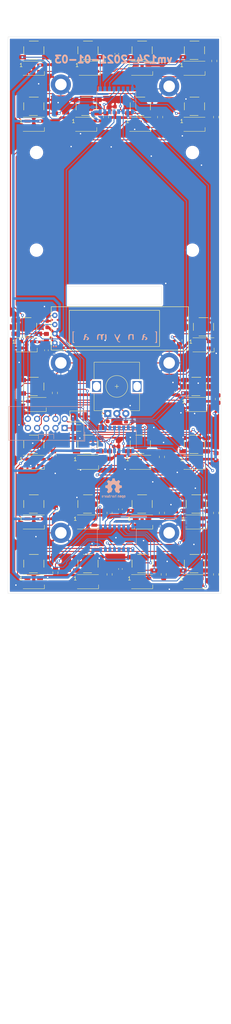
<source format=kicad_pcb>
(kicad_pcb (version 20171130) (host pcbnew "(5.1.5-0-10_14)")
  (layers (0 F.Cu signal) (31 B.Cu signal) (34 B.Paste user) (35 F.Paste user) (36 B.SilkS user) (37 F.SilkS user) (38 B.Mask user) (39 F.Mask user) (44 Edge.Cuts user))
  (net 0 "")
  (net 1 GND)
  (net 2 VCC)
  (net 3 "Net-(D1-Pad1)")
  (net 4 "Net-(D2-Pad1)")
  (net 5 "Net-(D3-Pad1)")
  (net 6 "Net-(D4-Pad1)")
  (net 7 "Net-(D5-Pad1)")
  (net 8 "Net-(D6-Pad1)")
  (net 9 "Net-(D7-Pad1)")
  (net 10 "Net-(D8-Pad1)")
  (net 11 "Net-(D10-Pad3)")
  (net 12 "Net-(D10-Pad1)")
  (net 13 "Net-(D11-Pad1)")
  (net 14 "Net-(D12-Pad1)")
  (net 15 "Net-(D13-Pad1)")
  (net 16 "Net-(D14-Pad1)")
  (net 17 "Net-(D15-Pad1)")
  (net 18 "Net-(D16-Pad1)")
  (net 19 "Net-(D17-Pad1)")
  (net 20 "Net-(D18-Pad1)")
  (net 21 "Net-(D19-Pad1)")
  (net 22 "Net-(D20-Pad1)")
  (net 23 "Net-(D21-Pad1)")
  (net 24 "Net-(D22-Pad1)")
  (net 25 "Net-(D23-Pad1)")
  (net 26 "Net-(R5-Pad2)")
  (net 27 "Net-(R6-Pad2)")
  (net 28 "Net-(R7-Pad2)")
  (net 29 "Net-(R8-Pad2)")
  (net 30 "Net-(R9-Pad2)")
  (net 31 "Net-(R10-Pad2)")
  (net 32 "Net-(R11-Pad2)")
  (net 33 "Net-(R12-Pad2)")
  (net 34 "Net-(R13-Pad2)")
  (net 35 "Net-(R14-Pad2)")
  (net 36 "Net-(R15-Pad2)")
  (net 37 "Net-(R16-Pad2)")
  (net 38 "Net-(R17-Pad2)")
  (net 39 "Net-(R18-Pad2)")
  (net 40 "Net-(R19-Pad2)")
  (net 41 "Net-(R20-Pad2)")
  (net 42 "Net-(R29-Pad2)")
  (net 43 "Net-(R30-Pad2)")
  (net 44 "Net-(R31-Pad2)")
  (net 45 "Net-(R32-Pad2)")
  (net 46 "Net-(R33-Pad2)")
  (net 47 "Net-(R34-Pad2)")
  (net 48 "Net-(R35-Pad2)")
  (net 49 "Net-(R36-Pad2)")
  (net 50 "Net-(U2-Pad9)")
  (net 51 "Net-(U3-Pad14)")
  (net 52 /enc_a)
  (net 53 /enc_b)
  (net 54 pix)
  (net 55 "Net-(FB101-Pad2)")
  (net 56 /sda)
  (net 57 /scl)
  (net 58 clk)
  (net 59 data)
  (net 60 cs)
  (module Symbol:OSHW-Logo2_7.3x6mm_SilkScreen (layer B.Cu) (at 70.1 155.7 180)
    (fp_text reference U102 hide)
    (fp_text value LOGO hide)
  )
  (module anyma_footprints:logo_anyma (layer B.Cu) (at 70.35 113.95 180)
    (fp_text reference U101 hide)
    (fp_text value LOGO hide)
  )
  (module MountingHole:MountingHole_2.7mm_M2.5 (layer F.Cu) (at 48.75 62.8)
    (fp_text reference H104 hide)
    (fp_text value MountingHole)
    (pad 1 np_thru_hole circle (at 0 0) (size 2.7 2.7) (drill 2.7) (layers *.Cu *.Mask))
  )
  (module MountingHole:MountingHole_2.7mm_M2.5 (layer F.Cu) (at 48.75 89.8)
    (fp_text reference H103 hide)
    (fp_text value MountingHole)
    (pad 1 np_thru_hole circle (at 0 0) (size 2.7 2.7) (drill 2.7) (layers *.Cu *.Mask))
  )
  (module MountingHole:MountingHole_2.7mm_M2.5 (layer F.Cu) (at 91.95 89.8)
    (fp_text reference H102 hide)
    (fp_text value MountingHole)
    (pad 1 np_thru_hole circle (at 0 0) (size 2.7 2.7) (drill 2.7) (layers *.Cu *.Mask))
  )
  (module MountingHole:MountingHole_2.7mm_M2.5 (layer F.Cu) (at 91.95 62.8)
    (fp_text reference H101 hide)
    (fp_text value MountingHole)
    (pad 1 np_thru_hole circle (at 0 0) (size 2.7 2.7) (drill 2.7) (layers *.Cu *.Mask))
  )
  (module synkie_footprints:C_0603_1608Metric_Pad1.05x0.95mm_HandSolder (layer B.Cu) (at 64.4 144.375 90)
    (fp_text reference C202 hide)
    (fp_text value C)
    (pad 2 smd roundrect (at 0.875 0 90) (size 1.05 0.95) (layers B.Cu B.Paste B.Mask) (net 1 GND))
    (pad 1 smd roundrect (at -0.875 0 90) (size 1.05 0.95) (layers B.Cu B.Paste B.Mask) (net 2 VCC))
  )
  (module synkie_footprints:C_0603_1608Metric_Pad1.05x0.95mm_HandSolder (layer B.Cu) (at 64.45 171.875 90)
    (fp_text reference C201 hide)
    (fp_text value C)
    (pad 2 smd roundrect (at 0.875 0 90) (size 1.05 0.95) (layers B.Cu B.Paste B.Mask) (net 1 GND))
    (pad 1 smd roundrect (at -0.875 0 90) (size 1.05 0.95) (layers B.Cu B.Paste B.Mask) (net 2 VCC))
  )
  (module synkie_footprints:IDC-Header_2x05_P2.54mm_Vertical (layer B.Cu) (at 56.54 139 90)
    (fp_text reference J102 hide)
    (fp_text value To-CPU)
    (pad 1 thru_hole rect (at 0 0 90) (size 1.7272 1.7272) (drill 1.016) (layers *.Cu *.Mask) (net 55 "Net-(FB101-Pad2)"))
    (pad 2 thru_hole oval (at 2.54 0 90) (size 1.7272 1.7272) (drill 1.016) (layers *.Cu *.Mask) (net 54 pix))
    (pad 3 thru_hole oval (at 0 -2.54 90) (size 1.7272 1.7272) (drill 1.016) (layers *.Cu *.Mask) (net 1 GND))
    (pad 4 thru_hole oval (at 2.54 -2.54 90) (size 1.7272 1.7272) (drill 1.016) (layers *.Cu *.Mask) (net 58 clk))
    (pad 5 thru_hole oval (at 0 -5.08 90) (size 1.7272 1.7272) (drill 1.016) (layers *.Cu *.Mask) (net 59 data))
    (pad 6 thru_hole oval (at 2.54 -5.08 90) (size 1.7272 1.7272) (drill 1.016) (layers *.Cu *.Mask) (net 60 cs))
    (pad 7 thru_hole oval (at 0 -7.62 90) (size 1.7272 1.7272) (drill 1.016) (layers *.Cu *.Mask) (net 52 /enc_a))
    (pad 8 thru_hole oval (at 2.54 -7.62 90) (size 1.7272 1.7272) (drill 1.016) (layers *.Cu *.Mask) (net 53 /enc_b))
    (pad 9 thru_hole oval (at 0 -10.16 90) (size 1.7272 1.7272) (drill 1.016) (layers *.Cu *.Mask) (net 56 /sda))
    (pad 10 thru_hole oval (at 2.54 -10.16 90) (size 1.7272 1.7272) (drill 1.016) (layers *.Cu *.Mask) (net 57 /scl))
  )
  (module synkie_footprints:L_1206_3216Metric_Pad1.42x1.75mm_HandSolder (layer F.Cu) (at 60.4625 139 180)
    (fp_text reference FB101 hide)
    (fp_text value Ferrite_Bead)
    (pad 2 smd roundrect (at 1.4875 0 180) (size 1.425 1.75) (layers F.Cu F.Paste F.Mask) (roundrect_rratio 0.175439) (net 55 "Net-(FB101-Pad2)"))
    (pad 1 smd roundrect (at -1.4875 0 180) (size 1.425 1.75) (layers F.Cu F.Paste F.Mask) (roundrect_rratio 0.175439) (net 2 VCC))
  )
  (module synkie_footprints:C_0603_1608Metric_Pad1.05x0.95mm_HandSolder (layer F.Cu) (at 74.425 137.3)
    (fp_text reference C103 hide)
    (fp_text value 100n)
    (pad 2 smd roundrect (at 0.875 0) (size 1.05 0.95) (layers F.Cu F.Paste F.Mask) (net 1 GND))
    (pad 1 smd roundrect (at -0.875 0) (size 1.05 0.95) (layers F.Cu F.Paste F.Mask) (net 53 /enc_b))
  )
  (module synkie_footprints:C_0603_1608Metric_Pad1.05x0.95mm_HandSolder (layer F.Cu) (at 67.575 137.2 180)
    (fp_text reference C102 hide)
    (fp_text value 100n)
    (pad 2 smd roundrect (at 0.875 0 180) (size 1.05 0.95) (layers F.Cu F.Paste F.Mask) (net 1 GND))
    (pad 1 smd roundrect (at -0.875 0 180) (size 1.05 0.95) (layers F.Cu F.Paste F.Mask) (net 52 /enc_a))
  )
  (module synkie_footprints:CP_EIA-3528-21_Kemet-B_Pad1.50x2.35mm_HandSolder (layer F.Cu) (at 60.625 135.8)
    (fp_text reference C101 hide)
    (fp_text value CP)
    (pad 2 smd roundrect (at 1.625 0) (size 1.5 2.35) (layers F.Cu F.Paste F.Mask) (roundrect_rratio 0.166667) (net 1 GND))
    (pad 1 smd roundrect (at -1.625 0) (size 1.5 2.35) (layers F.Cu F.Paste F.Mask) (roundrect_rratio 0.166667) (net 2 VCC))
  )
  (module Rotary_Encoder:RotaryEncoder_Alps_EC12E_Vertical_H20mm (layer F.Cu) (at 68.5 135 90)
    (fp_text reference SW101 hide)
    (fp_text value Rotary_Encoder)
    (pad A thru_hole rect (at 0 0 90) (size 2 2) (drill 1) (layers *.Cu *.Mask) (net 52 /enc_a))
    (pad C thru_hole circle (at 0 2.5 90) (size 2 2) (drill 1) (layers *.Cu *.Mask) (net 1 GND))
    (pad B thru_hole circle (at 0 5 90) (size 2 2) (drill 1) (layers *.Cu *.Mask) (net 53 /enc_b))
    (pad MP thru_hole rect (at 7.5 -3.1 90) (size 3 2.5) (drill oval 2.5 2) (layers *.Cu *.Mask))
    (pad MP thru_hole rect (at 7.5 8.1 90) (size 3 2.5) (drill oval 2.5 2) (layers *.Cu *.Mask))
  )
  (module synkie_footprints:Bangood-OLED-128x32 (layer F.Cu) (at 64 118)
    (fp_text reference J101 hide)
    (fp_text value Display)
    (pad 4 thru_hole circle (at -10.16 -10.16) (size 1.524 1.524) (drill 0.762) (layers *.Cu *.Mask) (net 56 /sda))
    (pad 3 thru_hole circle (at -10.16 -7.62) (size 1.524 1.524) (drill 0.762) (layers *.Cu *.Mask) (net 57 /scl))
    (pad 2 thru_hole circle (at -10.16 -5.08) (size 1.524 1.524) (drill 0.762) (layers *.Cu *.Mask) (net 2 VCC))
    (pad 1 thru_hole circle (at -10.16 -2.54) (size 1.524 1.524) (drill 0.762) (layers *.Cu *.Mask) (net 1 GND))
  )
  (module Package_SO:SOP-16_4.4x10.4mm_P1.27mm (layer B.Cu) (at 71 142.15 270)
    (fp_text reference U5 hide)
    (fp_text value 74LS597)
    (pad 16 smd rect (at 3.15 4.45 270) (size 1.3 0.8) (layers B.Cu B.Paste B.Mask) (net 2 VCC))
    (pad 15 smd rect (at 3.15 3.17 270) (size 1.3 0.8) (layers B.Cu B.Paste B.Mask) (net 42 "Net-(R29-Pad2)"))
    (pad 14 smd rect (at 3.15 1.91 270) (size 1.3 0.8) (layers B.Cu B.Paste B.Mask) (net 50 "Net-(U2-Pad9)"))
    (pad 13 smd rect (at 3.15 0.64 270) (size 1.3 0.8) (layers B.Cu B.Paste B.Mask) (net 60 cs))
    (pad 12 smd rect (at 3.15 -0.64 270) (size 1.3 0.8) (layers B.Cu B.Paste B.Mask) (net 58 clk))
    (pad 11 smd rect (at 3.15 -1.91 270) (size 1.3 0.8) (layers B.Cu B.Paste B.Mask) (net 58 clk))
    (pad 10 smd rect (at 3.15 -3.17 270) (size 1.3 0.8) (layers B.Cu B.Paste B.Mask) (net 2 VCC))
    (pad 9 smd rect (at 3.15 -4.45 270) (size 1.3 0.8) (layers B.Cu B.Paste B.Mask) (net 51 "Net-(U3-Pad14)"))
    (pad 8 smd rect (at -3.15 -4.45 270) (size 1.3 0.8) (layers B.Cu B.Paste B.Mask) (net 1 GND))
    (pad 7 smd rect (at -3.15 -3.17 270) (size 1.3 0.8) (layers B.Cu B.Paste B.Mask) (net 49 "Net-(R36-Pad2)"))
    (pad 6 smd rect (at -3.15 -1.91 270) (size 1.3 0.8) (layers B.Cu B.Paste B.Mask) (net 48 "Net-(R35-Pad2)"))
    (pad 5 smd rect (at -3.15 -0.64 270) (size 1.3 0.8) (layers B.Cu B.Paste B.Mask) (net 47 "Net-(R34-Pad2)"))
    (pad 4 smd rect (at -3.15 0.64 270) (size 1.3 0.8) (layers B.Cu B.Paste B.Mask) (net 46 "Net-(R33-Pad2)"))
    (pad 3 smd rect (at -3.15 1.91 270) (size 1.3 0.8) (layers B.Cu B.Paste B.Mask) (net 45 "Net-(R32-Pad2)"))
    (pad 2 smd rect (at -3.15 3.17 270) (size 1.3 0.8) (layers B.Cu B.Paste B.Mask) (net 44 "Net-(R31-Pad2)"))
    (pad 1 smd rect (at -3.15 4.45 270) (size 1.3 0.8) (layers B.Cu B.Paste B.Mask) (net 43 "Net-(R30-Pad2)"))
  )
  (module Package_SO:SOP-16_4.4x10.4mm_P1.27mm (layer B.Cu) (at 71 169.5 270)
    (fp_text reference U3 hide)
    (fp_text value 74LS597)
    (pad 16 smd rect (at 3.15 4.45 270) (size 1.3 0.8) (layers B.Cu B.Paste B.Mask) (net 2 VCC))
    (pad 15 smd rect (at 3.15 3.17 270) (size 1.3 0.8) (layers B.Cu B.Paste B.Mask) (net 34 "Net-(R13-Pad2)"))
    (pad 14 smd rect (at 3.15 1.91 270) (size 1.3 0.8) (layers B.Cu B.Paste B.Mask) (net 51 "Net-(U3-Pad14)"))
    (pad 13 smd rect (at 3.15 0.64 270) (size 1.3 0.8) (layers B.Cu B.Paste B.Mask) (net 60 cs))
    (pad 12 smd rect (at 3.15 -0.64 270) (size 1.3 0.8) (layers B.Cu B.Paste B.Mask) (net 58 clk))
    (pad 11 smd rect (at 3.15 -1.91 270) (size 1.3 0.8) (layers B.Cu B.Paste B.Mask) (net 58 clk))
    (pad 10 smd rect (at 3.15 -3.17 270) (size 1.3 0.8) (layers B.Cu B.Paste B.Mask) (net 2 VCC))
    (pad 9 smd rect (at 3.15 -4.45 270) (size 1.3 0.8) (layers B.Cu B.Paste B.Mask) (net 59 data))
    (pad 8 smd rect (at -3.15 -4.45 270) (size 1.3 0.8) (layers B.Cu B.Paste B.Mask) (net 1 GND))
    (pad 7 smd rect (at -3.15 -3.17 270) (size 1.3 0.8) (layers B.Cu B.Paste B.Mask) (net 41 "Net-(R20-Pad2)"))
    (pad 6 smd rect (at -3.15 -1.91 270) (size 1.3 0.8) (layers B.Cu B.Paste B.Mask) (net 40 "Net-(R19-Pad2)"))
    (pad 5 smd rect (at -3.15 -0.64 270) (size 1.3 0.8) (layers B.Cu B.Paste B.Mask) (net 39 "Net-(R18-Pad2)"))
    (pad 4 smd rect (at -3.15 0.64 270) (size 1.3 0.8) (layers B.Cu B.Paste B.Mask) (net 38 "Net-(R17-Pad2)"))
    (pad 3 smd rect (at -3.15 1.91 270) (size 1.3 0.8) (layers B.Cu B.Paste B.Mask) (net 37 "Net-(R16-Pad2)"))
    (pad 2 smd rect (at -3.15 3.17 270) (size 1.3 0.8) (layers B.Cu B.Paste B.Mask) (net 36 "Net-(R15-Pad2)"))
    (pad 1 smd rect (at -3.15 4.45 270) (size 1.3 0.8) (layers B.Cu B.Paste B.Mask) (net 35 "Net-(R14-Pad2)"))
  )
  (module Package_SO:SOP-16_4.4x10.4mm_P1.27mm (layer B.Cu) (at 70.86 48.35 270)
    (fp_text reference U2 hide)
    (fp_text value 74LS597)
    (pad 16 smd rect (at 3.15 4.45 270) (size 1.3 0.8) (layers B.Cu B.Paste B.Mask) (net 2 VCC))
    (pad 15 smd rect (at 3.15 3.17 270) (size 1.3 0.8) (layers B.Cu B.Paste B.Mask) (net 26 "Net-(R5-Pad2)"))
    (pad 14 smd rect (at 3.15 1.91 270) (size 1.3 0.8) (layers B.Cu B.Paste B.Mask))
    (pad 13 smd rect (at 3.15 0.64 270) (size 1.3 0.8) (layers B.Cu B.Paste B.Mask) (net 60 cs))
    (pad 12 smd rect (at 3.15 -0.64 270) (size 1.3 0.8) (layers B.Cu B.Paste B.Mask) (net 58 clk))
    (pad 11 smd rect (at 3.15 -1.91 270) (size 1.3 0.8) (layers B.Cu B.Paste B.Mask) (net 58 clk))
    (pad 10 smd rect (at 3.15 -3.17 270) (size 1.3 0.8) (layers B.Cu B.Paste B.Mask) (net 2 VCC))
    (pad 9 smd rect (at 3.15 -4.45 270) (size 1.3 0.8) (layers B.Cu B.Paste B.Mask) (net 50 "Net-(U2-Pad9)"))
    (pad 8 smd rect (at -3.15 -4.45 270) (size 1.3 0.8) (layers B.Cu B.Paste B.Mask) (net 1 GND))
    (pad 7 smd rect (at -3.15 -3.17 270) (size 1.3 0.8) (layers B.Cu B.Paste B.Mask) (net 33 "Net-(R12-Pad2)"))
    (pad 6 smd rect (at -3.15 -1.91 270) (size 1.3 0.8) (layers B.Cu B.Paste B.Mask) (net 32 "Net-(R11-Pad2)"))
    (pad 5 smd rect (at -3.15 -0.64 270) (size 1.3 0.8) (layers B.Cu B.Paste B.Mask) (net 31 "Net-(R10-Pad2)"))
    (pad 4 smd rect (at -3.15 0.64 270) (size 1.3 0.8) (layers B.Cu B.Paste B.Mask) (net 30 "Net-(R9-Pad2)"))
    (pad 3 smd rect (at -3.15 1.91 270) (size 1.3 0.8) (layers B.Cu B.Paste B.Mask) (net 29 "Net-(R8-Pad2)"))
    (pad 2 smd rect (at -3.15 3.17 270) (size 1.3 0.8) (layers B.Cu B.Paste B.Mask) (net 28 "Net-(R7-Pad2)"))
    (pad 1 smd rect (at -3.15 4.45 270) (size 1.3 0.8) (layers B.Cu B.Paste B.Mask) (net 27 "Net-(R6-Pad2)"))
  )
  (module synkie_footprints:Alps_Tactile_Switch (layer F.Cu) (at 92.5 143.5)
    (fp_text reference SW36 hide)
    (fp_text value SW_Push)
    (pad 2 smd rect (at 3.305 1.94) (size 2 1.2) (layers F.Cu F.Paste F.Mask) (net 49 "Net-(R36-Pad2)"))
    (pad 2 smd rect (at -3.165 1.94) (size 2 1.2) (layers F.Cu F.Paste F.Mask) (net 49 "Net-(R36-Pad2)"))
    (pad 1 smd rect (at 3.305 -1.76) (size 2 1.2) (layers F.Cu F.Paste F.Mask) (net 1 GND))
    (pad 1 smd rect (at -3.165 -1.76) (size 2 1.2) (layers F.Cu F.Paste F.Mask) (net 1 GND))
  )
  (module synkie_footprints:Alps_Tactile_Switch (layer F.Cu) (at 77.5 143.5)
    (fp_text reference SW35 hide)
    (fp_text value SW_Push)
    (pad 2 smd rect (at 3.305 1.94) (size 2 1.2) (layers F.Cu F.Paste F.Mask) (net 48 "Net-(R35-Pad2)"))
    (pad 2 smd rect (at -3.165 1.94) (size 2 1.2) (layers F.Cu F.Paste F.Mask) (net 48 "Net-(R35-Pad2)"))
    (pad 1 smd rect (at 3.305 -1.76) (size 2 1.2) (layers F.Cu F.Paste F.Mask) (net 1 GND))
    (pad 1 smd rect (at -3.165 -1.76) (size 2 1.2) (layers F.Cu F.Paste F.Mask) (net 1 GND))
  )
  (module synkie_footprints:Alps_Tactile_Switch (layer F.Cu) (at 63 143.5)
    (fp_text reference SW34 hide)
    (fp_text value SW_Push)
    (pad 2 smd rect (at 3.305 1.94) (size 2 1.2) (layers F.Cu F.Paste F.Mask) (net 47 "Net-(R34-Pad2)"))
    (pad 2 smd rect (at -3.165 1.94) (size 2 1.2) (layers F.Cu F.Paste F.Mask) (net 47 "Net-(R34-Pad2)"))
    (pad 1 smd rect (at 3.305 -1.76) (size 2 1.2) (layers F.Cu F.Paste F.Mask) (net 1 GND))
    (pad 1 smd rect (at -3.165 -1.76) (size 2 1.2) (layers F.Cu F.Paste F.Mask) (net 1 GND))
  )
  (module synkie_footprints:Alps_Tactile_Switch (layer F.Cu) (at 48 143.5)
    (fp_text reference SW33 hide)
    (fp_text value SW_Push)
    (pad 2 smd rect (at 3.305 1.94) (size 2 1.2) (layers F.Cu F.Paste F.Mask) (net 46 "Net-(R33-Pad2)"))
    (pad 2 smd rect (at -3.165 1.94) (size 2 1.2) (layers F.Cu F.Paste F.Mask) (net 46 "Net-(R33-Pad2)"))
    (pad 1 smd rect (at 3.305 -1.76) (size 2 1.2) (layers F.Cu F.Paste F.Mask) (net 1 GND))
    (pad 1 smd rect (at -3.165 -1.76) (size 2 1.2) (layers F.Cu F.Paste F.Mask) (net 1 GND))
  )
  (module synkie_footprints:Alps_Tactile_Switch (layer F.Cu) (at 93 127.5)
    (fp_text reference SW32 hide)
    (fp_text value SW_Push)
    (pad 2 smd rect (at 3.305 1.94) (size 2 1.2) (layers F.Cu F.Paste F.Mask) (net 45 "Net-(R32-Pad2)"))
    (pad 2 smd rect (at -3.165 1.94) (size 2 1.2) (layers F.Cu F.Paste F.Mask) (net 45 "Net-(R32-Pad2)"))
    (pad 1 smd rect (at 3.305 -1.76) (size 2 1.2) (layers F.Cu F.Paste F.Mask) (net 1 GND))
    (pad 1 smd rect (at -3.165 -1.76) (size 2 1.2) (layers F.Cu F.Paste F.Mask) (net 1 GND))
  )
  (module synkie_footprints:Alps_Tactile_Switch (layer F.Cu) (at 48 127.5)
    (fp_text reference SW31 hide)
    (fp_text value SW_Push)
    (pad 2 smd rect (at 3.305 1.94) (size 2 1.2) (layers F.Cu F.Paste F.Mask) (net 44 "Net-(R31-Pad2)"))
    (pad 2 smd rect (at -3.165 1.94) (size 2 1.2) (layers F.Cu F.Paste F.Mask) (net 44 "Net-(R31-Pad2)"))
    (pad 1 smd rect (at 3.305 -1.76) (size 2 1.2) (layers F.Cu F.Paste F.Mask) (net 1 GND))
    (pad 1 smd rect (at -3.165 -1.76) (size 2 1.2) (layers F.Cu F.Paste F.Mask) (net 1 GND))
  )
  (module synkie_footprints:Alps_Tactile_Switch (layer F.Cu) (at 95 111)
    (fp_text reference SW30 hide)
    (fp_text value SW_Push)
    (pad 2 smd rect (at 3.305 1.94) (size 2 1.2) (layers F.Cu F.Paste F.Mask) (net 43 "Net-(R30-Pad2)"))
    (pad 2 smd rect (at -3.165 1.94) (size 2 1.2) (layers F.Cu F.Paste F.Mask) (net 43 "Net-(R30-Pad2)"))
    (pad 1 smd rect (at 3.305 -1.76) (size 2 1.2) (layers F.Cu F.Paste F.Mask) (net 1 GND))
    (pad 1 smd rect (at -3.165 -1.76) (size 2 1.2) (layers F.Cu F.Paste F.Mask) (net 1 GND))
  )
  (module synkie_footprints:Alps_Tactile_Switch (layer F.Cu) (at 46 111)
    (fp_text reference SW29 hide)
    (fp_text value SW_Push)
    (pad 2 smd rect (at 3.305 1.94) (size 2 1.2) (layers F.Cu F.Paste F.Mask) (net 42 "Net-(R29-Pad2)"))
    (pad 2 smd rect (at -3.165 1.94) (size 2 1.2) (layers F.Cu F.Paste F.Mask) (net 42 "Net-(R29-Pad2)"))
    (pad 1 smd rect (at 3.305 -1.76) (size 2 1.2) (layers F.Cu F.Paste F.Mask) (net 1 GND))
    (pad 1 smd rect (at -3.165 -1.76) (size 2 1.2) (layers F.Cu F.Paste F.Mask) (net 1 GND))
  )
  (module synkie_footprints:Alps_Tactile_Switch (layer F.Cu) (at 92.5 176.5)
    (fp_text reference SW20 hide)
    (fp_text value SW_Push)
    (pad 2 smd rect (at 3.305 1.94) (size 2 1.2) (layers F.Cu F.Paste F.Mask) (net 41 "Net-(R20-Pad2)"))
    (pad 2 smd rect (at -3.165 1.94) (size 2 1.2) (layers F.Cu F.Paste F.Mask) (net 41 "Net-(R20-Pad2)"))
    (pad 1 smd rect (at 3.305 -1.76) (size 2 1.2) (layers F.Cu F.Paste F.Mask) (net 1 GND))
    (pad 1 smd rect (at -3.165 -1.76) (size 2 1.2) (layers F.Cu F.Paste F.Mask) (net 1 GND))
  )
  (module synkie_footprints:Alps_Tactile_Switch (layer F.Cu) (at 78 176.5)
    (fp_text reference SW19 hide)
    (fp_text value SW_Push)
    (pad 2 smd rect (at 3.305 1.94) (size 2 1.2) (layers F.Cu F.Paste F.Mask) (net 40 "Net-(R19-Pad2)"))
    (pad 2 smd rect (at -3.165 1.94) (size 2 1.2) (layers F.Cu F.Paste F.Mask) (net 40 "Net-(R19-Pad2)"))
    (pad 1 smd rect (at 3.305 -1.76) (size 2 1.2) (layers F.Cu F.Paste F.Mask) (net 1 GND))
    (pad 1 smd rect (at -3.165 -1.76) (size 2 1.2) (layers F.Cu F.Paste F.Mask) (net 1 GND))
  )
  (module synkie_footprints:Alps_Tactile_Switch (layer F.Cu) (at 63 176.5)
    (fp_text reference SW18 hide)
    (fp_text value SW_Push)
    (pad 2 smd rect (at 3.305 1.94) (size 2 1.2) (layers F.Cu F.Paste F.Mask) (net 39 "Net-(R18-Pad2)"))
    (pad 2 smd rect (at -3.165 1.94) (size 2 1.2) (layers F.Cu F.Paste F.Mask) (net 39 "Net-(R18-Pad2)"))
    (pad 1 smd rect (at 3.305 -1.76) (size 2 1.2) (layers F.Cu F.Paste F.Mask) (net 1 GND))
    (pad 1 smd rect (at -3.165 -1.76) (size 2 1.2) (layers F.Cu F.Paste F.Mask) (net 1 GND))
  )
  (module synkie_footprints:Alps_Tactile_Switch (layer F.Cu) (at 48 176.5)
    (fp_text reference SW17 hide)
    (fp_text value SW_Push)
    (pad 2 smd rect (at 3.305 1.94) (size 2 1.2) (layers F.Cu F.Paste F.Mask) (net 38 "Net-(R17-Pad2)"))
    (pad 2 smd rect (at -3.165 1.94) (size 2 1.2) (layers F.Cu F.Paste F.Mask) (net 38 "Net-(R17-Pad2)"))
    (pad 1 smd rect (at 3.305 -1.76) (size 2 1.2) (layers F.Cu F.Paste F.Mask) (net 1 GND))
    (pad 1 smd rect (at -3.165 -1.76) (size 2 1.2) (layers F.Cu F.Paste F.Mask) (net 1 GND))
  )
  (module synkie_footprints:Alps_Tactile_Switch (layer F.Cu) (at 93 160)
    (fp_text reference SW16 hide)
    (fp_text value SW_Push)
    (pad 2 smd rect (at 3.305 1.94) (size 2 1.2) (layers F.Cu F.Paste F.Mask) (net 37 "Net-(R16-Pad2)"))
    (pad 2 smd rect (at -3.165 1.94) (size 2 1.2) (layers F.Cu F.Paste F.Mask) (net 37 "Net-(R16-Pad2)"))
    (pad 1 smd rect (at 3.305 -1.76) (size 2 1.2) (layers F.Cu F.Paste F.Mask) (net 1 GND))
    (pad 1 smd rect (at -3.165 -1.76) (size 2 1.2) (layers F.Cu F.Paste F.Mask) (net 1 GND))
  )
  (module synkie_footprints:Alps_Tactile_Switch (layer F.Cu) (at 78 160)
    (fp_text reference SW15 hide)
    (fp_text value SW_Push)
    (pad 2 smd rect (at 3.305 1.94) (size 2 1.2) (layers F.Cu F.Paste F.Mask) (net 36 "Net-(R15-Pad2)"))
    (pad 2 smd rect (at -3.165 1.94) (size 2 1.2) (layers F.Cu F.Paste F.Mask) (net 36 "Net-(R15-Pad2)"))
    (pad 1 smd rect (at 3.305 -1.76) (size 2 1.2) (layers F.Cu F.Paste F.Mask) (net 1 GND))
    (pad 1 smd rect (at -3.165 -1.76) (size 2 1.2) (layers F.Cu F.Paste F.Mask) (net 1 GND))
  )
  (module synkie_footprints:Alps_Tactile_Switch (layer F.Cu) (at 63 160)
    (fp_text reference SW14 hide)
    (fp_text value SW_Push)
    (pad 2 smd rect (at 3.305 1.94) (size 2 1.2) (layers F.Cu F.Paste F.Mask) (net 35 "Net-(R14-Pad2)"))
    (pad 2 smd rect (at -3.165 1.94) (size 2 1.2) (layers F.Cu F.Paste F.Mask) (net 35 "Net-(R14-Pad2)"))
    (pad 1 smd rect (at 3.305 -1.76) (size 2 1.2) (layers F.Cu F.Paste F.Mask) (net 1 GND))
    (pad 1 smd rect (at -3.165 -1.76) (size 2 1.2) (layers F.Cu F.Paste F.Mask) (net 1 GND))
  )
  (module synkie_footprints:Alps_Tactile_Switch (layer F.Cu) (at 48 160)
    (fp_text reference SW13 hide)
    (fp_text value SW_Push)
    (pad 2 smd rect (at 3.305 1.94) (size 2 1.2) (layers F.Cu F.Paste F.Mask) (net 34 "Net-(R13-Pad2)"))
    (pad 2 smd rect (at -3.165 1.94) (size 2 1.2) (layers F.Cu F.Paste F.Mask) (net 34 "Net-(R13-Pad2)"))
    (pad 1 smd rect (at 3.305 -1.76) (size 2 1.2) (layers F.Cu F.Paste F.Mask) (net 1 GND))
    (pad 1 smd rect (at -3.165 -1.76) (size 2 1.2) (layers F.Cu F.Paste F.Mask) (net 1 GND))
  )
  (module synkie_footprints:Alps_Tactile_Switch (layer F.Cu) (at 92.5 50)
    (fp_text reference SW12 hide)
    (fp_text value SW_Push)
    (pad 2 smd rect (at 3.305 1.94) (size 2 1.2) (layers F.Cu F.Paste F.Mask) (net 33 "Net-(R12-Pad2)"))
    (pad 2 smd rect (at -3.165 1.94) (size 2 1.2) (layers F.Cu F.Paste F.Mask) (net 33 "Net-(R12-Pad2)"))
    (pad 1 smd rect (at 3.305 -1.76) (size 2 1.2) (layers F.Cu F.Paste F.Mask) (net 1 GND))
    (pad 1 smd rect (at -3.165 -1.76) (size 2 1.2) (layers F.Cu F.Paste F.Mask) (net 1 GND))
  )
  (module synkie_footprints:Alps_Tactile_Switch (layer F.Cu) (at 77.5 50)
    (fp_text reference SW11 hide)
    (fp_text value SW_Push)
    (pad 2 smd rect (at 3.305 1.94) (size 2 1.2) (layers F.Cu F.Paste F.Mask) (net 32 "Net-(R11-Pad2)"))
    (pad 2 smd rect (at -3.165 1.94) (size 2 1.2) (layers F.Cu F.Paste F.Mask) (net 32 "Net-(R11-Pad2)"))
    (pad 1 smd rect (at 3.305 -1.76) (size 2 1.2) (layers F.Cu F.Paste F.Mask) (net 1 GND))
    (pad 1 smd rect (at -3.165 -1.76) (size 2 1.2) (layers F.Cu F.Paste F.Mask) (net 1 GND))
  )
  (module synkie_footprints:Alps_Tactile_Switch (layer F.Cu) (at 62.5 50)
    (fp_text reference SW10 hide)
    (fp_text value SW_Push)
    (pad 2 smd rect (at 3.305 1.94) (size 2 1.2) (layers F.Cu F.Paste F.Mask) (net 31 "Net-(R10-Pad2)"))
    (pad 2 smd rect (at -3.165 1.94) (size 2 1.2) (layers F.Cu F.Paste F.Mask) (net 31 "Net-(R10-Pad2)"))
    (pad 1 smd rect (at 3.305 -1.76) (size 2 1.2) (layers F.Cu F.Paste F.Mask) (net 1 GND))
    (pad 1 smd rect (at -3.165 -1.76) (size 2 1.2) (layers F.Cu F.Paste F.Mask) (net 1 GND))
  )
  (module synkie_footprints:Alps_Tactile_Switch (layer F.Cu) (at 48 50)
    (fp_text reference SW9 hide)
    (fp_text value SW_Push)
    (pad 2 smd rect (at 3.305 1.94) (size 2 1.2) (layers F.Cu F.Paste F.Mask) (net 30 "Net-(R9-Pad2)"))
    (pad 2 smd rect (at -3.165 1.94) (size 2 1.2) (layers F.Cu F.Paste F.Mask) (net 30 "Net-(R9-Pad2)"))
    (pad 1 smd rect (at 3.305 -1.76) (size 2 1.2) (layers F.Cu F.Paste F.Mask) (net 1 GND))
    (pad 1 smd rect (at -3.165 -1.76) (size 2 1.2) (layers F.Cu F.Paste F.Mask) (net 1 GND))
  )
  (module synkie_footprints:Alps_Tactile_Switch (layer F.Cu) (at 92.5 34.5)
    (fp_text reference SW8 hide)
    (fp_text value SW_Push)
    (pad 2 smd rect (at 3.305 1.94) (size 2 1.2) (layers F.Cu F.Paste F.Mask) (net 29 "Net-(R8-Pad2)"))
    (pad 2 smd rect (at -3.165 1.94) (size 2 1.2) (layers F.Cu F.Paste F.Mask) (net 29 "Net-(R8-Pad2)"))
    (pad 1 smd rect (at 3.305 -1.76) (size 2 1.2) (layers F.Cu F.Paste F.Mask) (net 1 GND))
    (pad 1 smd rect (at -3.165 -1.76) (size 2 1.2) (layers F.Cu F.Paste F.Mask) (net 1 GND))
  )
  (module synkie_footprints:Alps_Tactile_Switch (layer F.Cu) (at 78 34.5)
    (fp_text reference SW7 hide)
    (fp_text value SW_Push)
    (pad 2 smd rect (at 3.305 1.94) (size 2 1.2) (layers F.Cu F.Paste F.Mask) (net 28 "Net-(R7-Pad2)"))
    (pad 2 smd rect (at -3.165 1.94) (size 2 1.2) (layers F.Cu F.Paste F.Mask) (net 28 "Net-(R7-Pad2)"))
    (pad 1 smd rect (at 3.305 -1.76) (size 2 1.2) (layers F.Cu F.Paste F.Mask) (net 1 GND))
    (pad 1 smd rect (at -3.165 -1.76) (size 2 1.2) (layers F.Cu F.Paste F.Mask) (net 1 GND))
  )
  (module synkie_footprints:Alps_Tactile_Switch (layer F.Cu) (at 63 34.5)
    (fp_text reference SW6 hide)
    (fp_text value SW_Push)
    (pad 2 smd rect (at 3.305 1.94) (size 2 1.2) (layers F.Cu F.Paste F.Mask) (net 27 "Net-(R6-Pad2)"))
    (pad 2 smd rect (at -3.165 1.94) (size 2 1.2) (layers F.Cu F.Paste F.Mask) (net 27 "Net-(R6-Pad2)"))
    (pad 1 smd rect (at 3.305 -1.76) (size 2 1.2) (layers F.Cu F.Paste F.Mask) (net 1 GND))
    (pad 1 smd rect (at -3.165 -1.76) (size 2 1.2) (layers F.Cu F.Paste F.Mask) (net 1 GND))
  )
  (module synkie_footprints:Alps_Tactile_Switch (layer F.Cu) (at 48 34.5)
    (fp_text reference SW5 hide)
    (fp_text value SW_Push)
    (pad 2 smd rect (at 3.305 1.94) (size 2 1.2) (layers F.Cu F.Paste F.Mask) (net 26 "Net-(R5-Pad2)"))
    (pad 2 smd rect (at -3.165 1.94) (size 2 1.2) (layers F.Cu F.Paste F.Mask) (net 26 "Net-(R5-Pad2)"))
    (pad 1 smd rect (at 3.305 -1.76) (size 2 1.2) (layers F.Cu F.Paste F.Mask) (net 1 GND))
    (pad 1 smd rect (at -3.165 -1.76) (size 2 1.2) (layers F.Cu F.Paste F.Mask) (net 1 GND))
  )
  (module synkie_footprints:R_0805_2012Metric_Pad1.15x1.40mm_HandSolder (layer F.Cu) (at 98.5 147 90)
    (fp_text reference R36 hide)
    (fp_text value R)
    (pad 2 smd roundrect (at 1.025 0 90) (size 1.15 1.4) (layers F.Cu F.Paste F.Mask) (roundrect_rratio 0.217391) (net 49 "Net-(R36-Pad2)"))
    (pad 1 smd roundrect (at -1.025 0 90) (size 1.15 1.4) (layers F.Cu F.Paste F.Mask) (roundrect_rratio 0.217391) (net 2 VCC))
  )
  (module synkie_footprints:R_0805_2012Metric_Pad1.15x1.40mm_HandSolder (layer F.Cu) (at 83.5 147 90)
    (fp_text reference R35 hide)
    (fp_text value R)
    (pad 2 smd roundrect (at 1.025 0 90) (size 1.15 1.4) (layers F.Cu F.Paste F.Mask) (roundrect_rratio 0.217391) (net 48 "Net-(R35-Pad2)"))
    (pad 1 smd roundrect (at -1.025 0 90) (size 1.15 1.4) (layers F.Cu F.Paste F.Mask) (roundrect_rratio 0.217391) (net 2 VCC))
  )
  (module synkie_footprints:R_0805_2012Metric_Pad1.15x1.40mm_HandSolder (layer F.Cu) (at 69 146.475 90)
    (fp_text reference R34 hide)
    (fp_text value R)
    (pad 2 smd roundrect (at 1.025 0 90) (size 1.15 1.4) (layers F.Cu F.Paste F.Mask) (roundrect_rratio 0.217391) (net 47 "Net-(R34-Pad2)"))
    (pad 1 smd roundrect (at -1.025 0 90) (size 1.15 1.4) (layers F.Cu F.Paste F.Mask) (roundrect_rratio 0.217391) (net 2 VCC))
  )
  (module synkie_footprints:R_0805_2012Metric_Pad1.15x1.40mm_HandSolder (layer F.Cu) (at 53.5 146.475 90)
    (fp_text reference R33 hide)
    (fp_text value R)
    (pad 2 smd roundrect (at 1.025 0 90) (size 1.15 1.4) (layers F.Cu F.Paste F.Mask) (roundrect_rratio 0.217391) (net 46 "Net-(R33-Pad2)"))
    (pad 1 smd roundrect (at -1.025 0 90) (size 1.15 1.4) (layers F.Cu F.Paste F.Mask) (roundrect_rratio 0.217391) (net 2 VCC))
  )
  (module synkie_footprints:R_0805_2012Metric_Pad1.15x1.40mm_HandSolder (layer F.Cu) (at 99 131 90)
    (fp_text reference R32 hide)
    (fp_text value R)
    (pad 2 smd roundrect (at 1.025 0 90) (size 1.15 1.4) (layers F.Cu F.Paste F.Mask) (roundrect_rratio 0.217391) (net 45 "Net-(R32-Pad2)"))
    (pad 1 smd roundrect (at -1.025 0 90) (size 1.15 1.4) (layers F.Cu F.Paste F.Mask) (roundrect_rratio 0.217391) (net 2 VCC))
  )
  (module synkie_footprints:R_0805_2012Metric_Pad1.15x1.40mm_HandSolder (layer F.Cu) (at 53.85 129.3 90)
    (fp_text reference R31 hide)
    (fp_text value R)
    (pad 2 smd roundrect (at 1.025 0 90) (size 1.15 1.4) (layers F.Cu F.Paste F.Mask) (roundrect_rratio 0.217391) (net 44 "Net-(R31-Pad2)"))
    (pad 1 smd roundrect (at -1.025 0 90) (size 1.15 1.4) (layers F.Cu F.Paste F.Mask) (roundrect_rratio 0.217391) (net 2 VCC))
  )
  (module synkie_footprints:R_0805_2012Metric_Pad1.15x1.40mm_HandSolder (layer F.Cu) (at 88.35 114.775 90)
    (fp_text reference R30 hide)
    (fp_text value R)
    (pad 2 smd roundrect (at 1.025 0 90) (size 1.15 1.4) (layers F.Cu F.Paste F.Mask) (roundrect_rratio 0.217391) (net 43 "Net-(R30-Pad2)"))
    (pad 1 smd roundrect (at -1.025 0 90) (size 1.15 1.4) (layers F.Cu F.Paste F.Mask) (roundrect_rratio 0.217391) (net 2 VCC))
  )
  (module synkie_footprints:R_0805_2012Metric_Pad1.15x1.40mm_HandSolder (layer F.Cu) (at 51.5 114 90)
    (fp_text reference R29 hide)
    (fp_text value R)
    (pad 2 smd roundrect (at 1.025 0 90) (size 1.15 1.4) (layers F.Cu F.Paste F.Mask) (roundrect_rratio 0.217391) (net 42 "Net-(R29-Pad2)"))
    (pad 1 smd roundrect (at -1.025 0 90) (size 1.15 1.4) (layers F.Cu F.Paste F.Mask) (roundrect_rratio 0.217391) (net 2 VCC))
  )
  (module synkie_footprints:R_0805_2012Metric_Pad1.15x1.40mm_HandSolder (layer F.Cu) (at 98.5 179.5 90)
    (fp_text reference R20 hide)
    (fp_text value R)
    (pad 2 smd roundrect (at 1.025 0 90) (size 1.15 1.4) (layers F.Cu F.Paste F.Mask) (roundrect_rratio 0.217391) (net 41 "Net-(R20-Pad2)"))
    (pad 1 smd roundrect (at -1.025 0 90) (size 1.15 1.4) (layers F.Cu F.Paste F.Mask) (roundrect_rratio 0.217391) (net 2 VCC))
  )
  (module synkie_footprints:R_0805_2012Metric_Pad1.15x1.40mm_HandSolder (layer F.Cu) (at 84 179.5 90)
    (fp_text reference R19 hide)
    (fp_text value R)
    (pad 2 smd roundrect (at 1.025 0 90) (size 1.15 1.4) (layers F.Cu F.Paste F.Mask) (roundrect_rratio 0.217391) (net 40 "Net-(R19-Pad2)"))
    (pad 1 smd roundrect (at -1.025 0 90) (size 1.15 1.4) (layers F.Cu F.Paste F.Mask) (roundrect_rratio 0.217391) (net 2 VCC))
  )
  (module synkie_footprints:R_0805_2012Metric_Pad1.15x1.40mm_HandSolder (layer F.Cu) (at 69 179.5 90)
    (fp_text reference R18 hide)
    (fp_text value R)
    (pad 2 smd roundrect (at 1.025 0 90) (size 1.15 1.4) (layers F.Cu F.Paste F.Mask) (roundrect_rratio 0.217391) (net 39 "Net-(R18-Pad2)"))
    (pad 1 smd roundrect (at -1.025 0 90) (size 1.15 1.4) (layers F.Cu F.Paste F.Mask) (roundrect_rratio 0.217391) (net 2 VCC))
  )
  (module synkie_footprints:R_0805_2012Metric_Pad1.15x1.40mm_HandSolder (layer F.Cu) (at 54 179 90)
    (fp_text reference R17 hide)
    (fp_text value R)
    (pad 2 smd roundrect (at 1.025 0 90) (size 1.15 1.4) (layers F.Cu F.Paste F.Mask) (roundrect_rratio 0.217391) (net 38 "Net-(R17-Pad2)"))
    (pad 1 smd roundrect (at -1.025 0 90) (size 1.15 1.4) (layers F.Cu F.Paste F.Mask) (roundrect_rratio 0.217391) (net 2 VCC))
  )
  (module synkie_footprints:R_0805_2012Metric_Pad1.15x1.40mm_HandSolder (layer F.Cu) (at 98.5 162.5 90)
    (fp_text reference R16 hide)
    (fp_text value R)
    (pad 2 smd roundrect (at 1.025 0 90) (size 1.15 1.4) (layers F.Cu F.Paste F.Mask) (roundrect_rratio 0.217391) (net 37 "Net-(R16-Pad2)"))
    (pad 1 smd roundrect (at -1.025 0 90) (size 1.15 1.4) (layers F.Cu F.Paste F.Mask) (roundrect_rratio 0.217391) (net 2 VCC))
  )
  (module synkie_footprints:R_0805_2012Metric_Pad1.15x1.40mm_HandSolder (layer F.Cu) (at 83.5 162.5 90)
    (fp_text reference R15 hide)
    (fp_text value R)
    (pad 2 smd roundrect (at 1.025 0 90) (size 1.15 1.4) (layers F.Cu F.Paste F.Mask) (roundrect_rratio 0.217391) (net 36 "Net-(R15-Pad2)"))
    (pad 1 smd roundrect (at -1.025 0 90) (size 1.15 1.4) (layers F.Cu F.Paste F.Mask) (roundrect_rratio 0.217391) (net 2 VCC))
  )
  (module synkie_footprints:R_0805_2012Metric_Pad1.15x1.40mm_HandSolder (layer F.Cu) (at 69 162.5 90)
    (fp_text reference R14 hide)
    (fp_text value R)
    (pad 2 smd roundrect (at 1.025 0 90) (size 1.15 1.4) (layers F.Cu F.Paste F.Mask) (roundrect_rratio 0.217391) (net 35 "Net-(R14-Pad2)"))
    (pad 1 smd roundrect (at -1.025 0 90) (size 1.15 1.4) (layers F.Cu F.Paste F.Mask) (roundrect_rratio 0.217391) (net 2 VCC))
  )
  (module synkie_footprints:R_0805_2012Metric_Pad1.15x1.40mm_HandSolder (layer F.Cu) (at 54 162 90)
    (fp_text reference R13 hide)
    (fp_text value R)
    (pad 2 smd roundrect (at 1.025 0 90) (size 1.15 1.4) (layers F.Cu F.Paste F.Mask) (roundrect_rratio 0.217391) (net 34 "Net-(R13-Pad2)"))
    (pad 1 smd roundrect (at -1.025 0 90) (size 1.15 1.4) (layers F.Cu F.Paste F.Mask) (roundrect_rratio 0.217391) (net 2 VCC))
  )
  (module synkie_footprints:R_0805_2012Metric_Pad1.15x1.40mm_HandSolder (layer F.Cu) (at 98.5 53 90)
    (fp_text reference R12 hide)
    (fp_text value R)
    (pad 2 smd roundrect (at 1.025 0 90) (size 1.15 1.4) (layers F.Cu F.Paste F.Mask) (roundrect_rratio 0.217391) (net 33 "Net-(R12-Pad2)"))
    (pad 1 smd roundrect (at -1.025 0 90) (size 1.15 1.4) (layers F.Cu F.Paste F.Mask) (roundrect_rratio 0.217391) (net 2 VCC))
  )
  (module synkie_footprints:R_0805_2012Metric_Pad1.15x1.40mm_HandSolder (layer F.Cu) (at 83 53 90)
    (fp_text reference R11 hide)
    (fp_text value R)
    (pad 2 smd roundrect (at 1.025 0 90) (size 1.15 1.4) (layers F.Cu F.Paste F.Mask) (roundrect_rratio 0.217391) (net 32 "Net-(R11-Pad2)"))
    (pad 1 smd roundrect (at -1.025 0 90) (size 1.15 1.4) (layers F.Cu F.Paste F.Mask) (roundrect_rratio 0.217391) (net 2 VCC))
  )
  (module synkie_footprints:R_0805_2012Metric_Pad1.15x1.40mm_HandSolder (layer F.Cu) (at 68 53 90)
    (fp_text reference R10 hide)
    (fp_text value R)
    (pad 2 smd roundrect (at 1.025 0 90) (size 1.15 1.4) (layers F.Cu F.Paste F.Mask) (roundrect_rratio 0.217391) (net 31 "Net-(R10-Pad2)"))
    (pad 1 smd roundrect (at -1.025 0 90) (size 1.15 1.4) (layers F.Cu F.Paste F.Mask) (roundrect_rratio 0.217391) (net 2 VCC))
  )
  (module synkie_footprints:R_0805_2012Metric_Pad1.15x1.40mm_HandSolder (layer F.Cu) (at 54 52.975 90)
    (fp_text reference R9 hide)
    (fp_text value R)
    (pad 2 smd roundrect (at 1.025 0 90) (size 1.15 1.4) (layers F.Cu F.Paste F.Mask) (roundrect_rratio 0.217391) (net 30 "Net-(R9-Pad2)"))
    (pad 1 smd roundrect (at -1.025 0 90) (size 1.15 1.4) (layers F.Cu F.Paste F.Mask) (roundrect_rratio 0.217391) (net 2 VCC))
  )
  (module synkie_footprints:R_0805_2012Metric_Pad1.15x1.40mm_HandSolder (layer F.Cu) (at 98 37.475 90)
    (fp_text reference R8 hide)
    (fp_text value R)
    (pad 2 smd roundrect (at 1.025 0 90) (size 1.15 1.4) (layers F.Cu F.Paste F.Mask) (roundrect_rratio 0.217391) (net 29 "Net-(R8-Pad2)"))
    (pad 1 smd roundrect (at -1.025 0 90) (size 1.15 1.4) (layers F.Cu F.Paste F.Mask) (roundrect_rratio 0.217391) (net 2 VCC))
  )
  (module synkie_footprints:R_0805_2012Metric_Pad1.15x1.40mm_HandSolder (layer F.Cu) (at 83.5 37.475 90)
    (fp_text reference R7 hide)
    (fp_text value R)
    (pad 2 smd roundrect (at 1.025 0 90) (size 1.15 1.4) (layers F.Cu F.Paste F.Mask) (roundrect_rratio 0.217391) (net 28 "Net-(R7-Pad2)"))
    (pad 1 smd roundrect (at -1.025 0 90) (size 1.15 1.4) (layers F.Cu F.Paste F.Mask) (roundrect_rratio 0.217391) (net 2 VCC))
  )
  (module synkie_footprints:R_0805_2012Metric_Pad1.15x1.40mm_HandSolder (layer F.Cu) (at 68.5 37.475 90)
    (fp_text reference R6 hide)
    (fp_text value R)
    (pad 2 smd roundrect (at 1.025 0 90) (size 1.15 1.4) (layers F.Cu F.Paste F.Mask) (roundrect_rratio 0.217391) (net 27 "Net-(R6-Pad2)"))
    (pad 1 smd roundrect (at -1.025 0 90) (size 1.15 1.4) (layers F.Cu F.Paste F.Mask) (roundrect_rratio 0.217391) (net 2 VCC))
  )
  (module synkie_footprints:R_0805_2012Metric_Pad1.15x1.40mm_HandSolder (layer F.Cu) (at 53.5 37.475 90)
    (fp_text reference R5 hide)
    (fp_text value R)
    (pad 2 smd roundrect (at 1.025 0 90) (size 1.15 1.4) (layers F.Cu F.Paste F.Mask) (roundrect_rratio 0.217391) (net 26 "Net-(R5-Pad2)"))
    (pad 1 smd roundrect (at -1.025 0 90) (size 1.15 1.4) (layers F.Cu F.Paste F.Mask) (roundrect_rratio 0.217391) (net 2 VCC))
  )
  (module synkie_footprints:MountingHole_3.2mm_M3_DIN965_Pad (layer F.Cu) (at 85.5 44.5)
    (fp_text reference H9 hide)
    (fp_text value MountingHole_Pad)
    (pad 1 thru_hole circle (at 0 0) (size 5.6 5.6) (drill 3.2) (layers *.Cu *.Mask) (net 1 GND))
  )
  (module synkie_footprints:MountingHole_3.2mm_M3_DIN965_Pad (layer F.Cu) (at 55.5 121)
    (fp_text reference H8 hide)
    (fp_text value MountingHole_Pad)
    (pad 1 thru_hole circle (at 0 0) (size 5.6 5.6) (drill 3.2) (layers *.Cu *.Mask) (net 1 GND))
  )
  (module synkie_footprints:MountingHole_3.2mm_M3_DIN965_Pad (layer F.Cu) (at 55.5 44)
    (fp_text reference H7 hide)
    (fp_text value MountingHole_Pad)
    (pad 1 thru_hole circle (at 0 0) (size 5.6 5.6) (drill 3.2) (layers *.Cu *.Mask) (net 1 GND))
  )
  (module synkie_footprints:MountingHole_3.2mm_M3_DIN965_Pad (layer F.Cu) (at 85.5 121)
    (fp_text reference H6 hide)
    (fp_text value MountingHole_Pad)
    (pad 1 thru_hole circle (at 0 0) (size 5.6 5.6) (drill 3.2) (layers *.Cu *.Mask) (net 1 GND))
  )
  (module synkie_footprints:MountingHole_3.2mm_M3_DIN965_Pad (layer F.Cu) (at 55.5 168)
    (fp_text reference H5 hide)
    (fp_text value MountingHole_Pad)
    (pad 1 thru_hole circle (at 0 0) (size 5.6 5.6) (drill 3.2) (layers *.Cu *.Mask) (net 1 GND))
  )
  (module synkie_footprints:MountingHole_3.2mm_M3_DIN965_Pad (layer F.Cu) (at 85.5 168)
    (fp_text reference H4 hide)
    (fp_text value MountingHole_Pad)
    (pad 1 thru_hole circle (at 0 0) (size 5.6 5.6) (drill 3.2) (layers *.Cu *.Mask) (net 1 GND))
  )
  (module LED_SMD:LED_SK6812MINI_PLCC4_3.5x3.5mm_P1.75mm (layer F.Cu) (at 48 39.5)
    (fp_text reference D24 hide)
    (fp_text value SK6812MINI)
    (fp_text user 1 (at -3.5 -0.875) (layer F.SilkS))
    (pad 1 smd rect (at -1.75 -0.875) (size 1.6 0.85) (layers F.Cu F.Paste F.Mask))
    (pad 2 smd rect (at -1.75 0.875) (size 1.6 0.85) (layers F.Cu F.Paste F.Mask) (net 1 GND))
    (pad 4 smd rect (at 1.75 -0.875) (size 1.6 0.85) (layers F.Cu F.Paste F.Mask) (net 2 VCC))
    (pad 3 smd rect (at 1.75 0.875) (size 1.6 0.85) (layers F.Cu F.Paste F.Mask) (net 25 "Net-(D23-Pad1)"))
  )
  (module LED_SMD:LED_SK6812MINI_PLCC4_3.5x3.5mm_P1.75mm (layer F.Cu) (at 63.5 39.5)
    (fp_text reference D23 hide)
    (fp_text value SK6812MINI)
    (fp_text user 1 (at -3.5 -0.875) (layer F.SilkS))
    (pad 1 smd rect (at -1.75 -0.875) (size 1.6 0.85) (layers F.Cu F.Paste F.Mask) (net 25 "Net-(D23-Pad1)"))
    (pad 2 smd rect (at -1.75 0.875) (size 1.6 0.85) (layers F.Cu F.Paste F.Mask) (net 1 GND))
    (pad 4 smd rect (at 1.75 -0.875) (size 1.6 0.85) (layers F.Cu F.Paste F.Mask) (net 2 VCC))
    (pad 3 smd rect (at 1.75 0.875) (size 1.6 0.85) (layers F.Cu F.Paste F.Mask) (net 24 "Net-(D22-Pad1)"))
  )
  (module LED_SMD:LED_SK6812MINI_PLCC4_3.5x3.5mm_P1.75mm (layer F.Cu) (at 78 39.5)
    (fp_text reference D22 hide)
    (fp_text value SK6812MINI)
    (fp_text user 1 (at -3.5 -0.875) (layer F.SilkS))
    (pad 1 smd rect (at -1.75 -0.875) (size 1.6 0.85) (layers F.Cu F.Paste F.Mask) (net 24 "Net-(D22-Pad1)"))
    (pad 2 smd rect (at -1.75 0.875) (size 1.6 0.85) (layers F.Cu F.Paste F.Mask) (net 1 GND))
    (pad 4 smd rect (at 1.75 -0.875) (size 1.6 0.85) (layers F.Cu F.Paste F.Mask) (net 2 VCC))
    (pad 3 smd rect (at 1.75 0.875) (size 1.6 0.85) (layers F.Cu F.Paste F.Mask) (net 23 "Net-(D21-Pad1)"))
  )
  (module LED_SMD:LED_SK6812MINI_PLCC4_3.5x3.5mm_P1.75mm (layer F.Cu) (at 92.5 39.5)
    (fp_text reference D21 hide)
    (fp_text value SK6812MINI)
    (fp_text user 1 (at -3.5 -0.875) (layer F.SilkS))
    (pad 1 smd rect (at -1.75 -0.875) (size 1.6 0.85) (layers F.Cu F.Paste F.Mask) (net 23 "Net-(D21-Pad1)"))
    (pad 2 smd rect (at -1.75 0.875) (size 1.6 0.85) (layers F.Cu F.Paste F.Mask) (net 1 GND))
    (pad 4 smd rect (at 1.75 -0.875) (size 1.6 0.85) (layers F.Cu F.Paste F.Mask) (net 2 VCC))
    (pad 3 smd rect (at 1.75 0.875) (size 1.6 0.85) (layers F.Cu F.Paste F.Mask) (net 22 "Net-(D20-Pad1)"))
  )
  (module LED_SMD:LED_SK6812MINI_PLCC4_3.5x3.5mm_P1.75mm (layer F.Cu) (at 48 55)
    (fp_text reference D20 hide)
    (fp_text value SK6812MINI)
    (fp_text user 1 (at -3.5 -0.875) (layer F.SilkS))
    (pad 1 smd rect (at -1.75 -0.875) (size 1.6 0.85) (layers F.Cu F.Paste F.Mask) (net 22 "Net-(D20-Pad1)"))
    (pad 2 smd rect (at -1.75 0.875) (size 1.6 0.85) (layers F.Cu F.Paste F.Mask) (net 1 GND))
    (pad 4 smd rect (at 1.75 -0.875) (size 1.6 0.85) (layers F.Cu F.Paste F.Mask) (net 2 VCC))
    (pad 3 smd rect (at 1.75 0.875) (size 1.6 0.85) (layers F.Cu F.Paste F.Mask) (net 21 "Net-(D19-Pad1)"))
  )
  (module LED_SMD:LED_SK6812MINI_PLCC4_3.5x3.5mm_P1.75mm (layer F.Cu) (at 62.5 55)
    (fp_text reference D19 hide)
    (fp_text value SK6812MINI)
    (fp_text user 1 (at -3.5 -0.875) (layer F.SilkS))
    (pad 1 smd rect (at -1.75 -0.875) (size 1.6 0.85) (layers F.Cu F.Paste F.Mask) (net 21 "Net-(D19-Pad1)"))
    (pad 2 smd rect (at -1.75 0.875) (size 1.6 0.85) (layers F.Cu F.Paste F.Mask) (net 1 GND))
    (pad 4 smd rect (at 1.75 -0.875) (size 1.6 0.85) (layers F.Cu F.Paste F.Mask) (net 2 VCC))
    (pad 3 smd rect (at 1.75 0.875) (size 1.6 0.85) (layers F.Cu F.Paste F.Mask) (net 20 "Net-(D18-Pad1)"))
  )
  (module LED_SMD:LED_SK6812MINI_PLCC4_3.5x3.5mm_P1.75mm (layer F.Cu) (at 77.5 55)
    (fp_text reference D18 hide)
    (fp_text value SK6812MINI)
    (fp_text user 1 (at -3.5 -0.875) (layer F.SilkS))
    (pad 1 smd rect (at -1.75 -0.875) (size 1.6 0.85) (layers F.Cu F.Paste F.Mask) (net 20 "Net-(D18-Pad1)"))
    (pad 2 smd rect (at -1.75 0.875) (size 1.6 0.85) (layers F.Cu F.Paste F.Mask) (net 1 GND))
    (pad 4 smd rect (at 1.75 -0.875) (size 1.6 0.85) (layers F.Cu F.Paste F.Mask) (net 2 VCC))
    (pad 3 smd rect (at 1.75 0.875) (size 1.6 0.85) (layers F.Cu F.Paste F.Mask) (net 19 "Net-(D17-Pad1)"))
  )
  (module LED_SMD:LED_SK6812MINI_PLCC4_3.5x3.5mm_P1.75mm (layer F.Cu) (at 92.5 55)
    (fp_text reference D17 hide)
    (fp_text value SK6812MINI)
    (fp_text user 1 (at -3.5 -0.875) (layer F.SilkS))
    (pad 1 smd rect (at -1.75 -0.875) (size 1.6 0.85) (layers F.Cu F.Paste F.Mask) (net 19 "Net-(D17-Pad1)"))
    (pad 2 smd rect (at -1.75 0.875) (size 1.6 0.85) (layers F.Cu F.Paste F.Mask) (net 1 GND))
    (pad 4 smd rect (at 1.75 -0.875) (size 1.6 0.85) (layers F.Cu F.Paste F.Mask) (net 2 VCC))
    (pad 3 smd rect (at 1.75 0.875) (size 1.6 0.85) (layers F.Cu F.Paste F.Mask) (net 18 "Net-(D16-Pad1)"))
  )
  (module LED_SMD:LED_SK6812MINI_PLCC4_3.5x3.5mm_P1.75mm (layer F.Cu) (at 46 116)
    (fp_text reference D16 hide)
    (fp_text value SK6812MINI)
    (fp_text user 1 (at -3.5 -0.875) (layer F.SilkS))
    (pad 1 smd rect (at -1.75 -0.875) (size 1.6 0.85) (layers F.Cu F.Paste F.Mask) (net 18 "Net-(D16-Pad1)"))
    (pad 2 smd rect (at -1.75 0.875) (size 1.6 0.85) (layers F.Cu F.Paste F.Mask) (net 1 GND))
    (pad 4 smd rect (at 1.75 -0.875) (size 1.6 0.85) (layers F.Cu F.Paste F.Mask) (net 2 VCC))
    (pad 3 smd rect (at 1.75 0.875) (size 1.6 0.85) (layers F.Cu F.Paste F.Mask) (net 17 "Net-(D15-Pad1)"))
  )
  (module LED_SMD:LED_SK6812MINI_PLCC4_3.5x3.5mm_P1.75mm (layer F.Cu) (at 95 116)
    (fp_text reference D15 hide)
    (fp_text value SK6812MINI)
    (fp_text user 1 (at -3.5 -0.875) (layer F.SilkS))
    (pad 1 smd rect (at -1.75 -0.875) (size 1.6 0.85) (layers F.Cu F.Paste F.Mask) (net 17 "Net-(D15-Pad1)"))
    (pad 2 smd rect (at -1.75 0.875) (size 1.6 0.85) (layers F.Cu F.Paste F.Mask) (net 1 GND))
    (pad 4 smd rect (at 1.75 -0.875) (size 1.6 0.85) (layers F.Cu F.Paste F.Mask) (net 2 VCC))
    (pad 3 smd rect (at 1.75 0.875) (size 1.6 0.85) (layers F.Cu F.Paste F.Mask) (net 16 "Net-(D14-Pad1)"))
  )
  (module LED_SMD:LED_SK6812MINI_PLCC4_3.5x3.5mm_P1.75mm (layer F.Cu) (at 48.5 132.5)
    (fp_text reference D14 hide)
    (fp_text value SK6812MINI)
    (fp_text user 1 (at -3.5 -0.875) (layer F.SilkS))
    (pad 1 smd rect (at -1.75 -0.875) (size 1.6 0.85) (layers F.Cu F.Paste F.Mask) (net 16 "Net-(D14-Pad1)"))
    (pad 2 smd rect (at -1.75 0.875) (size 1.6 0.85) (layers F.Cu F.Paste F.Mask) (net 1 GND))
    (pad 4 smd rect (at 1.75 -0.875) (size 1.6 0.85) (layers F.Cu F.Paste F.Mask) (net 2 VCC))
    (pad 3 smd rect (at 1.75 0.875) (size 1.6 0.85) (layers F.Cu F.Paste F.Mask) (net 15 "Net-(D13-Pad1)"))
  )
  (module LED_SMD:LED_SK6812MINI_PLCC4_3.5x3.5mm_P1.75mm (layer F.Cu) (at 93 132.5)
    (fp_text reference D13 hide)
    (fp_text value SK6812MINI)
    (fp_text user 1 (at -3.5 -0.875) (layer F.SilkS))
    (pad 1 smd rect (at -1.75 -0.875) (size 1.6 0.85) (layers F.Cu F.Paste F.Mask) (net 15 "Net-(D13-Pad1)"))
    (pad 2 smd rect (at -1.75 0.875) (size 1.6 0.85) (layers F.Cu F.Paste F.Mask) (net 1 GND))
    (pad 4 smd rect (at 1.75 -0.875) (size 1.6 0.85) (layers F.Cu F.Paste F.Mask) (net 2 VCC))
    (pad 3 smd rect (at 1.75 0.875) (size 1.6 0.85) (layers F.Cu F.Paste F.Mask) (net 14 "Net-(D12-Pad1)"))
  )
  (module LED_SMD:LED_SK6812MINI_PLCC4_3.5x3.5mm_P1.75mm (layer F.Cu) (at 48 148.5)
    (fp_text reference D12 hide)
    (fp_text value SK6812MINI)
    (fp_text user 1 (at -3.5 -0.875) (layer F.SilkS))
    (pad 1 smd rect (at -1.75 -0.875) (size 1.6 0.85) (layers F.Cu F.Paste F.Mask) (net 14 "Net-(D12-Pad1)"))
    (pad 2 smd rect (at -1.75 0.875) (size 1.6 0.85) (layers F.Cu F.Paste F.Mask) (net 1 GND))
    (pad 4 smd rect (at 1.75 -0.875) (size 1.6 0.85) (layers F.Cu F.Paste F.Mask) (net 2 VCC))
    (pad 3 smd rect (at 1.75 0.875) (size 1.6 0.85) (layers F.Cu F.Paste F.Mask) (net 13 "Net-(D11-Pad1)"))
  )
  (module LED_SMD:LED_SK6812MINI_PLCC4_3.5x3.5mm_P1.75mm (layer F.Cu) (at 63 148.5)
    (fp_text reference D11 hide)
    (fp_text value SK6812MINI)
    (fp_text user 1 (at -3.5 -0.875) (layer F.SilkS))
    (pad 1 smd rect (at -1.75 -0.875) (size 1.6 0.85) (layers F.Cu F.Paste F.Mask) (net 13 "Net-(D11-Pad1)"))
    (pad 2 smd rect (at -1.75 0.875) (size 1.6 0.85) (layers F.Cu F.Paste F.Mask) (net 1 GND))
    (pad 4 smd rect (at 1.75 -0.875) (size 1.6 0.85) (layers F.Cu F.Paste F.Mask) (net 2 VCC))
    (pad 3 smd rect (at 1.75 0.875) (size 1.6 0.85) (layers F.Cu F.Paste F.Mask) (net 12 "Net-(D10-Pad1)"))
  )
  (module LED_SMD:LED_SK6812MINI_PLCC4_3.5x3.5mm_P1.75mm (layer F.Cu) (at 77.5 148.5)
    (fp_text reference D10 hide)
    (fp_text value SK6812MINI)
    (fp_text user 1 (at -3.5 -0.875) (layer F.SilkS))
    (pad 1 smd rect (at -1.75 -0.875) (size 1.6 0.85) (layers F.Cu F.Paste F.Mask) (net 12 "Net-(D10-Pad1)"))
    (pad 2 smd rect (at -1.75 0.875) (size 1.6 0.85) (layers F.Cu F.Paste F.Mask) (net 1 GND))
    (pad 4 smd rect (at 1.75 -0.875) (size 1.6 0.85) (layers F.Cu F.Paste F.Mask) (net 2 VCC))
    (pad 3 smd rect (at 1.75 0.875) (size 1.6 0.85) (layers F.Cu F.Paste F.Mask) (net 11 "Net-(D10-Pad3)"))
  )
  (module LED_SMD:LED_SK6812MINI_PLCC4_3.5x3.5mm_P1.75mm (layer F.Cu) (at 92.5 148.5)
    (fp_text reference D9 hide)
    (fp_text value SK6812MINI)
    (fp_text user 1 (at -3.5 -0.875) (layer F.SilkS))
    (pad 1 smd rect (at -1.75 -0.875) (size 1.6 0.85) (layers F.Cu F.Paste F.Mask) (net 11 "Net-(D10-Pad3)"))
    (pad 2 smd rect (at -1.75 0.875) (size 1.6 0.85) (layers F.Cu F.Paste F.Mask) (net 1 GND))
    (pad 4 smd rect (at 1.75 -0.875) (size 1.6 0.85) (layers F.Cu F.Paste F.Mask) (net 2 VCC))
    (pad 3 smd rect (at 1.75 0.875) (size 1.6 0.85) (layers F.Cu F.Paste F.Mask) (net 10 "Net-(D8-Pad1)"))
  )
  (module LED_SMD:LED_SK6812MINI_PLCC4_3.5x3.5mm_P1.75mm (layer F.Cu) (at 48 165)
    (fp_text reference D8 hide)
    (fp_text value SK6812MINI)
    (fp_text user 1 (at -3.5 -0.875) (layer F.SilkS))
    (pad 1 smd rect (at -1.75 -0.875) (size 1.6 0.85) (layers F.Cu F.Paste F.Mask) (net 10 "Net-(D8-Pad1)"))
    (pad 2 smd rect (at -1.75 0.875) (size 1.6 0.85) (layers F.Cu F.Paste F.Mask) (net 1 GND))
    (pad 4 smd rect (at 1.75 -0.875) (size 1.6 0.85) (layers F.Cu F.Paste F.Mask) (net 2 VCC))
    (pad 3 smd rect (at 1.75 0.875) (size 1.6 0.85) (layers F.Cu F.Paste F.Mask) (net 9 "Net-(D7-Pad1)"))
  )
  (module LED_SMD:LED_SK6812MINI_PLCC4_3.5x3.5mm_P1.75mm (layer F.Cu) (at 63 165)
    (fp_text reference D7 hide)
    (fp_text value SK6812MINI)
    (fp_text user 1 (at -3.5 -0.875) (layer F.SilkS))
    (pad 1 smd rect (at -1.75 -0.875) (size 1.6 0.85) (layers F.Cu F.Paste F.Mask) (net 9 "Net-(D7-Pad1)"))
    (pad 2 smd rect (at -1.75 0.875) (size 1.6 0.85) (layers F.Cu F.Paste F.Mask) (net 1 GND))
    (pad 4 smd rect (at 1.75 -0.875) (size 1.6 0.85) (layers F.Cu F.Paste F.Mask) (net 2 VCC))
    (pad 3 smd rect (at 1.75 0.875) (size 1.6 0.85) (layers F.Cu F.Paste F.Mask) (net 8 "Net-(D6-Pad1)"))
  )
  (module LED_SMD:LED_SK6812MINI_PLCC4_3.5x3.5mm_P1.75mm (layer F.Cu) (at 78 165)
    (fp_text reference D6 hide)
    (fp_text value SK6812MINI)
    (fp_text user 1 (at -3.5 -0.875) (layer F.SilkS))
    (pad 1 smd rect (at -1.75 -0.875) (size 1.6 0.85) (layers F.Cu F.Paste F.Mask) (net 8 "Net-(D6-Pad1)"))
    (pad 2 smd rect (at -1.75 0.875) (size 1.6 0.85) (layers F.Cu F.Paste F.Mask) (net 1 GND))
    (pad 4 smd rect (at 1.75 -0.875) (size 1.6 0.85) (layers F.Cu F.Paste F.Mask) (net 2 VCC))
    (pad 3 smd rect (at 1.75 0.875) (size 1.6 0.85) (layers F.Cu F.Paste F.Mask) (net 7 "Net-(D5-Pad1)"))
  )
  (module LED_SMD:LED_SK6812MINI_PLCC4_3.5x3.5mm_P1.75mm (layer F.Cu) (at 93 165)
    (fp_text reference D5 hide)
    (fp_text value SK6812MINI)
    (fp_text user 1 (at -3.5 -0.875) (layer F.SilkS))
    (pad 1 smd rect (at -1.75 -0.875) (size 1.6 0.85) (layers F.Cu F.Paste F.Mask) (net 7 "Net-(D5-Pad1)"))
    (pad 2 smd rect (at -1.75 0.875) (size 1.6 0.85) (layers F.Cu F.Paste F.Mask) (net 1 GND))
    (pad 4 smd rect (at 1.75 -0.875) (size 1.6 0.85) (layers F.Cu F.Paste F.Mask) (net 2 VCC))
    (pad 3 smd rect (at 1.75 0.875) (size 1.6 0.85) (layers F.Cu F.Paste F.Mask) (net 6 "Net-(D4-Pad1)"))
  )
  (module LED_SMD:LED_SK6812MINI_PLCC4_3.5x3.5mm_P1.75mm (layer F.Cu) (at 48 181.5)
    (fp_text reference D4 hide)
    (fp_text value SK6812MINI)
    (fp_text user 1 (at -3.5 -0.875) (layer F.SilkS))
    (pad 1 smd rect (at -1.75 -0.875) (size 1.6 0.85) (layers F.Cu F.Paste F.Mask) (net 6 "Net-(D4-Pad1)"))
    (pad 2 smd rect (at -1.75 0.875) (size 1.6 0.85) (layers F.Cu F.Paste F.Mask) (net 1 GND))
    (pad 4 smd rect (at 1.75 -0.875) (size 1.6 0.85) (layers F.Cu F.Paste F.Mask) (net 2 VCC))
    (pad 3 smd rect (at 1.75 0.875) (size 1.6 0.85) (layers F.Cu F.Paste F.Mask) (net 5 "Net-(D3-Pad1)"))
  )
  (module LED_SMD:LED_SK6812MINI_PLCC4_3.5x3.5mm_P1.75mm (layer F.Cu) (at 63 181.5)
    (fp_text reference D3 hide)
    (fp_text value SK6812MINI)
    (fp_text user 1 (at -3.5 -0.875) (layer F.SilkS))
    (pad 1 smd rect (at -1.75 -0.875) (size 1.6 0.85) (layers F.Cu F.Paste F.Mask) (net 5 "Net-(D3-Pad1)"))
    (pad 2 smd rect (at -1.75 0.875) (size 1.6 0.85) (layers F.Cu F.Paste F.Mask) (net 1 GND))
    (pad 4 smd rect (at 1.75 -0.875) (size 1.6 0.85) (layers F.Cu F.Paste F.Mask) (net 2 VCC))
    (pad 3 smd rect (at 1.75 0.875) (size 1.6 0.85) (layers F.Cu F.Paste F.Mask) (net 4 "Net-(D2-Pad1)"))
  )
  (module LED_SMD:LED_SK6812MINI_PLCC4_3.5x3.5mm_P1.75mm (layer F.Cu) (at 78 181.5)
    (fp_text reference D2 hide)
    (fp_text value SK6812MINI)
    (fp_text user 1 (at -3.5 -0.875) (layer F.SilkS))
    (pad 1 smd rect (at -1.75 -0.875) (size 1.6 0.85) (layers F.Cu F.Paste F.Mask) (net 4 "Net-(D2-Pad1)"))
    (pad 2 smd rect (at -1.75 0.875) (size 1.6 0.85) (layers F.Cu F.Paste F.Mask) (net 1 GND))
    (pad 4 smd rect (at 1.75 -0.875) (size 1.6 0.85) (layers F.Cu F.Paste F.Mask) (net 2 VCC))
    (pad 3 smd rect (at 1.75 0.875) (size 1.6 0.85) (layers F.Cu F.Paste F.Mask) (net 3 "Net-(D1-Pad1)"))
  )
  (module LED_SMD:LED_SK6812MINI_PLCC4_3.5x3.5mm_P1.75mm (layer F.Cu) (at 92.5 181.5)
    (fp_text reference D1 hide)
    (fp_text value SK6812MINI)
    (fp_text user 1 (at -3.5 -0.875) (layer F.SilkS))
    (pad 1 smd rect (at -1.75 -0.875) (size 1.6 0.85) (layers F.Cu F.Paste F.Mask) (net 3 "Net-(D1-Pad1)"))
    (pad 2 smd rect (at -1.75 0.875) (size 1.6 0.85) (layers F.Cu F.Paste F.Mask) (net 1 GND))
    (pad 4 smd rect (at 1.75 -0.875) (size 1.6 0.85) (layers F.Cu F.Paste F.Mask) (net 2 VCC))
    (pad 3 smd rect (at 1.75 0.875) (size 1.6 0.85) (layers F.Cu F.Paste F.Mask) (net 54 pix))
  )
  (module synkie_footprints:C_0603_1608Metric_Pad1.05x0.95mm_HandSolder (layer B.Cu) (at 64.3 51.125 90)
    (fp_text reference C13 hide)
    (fp_text value C)
    (pad 2 smd roundrect (at 0.875 0 90) (size 1.05 0.95) (layers B.Cu B.Paste B.Mask) (net 1 GND))
    (pad 1 smd roundrect (at -0.875 0 90) (size 1.05 0.95) (layers B.Cu B.Paste B.Mask) (net 2 VCC))
  )
  (module synkie_footprints:C_0603_1608Metric_Pad1.05x0.95mm_HandSolder (layer F.Cu) (at 51.7 110.275 90)
    (fp_text reference C12 hide)
    (fp_text value C)
    (pad 2 smd roundrect (at 0.875 0 90) (size 1.05 0.95) (layers F.Cu F.Paste F.Mask) (net 1 GND))
    (pad 1 smd roundrect (at -0.875 0 90) (size 1.05 0.95) (layers F.Cu F.Paste F.Mask) (net 2 VCC))
  )
  (module synkie_footprints:C_0603_1608Metric_Pad1.05x0.95mm_HandSolder (layer F.Cu) (at 72 178 90)
    (fp_text reference C8 hide)
    (fp_text value C)
    (pad 2 smd roundrect (at 0.875 0 90) (size 1.05 0.95) (layers F.Cu F.Paste F.Mask) (net 1 GND))
    (pad 1 smd roundrect (at -0.875 0 90) (size 1.05 0.95) (layers F.Cu F.Paste F.Mask) (net 2 VCC))
  )
  (module synkie_footprints:C_0603_1608Metric_Pad1.05x0.95mm_HandSolder (layer F.Cu) (at 72 161.5 90)
    (fp_text reference C7 hide)
    (fp_text value C)
    (pad 2 smd roundrect (at 0.875 0 90) (size 1.05 0.95) (layers F.Cu F.Paste F.Mask) (net 1 GND))
    (pad 1 smd roundrect (at -0.875 0 90) (size 1.05 0.95) (layers F.Cu F.Paste F.Mask) (net 2 VCC))
  )
  (module synkie_footprints:C_0603_1608Metric_Pad1.05x0.95mm_HandSolder (layer F.Cu) (at 71.5 145 90)
    (fp_text reference C6 hide)
    (fp_text value C)
    (pad 2 smd roundrect (at 0.875 0 90) (size 1.05 0.95) (layers F.Cu F.Paste F.Mask) (net 1 GND))
    (pad 1 smd roundrect (at -0.875 0 90) (size 1.05 0.95) (layers F.Cu F.Paste F.Mask) (net 2 VCC))
  )
  (module synkie_footprints:C_0603_1608Metric_Pad1.05x0.95mm_HandSolder (layer F.Cu) (at 87.5 129 90)
    (fp_text reference C5 hide)
    (fp_text value C)
    (pad 2 smd roundrect (at 0.875 0 90) (size 1.05 0.95) (layers F.Cu F.Paste F.Mask) (net 1 GND))
    (pad 1 smd roundrect (at -0.875 0 90) (size 1.05 0.95) (layers F.Cu F.Paste F.Mask) (net 2 VCC))
  )
  (module synkie_footprints:C_0603_1608Metric_Pad1.05x0.95mm_HandSolder (layer F.Cu) (at 51.5 117.5 270)
    (fp_text reference C3 hide)
    (fp_text value C)
    (pad 2 smd roundrect (at 0.875 0 270) (size 1.05 0.95) (layers F.Cu F.Paste F.Mask) (net 1 GND))
    (pad 1 smd roundrect (at -0.875 0 270) (size 1.05 0.95) (layers F.Cu F.Paste F.Mask) (net 2 VCC))
  )
  (module synkie_footprints:C_0603_1608Metric_Pad1.05x0.95mm_HandSolder (layer F.Cu) (at 70.5 51 90)
    (fp_text reference C2 hide)
    (fp_text value C)
    (pad 2 smd roundrect (at 0.875 0 90) (size 1.05 0.95) (layers F.Cu F.Paste F.Mask) (net 1 GND))
    (pad 1 smd roundrect (at -0.875 0 90) (size 1.05 0.95) (layers F.Cu F.Paste F.Mask) (net 2 VCC))
  )
  (module synkie_footprints:C_0603_1608Metric_Pad1.05x0.95mm_HandSolder (layer F.Cu) (at 71 35.5 90)
    (fp_text reference C1 hide)
    (fp_text value C)
    (pad 2 smd roundrect (at 0.875 0 90) (size 1.05 0.95) (layers F.Cu F.Paste F.Mask) (net 1 GND))
    (pad 1 smd roundrect (at -0.875 0 90) (size 1.05 0.95) (layers F.Cu F.Paste F.Mask) (net 2 VCC))
  )
  (gr_text vm124-2021-01-03 (at 70.05 37.05) (layer B.SilkS) (effects (font (size 2 2) (thickness 0.5)) (justify mirror)))
  (gr_line (start 40.85 184.8) (end 40.85 30.8) (layer Edge.Cuts) (width 0.05))
  (gr_line (start 99.85 184.8) (end 40.85 184.8) (layer Edge.Cuts) (width 0.05))
  (gr_line (start 99.85 30.8) (end 99.85 184.8) (layer Edge.Cuts) (width 0.05))
  (gr_line (start 40.85 30.8) (end 99.85 30.8) (layer Edge.Cuts) (width 0.05))
  (gr_line (start 57.35 99.8) (end 83.35 99.8) (layer Edge.Cuts) (width 0.05))
  (gr_line (start 83.35 104.8) (end 83.35 99.8) (layer Edge.Cuts) (width 0.05))
  (gr_line (start 57.35 104.8) (end 83.35 104.8) (layer Edge.Cuts) (width 0.05))
  (gr_line (start 57.35 99.8) (end 57.35 104.8) (layer Edge.Cuts) (width 0.05))
  (segment (start 44.835 32.74) (end 44.835 32.835) (width 0.25) (layer F.Cu) (net 1))
  (segment (start 44.93 32.74) (end 95.805 32.74) (width 0.25) (layer F.Cu) (net 1))
  (segment (start 44.835 32.835) (end 44.93 32.74) (width 0.25) (layer F.Cu) (net 1))
  (segment (start 46.25 40.375) (end 46.375 40.375) (width 0.25) (layer F.Cu) (net 1))
  (segment (start 46.375 40.375) (end 48 42) (width 0.25) (layer F.Cu) (net 1))
  (segment (start 90.75 41.05) (end 90.75 40.375) (width 0.25) (layer F.Cu) (net 1))
  (segment (start 89.8 42) (end 90.75 41.05) (width 0.25) (layer F.Cu) (net 1))
  (segment (start 61.75 41.75) (end 61.5 42) (width 0.25) (layer F.Cu) (net 1))
  (segment (start 61.75 40.375) (end 61.75 41.75) (width 0.25) (layer F.Cu) (net 1))
  (segment (start 48 42) (end 61.5 42) (width 0.25) (layer F.Cu) (net 1))
  (segment (start 76.25 41.75) (end 76 42) (width 0.25) (layer F.Cu) (net 1))
  (segment (start 76.25 40.375) (end 76.25 41.75) (width 0.25) (layer F.Cu) (net 1))
  (segment (start 61.5 42) (end 76 42) (width 0.25) (layer F.Cu) (net 1))
  (segment (start 99.02501 46.26999) (end 99.02501 33.52501) (width 0.25) (layer F.Cu) (net 1))
  (segment (start 97.055 48.24) (end 99.02501 46.26999) (width 0.25) (layer F.Cu) (net 1))
  (segment (start 95.805 48.24) (end 97.055 48.24) (width 0.25) (layer F.Cu) (net 1))
  (segment (start 98.24 32.74) (end 95.805 32.74) (width 0.25) (layer F.Cu) (net 1))
  (segment (start 99.02501 33.52501) (end 98.24 32.74) (width 0.25) (layer F.Cu) (net 1))
  (segment (start 75.75 149.75) (end 75.5 150) (width 0.25) (layer F.Cu) (net 1))
  (segment (start 75.75 149.375) (end 75.75 149.75) (width 0.25) (layer F.Cu) (net 1))
  (segment (start 61.25 149.75) (end 61 150) (width 0.25) (layer F.Cu) (net 1))
  (segment (start 61.25 149.375) (end 61.25 149.75) (width 0.25) (layer F.Cu) (net 1))
  (segment (start 42.835 109.24) (end 49.305 109.24) (width 0.25) (layer F.Cu) (net 1))
  (segment (start 49.305 108.39) (end 52.195 105.5) (width 0.25) (layer F.Cu) (net 1))
  (segment (start 49.305 109.24) (end 49.305 108.39) (width 0.25) (layer F.Cu) (net 1))
  (segment (start 91.835 108.39) (end 91.835 109.24) (width 0.25) (layer F.Cu) (net 1))
  (segment (start 88.945 105.5) (end 91.835 108.39) (width 0.25) (layer F.Cu) (net 1))
  (segment (start 91.835 109.24) (end 98.305 109.24) (width 0.25) (layer F.Cu) (net 1))
  (segment (start 90.75 150.05) (end 90.75 149.375) (width 0.25) (layer F.Cu) (net 1))
  (segment (start 90.5 150.3) (end 90.75 150.05) (width 0.25) (layer F.Cu) (net 1))
  (segment (start 75.8 150.3) (end 90.5 150.3) (width 0.25) (layer F.Cu) (net 1))
  (segment (start 75.5 150) (end 75.8 150.3) (width 0.25) (layer F.Cu) (net 1))
  (segment (start 75.1 150.4) (end 75.5 150) (width 0.25) (layer F.Cu) (net 1))
  (segment (start 61.4 150.4) (end 73.3 150.4) (width 0.25) (layer F.Cu) (net 1))
  (segment (start 61 150) (end 61.4 150.4) (width 0.25) (layer F.Cu) (net 1))
  (segment (start 60.5 150.5) (end 61 150) (width 0.25) (layer F.Cu) (net 1))
  (segment (start 48.425 150.5) (end 60.5 150.5) (width 0.25) (layer F.Cu) (net 1))
  (segment (start 47.3 149.375) (end 48.425 150.5) (width 0.25) (layer F.Cu) (net 1))
  (segment (start 46.25 149.375) (end 47.3 149.375) (width 0.25) (layer F.Cu) (net 1))
  (segment (start 72.36 32.74) (end 73.585 32.74) (width 0.25) (layer F.Cu) (net 1))
  (segment (start 71 34.1) (end 72.36 32.74) (width 0.25) (layer F.Cu) (net 1))
  (segment (start 73.585 32.74) (end 74.835 32.74) (width 0.25) (layer F.Cu) (net 1))
  (segment (start 71 34.625) (end 71 34.1) (width 0.25) (layer F.Cu) (net 1))
  (segment (start 70.5 48.45) (end 70.35 48.3) (width 0.25) (layer F.Cu) (net 1))
  (segment (start 70.35 48.3) (end 95.805 48.24) (width 0.25) (layer F.Cu) (net 1))
  (segment (start 70.5 50.125) (end 70.5 48.45) (width 0.25) (layer F.Cu) (net 1))
  (segment (start 44.835 48.24) (end 70.35 48.3) (width 0.25) (layer F.Cu) (net 1))
  (segment (start 75.75 55.875) (end 75.75 57.2) (width 0.25) (layer F.Cu) (net 1))
  (segment (start 75.75 57.2) (end 76.35 57.8) (width 0.25) (layer F.Cu) (net 1))
  (segment (start 90.75 56.55) (end 90.75 55.875) (width 0.25) (layer F.Cu) (net 1))
  (segment (start 89.5 57.8) (end 90.75 56.55) (width 0.25) (layer F.Cu) (net 1))
  (segment (start 76.35 57.8) (end 89.5 57.8) (width 0.25) (layer F.Cu) (net 1))
  (segment (start 60.75 56.55) (end 60.85 56.65) (width 0.25) (layer F.Cu) (net 1))
  (segment (start 75.2 56.65) (end 76.35 57.8) (width 0.25) (layer F.Cu) (net 1))
  (segment (start 60.85 56.65) (end 75.2 56.65) (width 0.25) (layer F.Cu) (net 1))
  (segment (start 46.25 55.875) (end 46.25 57.7) (width 0.25) (layer F.Cu) (net 1))
  (segment (start 60.75 56.55) (end 60.75 55.875) (width 0.25) (layer F.Cu) (net 1))
  (segment (start 59.6 57.7) (end 60.75 56.55) (width 0.25) (layer F.Cu) (net 1))
  (segment (start 46.25 57.7) (end 59.6 57.7) (width 0.25) (layer F.Cu) (net 1))
  (segment (start 44.835 125.74) (end 51.305 125.74) (width 0.25) (layer F.Cu) (net 1))
  (segment (start 55.5 122.795) (end 55.5 121) (width 0.25) (layer F.Cu) (net 1))
  (segment (start 52.555 125.74) (end 55.5 122.795) (width 0.25) (layer F.Cu) (net 1))
  (segment (start 51.305 125.74) (end 52.555 125.74) (width 0.25) (layer F.Cu) (net 1))
  (segment (start 51.025 118.375) (end 51.5 118.375) (width 0.25) (layer F.Cu) (net 1))
  (segment (start 45.3 116.875) (end 46.8 118.375) (width 0.25) (layer F.Cu) (net 1))
  (segment (start 46.8 118.375) (end 51.025 118.375) (width 0.25) (layer F.Cu) (net 1))
  (segment (start 44.25 116.875) (end 45.3 116.875) (width 0.25) (layer F.Cu) (net 1))
  (segment (start 52.875 118.375) (end 55.5 121) (width 0.25) (layer F.Cu) (net 1))
  (segment (start 51.5 118.375) (end 52.875 118.375) (width 0.25) (layer F.Cu) (net 1))
  (segment (start 55.5 121) (end 85.5 121) (width 0.25) (layer F.Cu) (net 1))
  (segment (start 44.835 158.24) (end 46.085 158.24) (width 0.25) (layer F.Cu) (net 1))
  (segment (start 72 158.65) (end 72 160.625) (width 0.25) (layer F.Cu) (net 1))
  (segment (start 72.41 158.24) (end 72 158.65) (width 0.25) (layer F.Cu) (net 1))
  (segment (start 46.085 158.24) (end 72.41 158.24) (width 0.25) (layer F.Cu) (net 1))
  (segment (start 72.41 158.24) (end 96.305 158.24) (width 0.25) (layer F.Cu) (net 1))
  (segment (start 49.425 168) (end 51.540203 168) (width 0.25) (layer F.Cu) (net 1))
  (segment (start 51.540203 168) (end 55.5 168) (width 0.25) (layer F.Cu) (net 1))
  (segment (start 47.3 165.875) (end 49.425 168) (width 0.25) (layer F.Cu) (net 1))
  (segment (start 46.25 165.875) (end 47.3 165.875) (width 0.25) (layer F.Cu) (net 1))
  (segment (start 60.575001 165.200001) (end 61.25 165.875) (width 0.25) (layer F.Cu) (net 1))
  (segment (start 58.299999 165.200001) (end 60.575001 165.200001) (width 0.25) (layer F.Cu) (net 1))
  (segment (start 55.5 168) (end 58.299999 165.200001) (width 0.25) (layer F.Cu) (net 1))
  (segment (start 81.540203 168) (end 85.5 168) (width 0.25) (layer F.Cu) (net 1))
  (segment (start 77.7 168) (end 81.540203 168) (width 0.25) (layer F.Cu) (net 1))
  (segment (start 76.25 166.55) (end 77.7 168) (width 0.25) (layer F.Cu) (net 1))
  (segment (start 76.25 165.875) (end 76.25 166.55) (width 0.25) (layer F.Cu) (net 1))
  (segment (start 60.2 182.375) (end 58.775 183.8) (width 0.25) (layer F.Cu) (net 1))
  (segment (start 61.25 182.375) (end 60.2 182.375) (width 0.25) (layer F.Cu) (net 1))
  (segment (start 46.25 183.05) (end 46.25 182.375) (width 0.25) (layer F.Cu) (net 1))
  (segment (start 47 183.8) (end 46.25 183.05) (width 0.25) (layer F.Cu) (net 1))
  (segment (start 90.75 183.05) (end 90.75 182.375) (width 0.25) (layer F.Cu) (net 1))
  (segment (start 90 183.8) (end 90.75 183.05) (width 0.25) (layer F.Cu) (net 1))
  (segment (start 58.775 183.8) (end 57.35 183.8) (width 0.25) (layer F.Cu) (net 1))
  (segment (start 57.35 183.8) (end 47 183.8) (width 0.25) (layer F.Cu) (net 1))
  (segment (start 57.35 183.8) (end 76.35 183.8) (width 0.25) (layer F.Cu) (net 1))
  (segment (start 76.25 183.7) (end 76.25 182.375) (width 0.25) (layer F.Cu) (net 1))
  (segment (start 76.35 183.8) (end 76.25 183.7) (width 0.25) (layer F.Cu) (net 1))
  (segment (start 72 175.03) (end 72 177.125) (width 0.25) (layer F.Cu) (net 1))
  (segment (start 72.29 174.74) (end 72 175.03) (width 0.25) (layer F.Cu) (net 1))
  (segment (start 44.835 174.74) (end 72.29 174.74) (width 0.25) (layer F.Cu) (net 1))
  (segment (start 72.29 174.74) (end 95.805 174.74) (width 0.25) (layer F.Cu) (net 1))
  (segment (start 49.465 109.4) (end 49.305 109.24) (width 0.25) (layer F.Cu) (net 1))
  (segment (start 51.7 109.4) (end 49.465 109.4) (width 0.25) (layer F.Cu) (net 1))
  (via (at 74.75 141.6) (size 0.8) (drill 0.4) (layers F.Cu B.Cu) (net 1))
  (segment (start 75.45 140.9) (end 74.75 141.6) (width 0.25) (layer B.Cu) (net 1))
  (segment (start 75.45 139) (end 75.45 140.9) (width 0.25) (layer B.Cu) (net 1))
  (segment (start 74.475 141.6) (end 74.335 141.74) (width 0.25) (layer F.Cu) (net 1))
  (segment (start 74.75 141.6) (end 74.475 141.6) (width 0.25) (layer F.Cu) (net 1))
  (segment (start 71 136.414213) (end 71 135) (width 0.25) (layer F.Cu) (net 1))
  (segment (start 72.685797 138.10001) (end 71 136.414213) (width 0.25) (layer F.Cu) (net 1))
  (segment (start 75.3 137.775) (end 74.97499 138.10001) (width 0.25) (layer F.Cu) (net 1))
  (segment (start 74.97499 138.10001) (end 72.685797 138.10001) (width 0.25) (layer F.Cu) (net 1))
  (segment (start 75.3 137.3) (end 75.3 137.775) (width 0.25) (layer F.Cu) (net 1))
  (segment (start 63.65 137.2) (end 62.25 135.8) (width 0.25) (layer F.Cu) (net 1))
  (segment (start 66.7 137.2) (end 63.65 137.2) (width 0.25) (layer F.Cu) (net 1))
  (segment (start 79.475001 138.451999) (end 78.323002 137.3) (width 0.25) (layer F.Cu) (net 1))
  (segment (start 79.098001 139.525001) (end 79.475001 139.148001) (width 0.25) (layer F.Cu) (net 1))
  (segment (start 68.550001 139.525001) (end 79.098001 139.525001) (width 0.25) (layer F.Cu) (net 1))
  (segment (start 75.825 137.3) (end 75.3 137.3) (width 0.25) (layer F.Cu) (net 1))
  (segment (start 66.7 137.675) (end 68.550001 139.525001) (width 0.25) (layer F.Cu) (net 1))
  (segment (start 78.323002 137.3) (end 75.825 137.3) (width 0.25) (layer F.Cu) (net 1))
  (segment (start 66.7 137.2) (end 66.7 137.675) (width 0.25) (layer F.Cu) (net 1))
  (segment (start 85.5 42.05) (end 85.75 41.8) (width 0.25) (layer F.Cu) (net 1))
  (segment (start 85.75 41.8) (end 89.8 42) (width 0.25) (layer F.Cu) (net 1))
  (segment (start 85.5 44.5) (end 85.5 42.05) (width 0.25) (layer F.Cu) (net 1))
  (via (at 54.75 49) (size 0.8) (drill 0.4) (layers F.Cu B.Cu) (net 1))
  (segment (start 55.51 48.24) (end 54.75 49) (width 0.25) (layer F.Cu) (net 1))
  (segment (start 59.335 48.24) (end 55.51 48.24) (width 0.25) (layer F.Cu) (net 1))
  (segment (start 55.5 48.25) (end 55.5 44) (width 0.25) (layer B.Cu) (net 1))
  (segment (start 54.75 49) (end 55.5 48.25) (width 0.25) (layer B.Cu) (net 1))
  (segment (start 82.891362 41.891362) (end 85.5 44.5) (width 0.25) (layer F.Cu) (net 1))
  (segment (start 82.891362 41.858638) (end 82.891362 41.891362) (width 0.25) (layer F.Cu) (net 1))
  (segment (start 76 42) (end 82.891362 41.858638) (width 0.25) (layer F.Cu) (net 1))
  (segment (start 82.891362 41.858638) (end 85.75 41.8) (width 0.25) (layer F.Cu) (net 1))
  (segment (start 84.8 45.2) (end 85.5 44.5) (width 0.25) (layer B.Cu) (net 1))
  (segment (start 75.31 45.2) (end 84.8 45.2) (width 0.25) (layer B.Cu) (net 1))
  (segment (start 89.91 48.24) (end 90.15 48) (width 0.25) (layer F.Cu) (net 1))
  (via (at 90.15 48) (size 0.8) (drill 0.4) (layers F.Cu B.Cu) (net 1))
  (segment (start 89.335 48.24) (end 89.91 48.24) (width 0.25) (layer F.Cu) (net 1))
  (segment (start 89 48) (end 85.5 44.5) (width 0.25) (layer B.Cu) (net 1))
  (segment (start 90.15 48) (end 89 48) (width 0.25) (layer B.Cu) (net 1))
  (via (at 60.95 57.6) (size 0.8) (drill 0.4) (layers F.Cu B.Cu) (net 1))
  (segment (start 60.75 57.4) (end 60.95 57.6) (width 0.25) (layer F.Cu) (net 1))
  (segment (start 60.75 55.875) (end 60.75 57.4) (width 0.25) (layer F.Cu) (net 1))
  (segment (start 60.95 53.125) (end 63.825 50.25) (width 0.25) (layer B.Cu) (net 1))
  (segment (start 63.825 50.25) (end 64.3 50.25) (width 0.25) (layer B.Cu) (net 1))
  (segment (start 60.95 57.6) (end 60.95 53.125) (width 0.25) (layer B.Cu) (net 1))
  (via (at 89.15 58.2) (size 0.8) (drill 0.4) (layers F.Cu B.Cu) (net 1))
  (segment (start 90.75 56.6) (end 89.15 58.2) (width 0.25) (layer F.Cu) (net 1))
  (segment (start 90.75 55.875) (end 90.75 56.6) (width 0.25) (layer F.Cu) (net 1))
  (segment (start 88.299999 47.299999) (end 85.5 44.5) (width 0.25) (layer B.Cu) (net 1))
  (segment (start 90.15 49.15) (end 88.299999 47.299999) (width 0.25) (layer B.Cu) (net 1))
  (segment (start 90.15 57.2) (end 90.15 49.15) (width 0.25) (layer B.Cu) (net 1))
  (segment (start 89.15 58.2) (end 90.15 57.2) (width 0.25) (layer B.Cu) (net 1))
  (segment (start 84.55 100.505012) (end 84.55 99) (width 0.25) (layer F.Cu) (net 1))
  (segment (start 52.195 105.5) (end 88.45 105.5) (width 0.25) (layer F.Cu) (net 1))
  (segment (start 88.45 104.405012) (end 84.55 100.505012) (width 0.25) (layer F.Cu) (net 1))
  (via (at 84.55 99) (size 0.8) (drill 0.4) (layers F.Cu B.Cu) (net 1))
  (segment (start 88.45 105.5) (end 88.45 104.405012) (width 0.25) (layer F.Cu) (net 1))
  (segment (start 88.45 105.5) (end 88.945 105.5) (width 0.25) (layer F.Cu) (net 1))
  (via (at 80.55 63.8) (size 0.8) (drill 0.4) (layers F.Cu B.Cu) (net 1))
  (segment (start 84.55 67.8) (end 80.55 63.8) (width 0.25) (layer F.Cu) (net 1))
  (segment (start 84.55 99) (end 84.55 67.8) (width 0.25) (layer F.Cu) (net 1))
  (via (at 75.95 56.4) (size 0.8) (drill 0.4) (layers F.Cu B.Cu) (net 1))
  (segment (start 75.95 59.2) (end 75.95 56.4) (width 0.25) (layer B.Cu) (net 1))
  (segment (start 80.55 63.8) (end 75.95 59.2) (width 0.25) (layer B.Cu) (net 1))
  (segment (start 75.95 56.075) (end 75.75 55.875) (width 0.25) (layer F.Cu) (net 1))
  (segment (start 75.95 56.4) (end 75.95 56.075) (width 0.25) (layer F.Cu) (net 1))
  (segment (start 89.459797 121) (end 85.5 121) (width 0.25) (layer F.Cu) (net 1))
  (segment (start 93.25 117.55) (end 89.8 121) (width 0.25) (layer F.Cu) (net 1))
  (segment (start 89.8 121) (end 89.459797 121) (width 0.25) (layer F.Cu) (net 1))
  (segment (start 93.25 116.875) (end 93.25 117.55) (width 0.25) (layer F.Cu) (net 1))
  (segment (start 85.5 99.95) (end 84.55 99) (width 0.25) (layer B.Cu) (net 1))
  (segment (start 85.5 121) (end 85.5 99.95) (width 0.25) (layer B.Cu) (net 1))
  (segment (start 53.84 119.34) (end 55.5 121) (width 0.25) (layer B.Cu) (net 1))
  (segment (start 53.84 115.46) (end 53.84 119.34) (width 0.25) (layer B.Cu) (net 1))
  (segment (start 96.305 125.74) (end 89.835 125.74) (width 0.25) (layer F.Cu) (net 1))
  (segment (start 87.5 126.825) (end 87.5 127.6) (width 0.25) (layer F.Cu) (net 1))
  (segment (start 88.585 125.74) (end 87.5 126.825) (width 0.25) (layer F.Cu) (net 1))
  (segment (start 87.5 127.6) (end 87.5 128.125) (width 0.25) (layer F.Cu) (net 1))
  (segment (start 89.835 125.74) (end 88.585 125.74) (width 0.25) (layer F.Cu) (net 1))
  (via (at 86.55 126.4) (size 0.8) (drill 0.4) (layers F.Cu B.Cu) (net 1))
  (segment (start 87.21 125.74) (end 86.55 126.4) (width 0.25) (layer F.Cu) (net 1))
  (segment (start 89.835 125.74) (end 87.21 125.74) (width 0.25) (layer F.Cu) (net 1))
  (segment (start 85.5 125.35) (end 85.5 121) (width 0.25) (layer B.Cu) (net 1))
  (segment (start 86.55 126.4) (end 85.5 125.35) (width 0.25) (layer B.Cu) (net 1))
  (via (at 88.75 134.8) (size 0.8) (drill 0.4) (layers F.Cu B.Cu) (net 1))
  (segment (start 90.175 133.375) (end 88.75 134.8) (width 0.25) (layer F.Cu) (net 1))
  (segment (start 91.25 133.375) (end 90.175 133.375) (width 0.25) (layer F.Cu) (net 1))
  (segment (start 89.35 135.4) (end 89.35 141.6) (width 0.25) (layer B.Cu) (net 1))
  (via (at 89.35 141.6) (size 0.8) (drill 0.4) (layers F.Cu B.Cu) (net 1))
  (segment (start 88.75 134.8) (end 89.35 135.4) (width 0.25) (layer B.Cu) (net 1))
  (segment (start 89.35 141.725) (end 89.335 141.74) (width 0.25) (layer F.Cu) (net 1))
  (segment (start 89.35 141.6) (end 89.35 141.725) (width 0.25) (layer F.Cu) (net 1))
  (segment (start 83.35 134.8) (end 79.55 138.6) (width 0.25) (layer F.Cu) (net 1))
  (segment (start 88.75 134.8) (end 83.35 134.8) (width 0.25) (layer F.Cu) (net 1))
  (segment (start 79.55 138.6) (end 79.475001 138.451999) (width 0.25) (layer F.Cu) (net 1))
  (segment (start 79.475001 139.148001) (end 79.55 138.6) (width 0.25) (layer F.Cu) (net 1))
  (segment (start 71.5 143.325) (end 71.5 143.6) (width 0.25) (layer F.Cu) (net 1))
  (segment (start 71.5 143.6) (end 71.5 144.125) (width 0.25) (layer F.Cu) (net 1))
  (segment (start 73.085 141.74) (end 71.5 143.325) (width 0.25) (layer F.Cu) (net 1))
  (segment (start 74.335 141.74) (end 73.085 141.74) (width 0.25) (layer F.Cu) (net 1))
  (via (at 60.75 141.8) (size 0.8) (drill 0.4) (layers F.Cu B.Cu) (net 1))
  (segment (start 62.45 143.5) (end 60.75 141.8) (width 0.25) (layer B.Cu) (net 1))
  (segment (start 64.4 143.5) (end 62.45 143.5) (width 0.25) (layer B.Cu) (net 1))
  (segment (start 59.895 141.8) (end 59.835 141.74) (width 0.25) (layer F.Cu) (net 1))
  (segment (start 60.75 141.8) (end 59.895 141.8) (width 0.25) (layer F.Cu) (net 1))
  (segment (start 43.585 125.74) (end 44.835 125.74) (width 0.25) (layer F.Cu) (net 1))
  (segment (start 42.89999 130.9864) (end 42.89999 126.42501) (width 0.25) (layer F.Cu) (net 1))
  (segment (start 45.28859 133.375) (end 42.89999 130.9864) (width 0.25) (layer F.Cu) (net 1))
  (segment (start 42.89999 126.42501) (end 43.585 125.74) (width 0.25) (layer F.Cu) (net 1))
  (segment (start 46.75 133.375) (end 45.28859 133.375) (width 0.25) (layer F.Cu) (net 1))
  (via (at 92.55 135) (size 0.8) (drill 0.4) (layers F.Cu B.Cu) (net 1))
  (segment (start 92.55 133.625) (end 92.55 135) (width 0.25) (layer F.Cu) (net 1))
  (segment (start 92.3 133.375) (end 92.55 133.625) (width 0.25) (layer F.Cu) (net 1))
  (segment (start 91.25 133.375) (end 92.3 133.375) (width 0.25) (layer F.Cu) (net 1))
  (via (at 93.55 126.6) (size 0.8) (drill 0.4) (layers F.Cu B.Cu) (net 1))
  (segment (start 92.55 127.6) (end 93.55 126.6) (width 0.25) (layer B.Cu) (net 1))
  (segment (start 92.55 135) (end 92.55 127.6) (width 0.25) (layer B.Cu) (net 1))
  (segment (start 94.41 125.74) (end 96.305 125.74) (width 0.25) (layer F.Cu) (net 1))
  (segment (start 93.55 126.6) (end 94.41 125.74) (width 0.25) (layer F.Cu) (net 1))
  (via (at 87.75 151.275) (size 0.8) (drill 0.4) (layers F.Cu B.Cu) (net 1))
  (segment (start 89.65 149.375) (end 87.75 151.275) (width 0.25) (layer F.Cu) (net 1))
  (segment (start 90.75 149.375) (end 89.65 149.375) (width 0.25) (layer F.Cu) (net 1))
  (segment (start 88.001999 171.525001) (end 85.5 169.023002) (width 0.25) (layer B.Cu) (net 1))
  (segment (start 88.698001 171.525001) (end 88.001999 171.525001) (width 0.25) (layer B.Cu) (net 1))
  (segment (start 90.025011 170.197991) (end 88.698001 171.525001) (width 0.25) (layer B.Cu) (net 1))
  (segment (start 90.025011 153.550011) (end 90.025011 170.197991) (width 0.25) (layer B.Cu) (net 1))
  (segment (start 87.75 151.275) (end 90.025011 153.550011) (width 0.25) (layer B.Cu) (net 1))
  (via (at 60.95 150.6) (size 0.8) (drill 0.4) (layers F.Cu B.Cu) (net 1))
  (segment (start 61.25 150.3) (end 60.95 150.6) (width 0.25) (layer F.Cu) (net 1))
  (segment (start 61.25 149.375) (end 61.25 150.3) (width 0.25) (layer F.Cu) (net 1))
  (via (at 59.95 158.2) (size 0.8) (drill 0.4) (layers F.Cu B.Cu) (net 1))
  (segment (start 59.95 151.6) (end 59.95 158.2) (width 0.25) (layer B.Cu) (net 1))
  (segment (start 60.95 150.6) (end 59.95 151.6) (width 0.25) (layer B.Cu) (net 1))
  (segment (start 59.875 158.2) (end 59.835 158.24) (width 0.25) (layer F.Cu) (net 1))
  (segment (start 59.95 158.2) (end 59.875 158.2) (width 0.25) (layer F.Cu) (net 1))
  (via (at 49.55 144.715) (size 0.8) (drill 0.4) (layers F.Cu B.Cu) (net 1))
  (segment (start 51.305 142.96) (end 49.55 144.715) (width 0.25) (layer F.Cu) (net 1))
  (segment (start 51.305 141.74) (end 51.305 142.96) (width 0.25) (layer F.Cu) (net 1))
  (via (at 47.15 149.4) (size 0.8) (drill 0.4) (layers F.Cu B.Cu) (net 1))
  (segment (start 47.15 147.115) (end 47.15 149.4) (width 0.25) (layer B.Cu) (net 1))
  (segment (start 49.55 144.715) (end 47.15 147.115) (width 0.25) (layer B.Cu) (net 1))
  (segment (start 46.275 149.4) (end 46.25 149.375) (width 0.25) (layer F.Cu) (net 1))
  (segment (start 47.15 149.4) (end 46.275 149.4) (width 0.25) (layer F.Cu) (net 1))
  (segment (start 63.29 174.74) (end 62.465748 173.915748) (width 0.25) (layer F.Cu) (net 1))
  (via (at 62.465748 173.915748) (size 0.8) (drill 0.4) (layers F.Cu B.Cu) (net 1))
  (segment (start 66.305 174.74) (end 63.29 174.74) (width 0.25) (layer F.Cu) (net 1))
  (segment (start 62.465748 172.509252) (end 63.975 171) (width 0.25) (layer B.Cu) (net 1))
  (segment (start 62.465748 173.915748) (end 62.465748 172.509252) (width 0.25) (layer B.Cu) (net 1))
  (via (at 64.15 171) (size 0.8) (drill 0.4) (layers F.Cu B.Cu) (net 1))
  (segment (start 64.45 171) (end 64.15 171) (width 0.25) (layer B.Cu) (net 1))
  (segment (start 63.975 171) (end 64.15 171) (width 0.25) (layer B.Cu) (net 1))
  (segment (start 61.25 168.1) (end 64.15 171) (width 0.25) (layer F.Cu) (net 1))
  (segment (start 61.25 165.875) (end 61.25 168.1) (width 0.25) (layer F.Cu) (net 1))
  (segment (start 83.85 166.35) (end 85.5 168) (width 0.25) (layer B.Cu) (net 1))
  (segment (start 75.45 166.35) (end 83.85 166.35) (width 0.25) (layer B.Cu) (net 1))
  (segment (start 85.75 183.8) (end 85.55 183.6) (width 0.25) (layer F.Cu) (net 1))
  (segment (start 88.55 183.8) (end 85.75 183.8) (width 0.25) (layer F.Cu) (net 1))
  (segment (start 76.35 183.8) (end 88.55 183.8) (width 0.25) (layer F.Cu) (net 1))
  (via (at 85.55 183.6) (size 0.8) (drill 0.4) (layers F.Cu B.Cu) (net 1))
  (segment (start 88.55 183.8) (end 90 183.8) (width 0.25) (layer F.Cu) (net 1))
  (via (at 66.15 175) (size 0.8) (drill 0.4) (layers F.Cu B.Cu) (net 1))
  (segment (start 74.75 183.6) (end 66.15 175) (width 0.25) (layer B.Cu) (net 1))
  (segment (start 85.55 183.6) (end 74.75 183.6) (width 0.25) (layer B.Cu) (net 1))
  (segment (start 87.625 165.875) (end 85.5 168) (width 0.25) (layer F.Cu) (net 1))
  (segment (start 91.25 165.875) (end 87.625 165.875) (width 0.25) (layer F.Cu) (net 1))
  (segment (start 92.35 172.535) (end 92.35 171.2) (width 0.25) (layer F.Cu) (net 1))
  (via (at 92.35 171.2) (size 0.8) (drill 0.4) (layers F.Cu B.Cu) (net 1))
  (segment (start 94.555 174.74) (end 92.35 172.535) (width 0.25) (layer F.Cu) (net 1))
  (segment (start 95.805 174.74) (end 94.555 174.74) (width 0.25) (layer F.Cu) (net 1))
  (segment (start 85.5 169.023002) (end 85.5 168) (width 0.25) (layer B.Cu) (net 1))
  (segment (start 88.076997 171.599999) (end 85.5 169.023002) (width 0.25) (layer B.Cu) (net 1))
  (segment (start 91.950001 171.599999) (end 88.076997 171.599999) (width 0.25) (layer B.Cu) (net 1))
  (segment (start 92.35 171.2) (end 91.950001 171.599999) (width 0.25) (layer B.Cu) (net 1))
  (segment (start 55.5 124.959797) (end 55.5 121) (width 0.25) (layer B.Cu) (net 1))
  (segment (start 55.351399 125.108398) (end 55.5 124.959797) (width 0.25) (layer B.Cu) (net 1))
  (segment (start 55.351399 137.648601) (end 55.351399 125.108398) (width 0.25) (layer B.Cu) (net 1))
  (segment (start 54 139) (end 55.351399 137.648601) (width 0.25) (layer B.Cu) (net 1))
  (via (at 49.35 43.8) (size 0.8) (drill 0.4) (layers F.Cu B.Cu) (net 1))
  (via (at 53.95 151.55) (size 0.8) (drill 0.4) (layers F.Cu B.Cu) (net 1))
  (via (at 84.95 175.9) (size 0.8) (drill 0.4) (layers F.Cu B.Cu) (net 1))
  (via (at 70.75 169.35) (size 0.8) (drill 0.4) (layers F.Cu B.Cu) (net 1))
  (via (at 78.4 170.15) (size 0.8) (drill 0.4) (layers F.Cu B.Cu) (net 1))
  (via (at 86 160.2) (size 0.8) (drill 0.4) (layers F.Cu B.Cu) (net 1))
  (via (at 80.95 153.9) (size 0.8) (drill 0.4) (layers F.Cu B.Cu) (net 1))
  (segment (start 73.3 150.4) (end 75.1 150.4) (width 0.25) (layer F.Cu) (net 1))
  (via (at 73.3 150.4) (size 0.8) (drill 0.4) (layers F.Cu B.Cu) (net 1))
  (via (at 81.25 138.85) (size 0.8) (drill 0.4) (layers F.Cu B.Cu) (net 1))
  (via (at 83.95 143) (size 0.8) (drill 0.4) (layers F.Cu B.Cu) (net 1))
  (via (at 43.9 138.15) (size 0.8) (drill 0.4) (layers F.Cu B.Cu) (net 1))
  (via (at 47.7 143.2) (size 0.8) (drill 0.4) (layers F.Cu B.Cu) (net 1))
  (via (at 43.95 120.85) (size 0.8) (drill 0.4) (layers F.Cu B.Cu) (net 1))
  (via (at 50.95 105.4) (size 0.8) (drill 0.4) (layers F.Cu B.Cu) (net 1))
  (via (at 74.7 132.8) (size 0.8) (drill 0.4) (layers F.Cu B.Cu) (net 1))
  (via (at 98.55 118.35) (size 0.8) (drill 0.4) (layers F.Cu B.Cu) (net 1))
  (via (at 92.75 155.65) (size 0.8) (drill 0.4) (layers F.Cu B.Cu) (net 1))
  (via (at 48.6 169.05) (size 0.8) (drill 0.4) (layers F.Cu B.Cu) (net 1))
  (via (at 43.05 182.45) (size 0.8) (drill 0.4) (layers F.Cu B.Cu) (net 1))
  (via (at 67.75 114.75) (size 0.8) (drill 0.4) (layers F.Cu B.Cu) (net 1))
  (via (at 58.35 61.15) (size 0.8) (drill 0.4) (layers F.Cu B.Cu) (net 1))
  (via (at 69.45 61.25) (size 0.8) (drill 0.4) (layers F.Cu B.Cu) (net 1))
  (via (at 94.45 66.3) (size 0.8) (drill 0.4) (layers F.Cu B.Cu) (net 1))
  (segment (start 46.130866 141.694134) (end 46.085 141.74) (width 0.25) (layer F.Cu) (net 1))
  (segment (start 69.078866 141.694134) (end 46.130866 141.694134) (width 0.25) (layer F.Cu) (net 1))
  (segment (start 69.124732 141.74) (end 69.078866 141.694134) (width 0.25) (layer F.Cu) (net 1))
  (segment (start 46.085 141.74) (end 44.835 141.74) (width 0.25) (layer F.Cu) (net 1))
  (segment (start 95.805 141.74) (end 69.124732 141.74) (width 0.25) (layer F.Cu) (net 1))
  (segment (start 49.75 38.625) (end 49.875 38.625) (width 0.7) (layer F.Cu) (net 2))
  (segment (start 49.875 38.625) (end 50 38.5) (width 0.7) (layer F.Cu) (net 2))
  (segment (start 55.109999 37.590001) (end 64.215001 37.590001) (width 0.7) (layer F.Cu) (net 2))
  (segment (start 54.2 38.5) (end 55.109999 37.590001) (width 0.7) (layer F.Cu) (net 2))
  (segment (start 64.215001 37.590001) (end 65.25 38.625) (width 0.7) (layer F.Cu) (net 2))
  (segment (start 53.5 38.5) (end 54.2 38.5) (width 0.7) (layer F.Cu) (net 2))
  (segment (start 68.375 38.625) (end 68.5 38.5) (width 0.7) (layer F.Cu) (net 2))
  (segment (start 65.25 38.625) (end 68.375 38.625) (width 0.7) (layer F.Cu) (net 2))
  (segment (start 68.5 37.925) (end 68.775001 37.649999) (width 0.7) (layer F.Cu) (net 2))
  (segment (start 78.774999 37.649999) (end 79.75 38.625) (width 0.7) (layer F.Cu) (net 2))
  (segment (start 68.5 38.5) (end 68.5 37.925) (width 0.7) (layer F.Cu) (net 2))
  (segment (start 83.375 38.625) (end 83.5 38.5) (width 0.7) (layer F.Cu) (net 2))
  (segment (start 79.75 38.625) (end 83.375 38.625) (width 0.7) (layer F.Cu) (net 2))
  (segment (start 93.215001 37.590001) (end 94.25 38.625) (width 0.7) (layer F.Cu) (net 2))
  (segment (start 85.109999 37.590001) (end 93.215001 37.590001) (width 0.7) (layer F.Cu) (net 2))
  (segment (start 84.2 38.5) (end 85.109999 37.590001) (width 0.7) (layer F.Cu) (net 2))
  (segment (start 83.5 38.5) (end 84.2 38.5) (width 0.7) (layer F.Cu) (net 2))
  (segment (start 97.875 38.625) (end 98 38.5) (width 0.7) (layer F.Cu) (net 2))
  (segment (start 63.274999 53.149999) (end 64.25 54.125) (width 0.7) (layer F.Cu) (net 2))
  (segment (start 55.550001 53.149999) (end 63.274999 53.149999) (width 0.7) (layer F.Cu) (net 2))
  (segment (start 54.7 54) (end 55.550001 53.149999) (width 0.7) (layer F.Cu) (net 2))
  (segment (start 54 54) (end 54.7 54) (width 0.7) (layer F.Cu) (net 2))
  (segment (start 78.215001 53.090001) (end 79.25 54.125) (width 0.7) (layer F.Cu) (net 2))
  (segment (start 68.7 54.025) (end 69.634999 53.090001) (width 0.7) (layer F.Cu) (net 2))
  (segment (start 68 54.025) (end 68.7 54.025) (width 0.7) (layer F.Cu) (net 2))
  (segment (start 82.9 54.125) (end 83 54.025) (width 0.7) (layer F.Cu) (net 2))
  (segment (start 79.25 54.125) (end 82.9 54.125) (width 0.7) (layer F.Cu) (net 2))
  (segment (start 93.22501 53.10001) (end 94.25 54.125) (width 0.7) (layer F.Cu) (net 2))
  (segment (start 84.62499 53.10001) (end 93.22501 53.10001) (width 0.7) (layer F.Cu) (net 2))
  (segment (start 83.7 54.025) (end 84.62499 53.10001) (width 0.7) (layer F.Cu) (net 2))
  (segment (start 83 54.025) (end 83.7 54.025) (width 0.7) (layer F.Cu) (net 2))
  (segment (start 98.4 54.125) (end 98.5 54.025) (width 0.7) (layer F.Cu) (net 2))
  (segment (start 94.25 54.125) (end 98.4 54.125) (width 0.7) (layer F.Cu) (net 2))
  (segment (start 53.375 147.625) (end 53.5 147.5) (width 0.7) (layer F.Cu) (net 2))
  (segment (start 55.050001 146.649999) (end 63.774999 146.649999) (width 0.7) (layer F.Cu) (net 2))
  (segment (start 63.774999 146.649999) (end 64.75 147.625) (width 0.7) (layer F.Cu) (net 2))
  (segment (start 54.2 147.5) (end 55.050001 146.649999) (width 0.7) (layer F.Cu) (net 2))
  (segment (start 53.5 147.5) (end 54.2 147.5) (width 0.7) (layer F.Cu) (net 2))
  (segment (start 68.875 147.625) (end 69 147.5) (width 0.7) (layer F.Cu) (net 2))
  (segment (start 64.75 147.625) (end 68.875 147.625) (width 0.7) (layer F.Cu) (net 2))
  (segment (start 78.274999 146.649999) (end 79.25 147.625) (width 0.7) (layer F.Cu) (net 2))
  (segment (start 69.7 147.5) (end 70.550001 146.649999) (width 0.7) (layer F.Cu) (net 2))
  (segment (start 69 147.5) (end 69.7 147.5) (width 0.7) (layer F.Cu) (net 2))
  (segment (start 83.1 147.625) (end 83.5 148.025) (width 0.7) (layer F.Cu) (net 2))
  (segment (start 79.25 147.625) (end 83.1 147.625) (width 0.7) (layer F.Cu) (net 2))
  (segment (start 85.634999 146.590001) (end 94.090001 146.590001) (width 0.7) (layer F.Cu) (net 2))
  (segment (start 84.2 148.025) (end 85.634999 146.590001) (width 0.7) (layer F.Cu) (net 2))
  (segment (start 83.5 148.025) (end 84.2 148.025) (width 0.7) (layer F.Cu) (net 2))
  (segment (start 94.25 146.75) (end 94.25 147.625) (width 0.7) (layer F.Cu) (net 2))
  (segment (start 94.090001 146.590001) (end 94.25 146.75) (width 0.7) (layer F.Cu) (net 2))
  (segment (start 98.1 147.625) (end 98.5 148.025) (width 0.7) (layer F.Cu) (net 2))
  (segment (start 94.25 147.625) (end 98.1 147.625) (width 0.7) (layer F.Cu) (net 2))
  (segment (start 98.6 131.625) (end 99 132.025) (width 0.7) (layer F.Cu) (net 2))
  (segment (start 94.75 131.625) (end 98.6 131.625) (width 0.7) (layer F.Cu) (net 2))
  (segment (start 51.4 115.125) (end 51.5 115.025) (width 0.7) (layer F.Cu) (net 2))
  (segment (start 92.009999 114.149999) (end 95.774999 114.149999) (width 0.7) (layer F.Cu) (net 2))
  (segment (start 89.387997 116.772001) (end 92.009999 114.149999) (width 0.7) (layer F.Cu) (net 2))
  (segment (start 95.774999 114.149999) (end 96.75 115.125) (width 0.7) (layer F.Cu) (net 2))
  (segment (start 51.5 115.6) (end 52.672001 116.772001) (width 0.7) (layer F.Cu) (net 2))
  (segment (start 51.5 115.025) (end 51.5 115.6) (width 0.7) (layer F.Cu) (net 2))
  (segment (start 71 36.9) (end 71 36.375) (width 0.7) (layer F.Cu) (net 2))
  (segment (start 68.775001 37.649999) (end 71.000001 37.649999) (width 0.7) (layer F.Cu) (net 2))
  (segment (start 71.000001 37.649999) (end 71 36.9) (width 0.7) (layer F.Cu) (net 2))
  (segment (start 71.000001 37.649999) (end 78.774999 37.649999) (width 0.7) (layer F.Cu) (net 2))
  (segment (start 69.634999 53.090001) (end 70.640001 53.090001) (width 0.7) (layer F.Cu) (net 2))
  (segment (start 70.5 52.95) (end 70.5 51.875) (width 0.7) (layer F.Cu) (net 2))
  (segment (start 70.640001 53.090001) (end 70.5 52.95) (width 0.7) (layer F.Cu) (net 2))
  (segment (start 94.25 38.625) (end 97.875 38.625) (width 0.7) (layer F.Cu) (net 2))
  (segment (start 50 38.5) (end 51.65 38.5) (width 0.7) (layer F.Cu) (net 2))
  (segment (start 51.65 38.5) (end 53.5 38.5) (width 0.7) (layer F.Cu) (net 2))
  (via (at 51.85 180.3) (size 0.8) (drill 0.4) (layers F.Cu B.Cu) (net 2))
  (segment (start 43.85 180.3) (end 51.85 180.3) (width 0.7) (layer B.Cu) (net 2))
  (segment (start 42.35 178.8) (end 43.85 180.3) (width 0.7) (layer B.Cu) (net 2))
  (segment (start 50.075 180.3) (end 49.75 180.625) (width 0.7) (layer F.Cu) (net 2))
  (segment (start 51.125 180.025) (end 54 180.025) (width 0.7) (layer F.Cu) (net 2))
  (segment (start 50.85 180.3) (end 51.125 180.025) (width 0.7) (layer F.Cu) (net 2))
  (segment (start 51.85 180.3) (end 50.85 180.3) (width 0.7) (layer F.Cu) (net 2))
  (segment (start 50.85 180.3) (end 50.075 180.3) (width 0.7) (layer F.Cu) (net 2))
  (segment (start 55.075001 179.649999) (end 63.774999 179.649999) (width 0.7) (layer F.Cu) (net 2))
  (segment (start 54.7 180.025) (end 55.075001 179.649999) (width 0.7) (layer F.Cu) (net 2))
  (segment (start 63.774999 179.649999) (end 64.75 180.625) (width 0.7) (layer F.Cu) (net 2))
  (segment (start 54 180.025) (end 54.7 180.025) (width 0.7) (layer F.Cu) (net 2))
  (segment (start 68.9 180.625) (end 69 180.525) (width 0.7) (layer F.Cu) (net 2))
  (segment (start 64.75 180.625) (end 68.9 180.625) (width 0.7) (layer F.Cu) (net 2))
  (segment (start 70.35 180.525) (end 72 178.875) (width 0.7) (layer F.Cu) (net 2))
  (segment (start 69 180.525) (end 70.35 180.525) (width 0.7) (layer F.Cu) (net 2))
  (segment (start 98.199999 179.649999) (end 98.5 179.95) (width 0.7) (layer F.Cu) (net 2))
  (segment (start 98.5 179.95) (end 98.5 180.525) (width 0.7) (layer F.Cu) (net 2))
  (segment (start 72.475 178.875) (end 73.249999 179.649999) (width 0.7) (layer F.Cu) (net 2))
  (segment (start 72 178.875) (end 72.475 178.875) (width 0.7) (layer F.Cu) (net 2))
  (segment (start 94.000001 180.375001) (end 94.25 180.625) (width 0.7) (layer F.Cu) (net 2))
  (segment (start 94.000001 179.649999) (end 94.000001 180.375001) (width 0.7) (layer F.Cu) (net 2))
  (segment (start 94.000001 179.649999) (end 98.199999 179.649999) (width 0.7) (layer F.Cu) (net 2))
  (segment (start 84.000001 179.649999) (end 84 179.95) (width 0.7) (layer F.Cu) (net 2))
  (segment (start 84 179.95) (end 84 180.525) (width 0.7) (layer F.Cu) (net 2))
  (segment (start 84.000001 179.649999) (end 94.000001 179.649999) (width 0.7) (layer F.Cu) (net 2))
  (segment (start 79.699999 180.574999) (end 79.75 180.625) (width 0.7) (layer F.Cu) (net 2))
  (segment (start 79.699999 179.649999) (end 79.699999 180.574999) (width 0.7) (layer F.Cu) (net 2))
  (segment (start 73.249999 179.649999) (end 79.699999 179.649999) (width 0.7) (layer F.Cu) (net 2))
  (segment (start 79.699999 179.649999) (end 84.000001 179.649999) (width 0.7) (layer F.Cu) (net 2))
  (segment (start 42.35 164.3) (end 42.35 178.8) (width 0.7) (layer B.Cu) (net 2))
  (segment (start 52.9 164.125) (end 54 163.025) (width 0.7) (layer F.Cu) (net 2))
  (segment (start 49.75 164.125) (end 52.9 164.125) (width 0.7) (layer F.Cu) (net 2))
  (segment (start 54.7 163.025) (end 54.824999 163.149999) (width 0.7) (layer F.Cu) (net 2))
  (segment (start 54 163.025) (end 54.7 163.025) (width 0.7) (layer F.Cu) (net 2))
  (segment (start 83.5 163.525) (end 83.5 163.65) (width 0.7) (layer F.Cu) (net 2))
  (segment (start 79.699999 163.149999) (end 79.699999 164.074999) (width 0.7) (layer F.Cu) (net 2))
  (segment (start 79.699999 164.074999) (end 79.75 164.125) (width 0.7) (layer F.Cu) (net 2))
  (segment (start 69 163.65) (end 69 163.525) (width 0.7) (layer F.Cu) (net 2))
  (segment (start 72.000001 163.149999) (end 72 162.9) (width 0.7) (layer F.Cu) (net 2))
  (segment (start 72.000001 163.149999) (end 79.699999 163.149999) (width 0.7) (layer F.Cu) (net 2))
  (segment (start 65.000001 163.874999) (end 64.75 164.125) (width 0.7) (layer F.Cu) (net 2))
  (segment (start 65.000001 163.149999) (end 65.000001 163.874999) (width 0.7) (layer F.Cu) (net 2))
  (segment (start 54.824999 163.149999) (end 65.000001 163.149999) (width 0.7) (layer F.Cu) (net 2))
  (segment (start 65.000001 163.149999) (end 72.000001 163.149999) (width 0.7) (layer F.Cu) (net 2))
  (via (at 51.525 147.625) (size 0.8) (drill 0.4) (layers F.Cu B.Cu) (net 2))
  (segment (start 51.525 147.625) (end 53.375 147.625) (width 0.7) (layer F.Cu) (net 2))
  (segment (start 49.75 147.625) (end 51.525 147.625) (width 0.7) (layer F.Cu) (net 2))
  (segment (start 42.35 147.3) (end 42.35 164.3) (width 0.7) (layer B.Cu) (net 2))
  (via (at 56.85 116.8) (size 0.8) (drill 0.4) (layers F.Cu B.Cu) (net 2))
  (segment (start 42.35 116.8) (end 42.35 147.3) (width 0.7) (layer B.Cu) (net 2))
  (segment (start 52.672001 116.772001) (end 56.85 116.8) (width 0.7) (layer F.Cu) (net 2))
  (segment (start 57.719139 116.799139) (end 53.84 112.92) (width 0.7) (layer F.Cu) (net 2))
  (segment (start 57.850861 116.799139) (end 57.719139 116.799139) (width 0.7) (layer F.Cu) (net 2))
  (segment (start 56.85 116.8) (end 57.850861 116.799139) (width 0.7) (layer F.Cu) (net 2))
  (segment (start 52.07 111.15) (end 53.84 112.92) (width 0.7) (layer F.Cu) (net 2))
  (segment (start 51.7 111.15) (end 52.07 111.15) (width 0.7) (layer F.Cu) (net 2))
  (segment (start 51.5 115.025) (end 51.5 116.625) (width 0.7) (layer F.Cu) (net 2))
  (segment (start 64.55 172.65) (end 64.45 172.75) (width 0.7) (layer B.Cu) (net 2))
  (segment (start 66.55 172.65) (end 64.55 172.65) (width 0.7) (layer B.Cu) (net 2))
  (segment (start 52.415685 180.3) (end 51.85 180.3) (width 0.7) (layer B.Cu) (net 2))
  (segment (start 64.45 173.275) (end 57.425 180.3) (width 0.7) (layer B.Cu) (net 2))
  (segment (start 57.425 180.3) (end 52.415685 180.3) (width 0.7) (layer B.Cu) (net 2))
  (segment (start 64.45 172.75) (end 64.45 173.275) (width 0.7) (layer B.Cu) (net 2))
  (segment (start 72 162.9) (end 72 162.375) (width 0.7) (layer F.Cu) (net 2))
  (segment (start 71.625 163.525) (end 69 163.525) (width 0.7) (layer F.Cu) (net 2))
  (segment (start 72.000001 163.149999) (end 71.625 163.525) (width 0.7) (layer F.Cu) (net 2))
  (segment (start 66.55 173.55) (end 66.55 172.65) (width 0.25) (layer B.Cu) (net 2))
  (segment (start 73.99 175.3) (end 68.3 175.3) (width 0.25) (layer B.Cu) (net 2))
  (segment (start 68.3 175.3) (end 66.55 173.55) (width 0.25) (layer B.Cu) (net 2))
  (segment (start 74.17 175.48) (end 73.99 175.3) (width 0.25) (layer B.Cu) (net 2))
  (segment (start 74.17 172.65) (end 74.17 175.48) (width 0.25) (layer B.Cu) (net 2))
  (segment (start 64.45 145.3) (end 64.4 145.25) (width 0.7) (layer B.Cu) (net 2))
  (segment (start 66.55 145.3) (end 64.45 145.3) (width 0.7) (layer B.Cu) (net 2))
  (segment (start 53.9 145.25) (end 51.525 147.625) (width 0.7) (layer B.Cu) (net 2))
  (segment (start 88.35 116.375) (end 88.35 115.8) (width 0.7) (layer F.Cu) (net 2))
  (segment (start 88.747488 116.772488) (end 88.35 116.375) (width 0.7) (layer F.Cu) (net 2))
  (segment (start 88.822488 116.772488) (end 88.747488 116.772488) (width 0.7) (layer F.Cu) (net 2))
  (segment (start 57.850861 116.799139) (end 88.822488 116.772488) (width 0.7) (layer F.Cu) (net 2))
  (segment (start 88.822488 116.772488) (end 89.387997 116.772001) (width 0.7) (layer F.Cu) (net 2))
  (segment (start 98.225 163.8) (end 98.5 163.525) (width 0.7) (layer F.Cu) (net 2))
  (segment (start 93.140002 163.8) (end 98.225 163.8) (width 0.7) (layer F.Cu) (net 2))
  (segment (start 84.208592 163.44999) (end 89.899999 163.44999) (width 0.7) (layer F.Cu) (net 2))
  (segment (start 90.009999 163.149999) (end 92.490001 163.149999) (width 0.7) (layer F.Cu) (net 2))
  (segment (start 92.865002 163.525) (end 93.140002 163.8) (width 0.7) (layer F.Cu) (net 2))
  (segment (start 92.600001 163.525) (end 92.865002 163.525) (width 0.7) (layer F.Cu) (net 2))
  (segment (start 92.600001 163.259999) (end 92.600001 163.525) (width 0.7) (layer F.Cu) (net 2))
  (segment (start 84.133582 163.525) (end 84.208592 163.44999) (width 0.7) (layer F.Cu) (net 2))
  (segment (start 89.899999 163.259999) (end 90.009999 163.149999) (width 0.7) (layer F.Cu) (net 2))
  (segment (start 89.899999 163.44999) (end 89.899999 163.259999) (width 0.7) (layer F.Cu) (net 2))
  (segment (start 92.490001 163.149999) (end 92.600001 163.259999) (width 0.7) (layer F.Cu) (net 2))
  (segment (start 84.075 163.525) (end 84.133582 163.525) (width 0.7) (layer F.Cu) (net 2))
  (segment (start 80.075 163.525) (end 82.625 163.525) (width 0.7) (layer F.Cu) (net 2))
  (segment (start 79.699999 163.149999) (end 80.075 163.525) (width 0.7) (layer F.Cu) (net 2))
  (segment (start 82.625 163.525) (end 83.5 163.525) (width 0.7) (layer F.Cu) (net 2))
  (via (at 73.85 146.8) (size 0.8) (drill 0.4) (layers F.Cu B.Cu) (net 2))
  (segment (start 74.17 146.48) (end 73.85 146.8) (width 0.7) (layer B.Cu) (net 2))
  (segment (start 74.17 145.3) (end 74.17 146.48) (width 0.7) (layer B.Cu) (net 2))
  (segment (start 71.5 146.4) (end 71.5 145.875) (width 0.7) (layer F.Cu) (net 2))
  (segment (start 70.550001 146.649999) (end 71.500001 146.649999) (width 0.7) (layer F.Cu) (net 2))
  (segment (start 71.500001 146.649999) (end 71.5 146.4) (width 0.7) (layer F.Cu) (net 2))
  (segment (start 71.500001 146.649999) (end 78.274999 146.649999) (width 0.7) (layer F.Cu) (net 2))
  (segment (start 48.35 150.8) (end 51.525 147.625) (width 0.7) (layer B.Cu) (net 2))
  (segment (start 42.35 150.8) (end 48.35 150.8) (width 0.7) (layer B.Cu) (net 2))
  (segment (start 42.35 147.3) (end 42.35 150.8) (width 0.7) (layer B.Cu) (net 2))
  (segment (start 61.95 138.75) (end 59 135.8) (width 0.7) (layer F.Cu) (net 2))
  (segment (start 61.95 139) (end 61.95 138.75) (width 0.7) (layer F.Cu) (net 2))
  (via (at 58.85 135.8) (size 0.8) (drill 0.4) (layers F.Cu B.Cu) (net 2))
  (segment (start 59 135.8) (end 58.85 135.8) (width 0.7) (layer F.Cu) (net 2))
  (segment (start 58.85 135.8) (end 58.85 145.3) (width 0.7) (layer B.Cu) (net 2))
  (segment (start 58.85 145.3) (end 53.9 145.25) (width 0.7) (layer B.Cu) (net 2))
  (segment (start 64.4 145.25) (end 58.85 145.3) (width 0.7) (layer B.Cu) (net 2))
  (segment (start 51.22499 130.65001) (end 50.25 131.625) (width 0.7) (layer F.Cu) (net 2))
  (segment (start 53.779598 130.65001) (end 51.22499 130.65001) (width 0.7) (layer F.Cu) (net 2))
  (segment (start 54.629608 129.8) (end 53.779598 130.65001) (width 0.7) (layer F.Cu) (net 2))
  (segment (start 88.284999 130.480001) (end 88.284999 129.8) (width 0.7) (layer F.Cu) (net 2))
  (segment (start 88.394999 130.590001) (end 88.284999 130.480001) (width 0.7) (layer F.Cu) (net 2))
  (segment (start 91.275001 130.590001) (end 88.394999 130.590001) (width 0.7) (layer F.Cu) (net 2))
  (segment (start 88.284999 129.8) (end 54.629608 129.8) (width 0.7) (layer F.Cu) (net 2))
  (segment (start 93.24001 130.11501) (end 91.385001 130.11501) (width 0.7) (layer F.Cu) (net 2))
  (segment (start 91.385001 130.480001) (end 91.275001 130.590001) (width 0.7) (layer F.Cu) (net 2))
  (segment (start 91.385001 130.11501) (end 91.385001 130.480001) (width 0.7) (layer F.Cu) (net 2))
  (segment (start 94.75 131.625) (end 93.24001 130.11501) (width 0.7) (layer F.Cu) (net 2))
  (via (at 74.15 53.140002) (size 0.8) (drill 0.4) (layers F.Cu B.Cu) (net 2))
  (segment (start 74.03 53.020002) (end 74.15 53.140002) (width 0.7) (layer B.Cu) (net 2))
  (segment (start 74.03 51.5) (end 74.03 53.020002) (width 0.7) (layer B.Cu) (net 2))
  (segment (start 74.15 53.140002) (end 70.609998 53.140002) (width 0.7) (layer F.Cu) (net 2))
  (segment (start 70.609998 53.140002) (end 70.55 53.2) (width 0.7) (layer F.Cu) (net 2))
  (segment (start 70.55 53.2) (end 78.215001 53.090001) (width 0.7) (layer F.Cu) (net 2))
  (segment (start 70.640001 53.090001) (end 70.55 53.2) (width 0.7) (layer F.Cu) (net 2))
  (segment (start 64.8 51.5) (end 64.3 52) (width 0.7) (layer B.Cu) (net 2))
  (segment (start 66.41 51.5) (end 64.8 51.5) (width 0.7) (layer B.Cu) (net 2))
  (via (at 65.75 54) (size 0.8) (drill 0.4) (layers F.Cu B.Cu) (net 2))
  (segment (start 64.3 52.55) (end 65.75 54) (width 0.7) (layer B.Cu) (net 2))
  (segment (start 64.3 52) (end 64.3 52.55) (width 0.7) (layer B.Cu) (net 2))
  (segment (start 65.75 54) (end 66.35 54) (width 0.7) (layer F.Cu) (net 2))
  (segment (start 66.225 54.125) (end 66.35 54) (width 0.7) (layer F.Cu) (net 2))
  (segment (start 64.25 54.125) (end 66.225 54.125) (width 0.7) (layer F.Cu) (net 2))
  (segment (start 67.9 54.125) (end 68 54.025) (width 0.7) (layer F.Cu) (net 2))
  (segment (start 66.475 54.125) (end 67.9 54.125) (width 0.7) (layer F.Cu) (net 2))
  (segment (start 66.35 54) (end 66.475 54.125) (width 0.7) (layer F.Cu) (net 2))
  (via (at 48.95 115.2) (size 0.8) (drill 0.4) (layers F.Cu B.Cu) (net 2))
  (segment (start 48.875 115.125) (end 48.95 115.2) (width 0.7) (layer F.Cu) (net 2))
  (segment (start 47.75 115.125) (end 48.875 115.125) (width 0.7) (layer F.Cu) (net 2))
  (segment (start 48.95 115.2) (end 51.4 115.125) (width 0.7) (layer F.Cu) (net 2))
  (segment (start 42.35 103.2) (end 53.55 103.2) (width 0.7) (layer B.Cu) (net 2))
  (segment (start 42.35 54.3) (end 42.35 103.2) (width 0.7) (layer B.Cu) (net 2))
  (segment (start 42.35 103.2) (end 42.35 116.8) (width 0.7) (layer B.Cu) (net 2))
  (segment (start 54.601999 112.158001) (end 53.84 112.92) (width 0.7) (layer B.Cu) (net 2))
  (segment (start 55.152001 111.607999) (end 54.601999 112.158001) (width 0.7) (layer B.Cu) (net 2))
  (segment (start 55.152001 104.802001) (end 55.152001 111.607999) (width 0.7) (layer B.Cu) (net 2))
  (segment (start 53.55 103.2) (end 55.152001 104.802001) (width 0.7) (layer B.Cu) (net 2))
  (via (at 97.95 135) (size 0.8) (drill 0.4) (layers F.Cu B.Cu) (net 2))
  (segment (start 99 133.95) (end 97.95 135) (width 0.7) (layer F.Cu) (net 2))
  (segment (start 99 132.025) (end 99 133.95) (width 0.7) (layer F.Cu) (net 2))
  (via (at 98.35 147.6) (size 0.8) (drill 0.4) (layers F.Cu B.Cu) (net 2))
  (segment (start 98.35 135.4) (end 98.35 147.6) (width 0.7) (layer B.Cu) (net 2))
  (segment (start 97.95 135) (end 98.35 135.4) (width 0.7) (layer B.Cu) (net 2))
  (segment (start 98.35 147.875) (end 98.5 148.025) (width 0.7) (layer F.Cu) (net 2))
  (segment (start 98.35 147.6) (end 98.35 147.875) (width 0.7) (layer F.Cu) (net 2))
  (segment (start 49.75 54.125) (end 49.749996 54.125) (width 0.7) (layer F.Cu) (net 2))
  (via (at 49.749996 54.125) (size 0.8) (drill 0.4) (layers F.Cu B.Cu) (net 2))
  (segment (start 49.874996 54) (end 49.749996 54.125) (width 0.7) (layer F.Cu) (net 2))
  (segment (start 42.35 54.3) (end 42.525 54.125) (width 0.7) (layer B.Cu) (net 2))
  (segment (start 42.525 54.125) (end 49.184311 54.125) (width 0.7) (layer B.Cu) (net 2))
  (segment (start 49.184311 54.125) (end 49.749996 54.125) (width 0.7) (layer B.Cu) (net 2))
  (segment (start 54 54) (end 49.874996 54) (width 0.7) (layer F.Cu) (net 2))
  (via (at 49.749988 38.625) (size 0.8) (drill 0.4) (layers F.Cu B.Cu) (net 2))
  (segment (start 51.65 38.5) (end 51.525 38.625) (width 0.7) (layer F.Cu) (net 2))
  (segment (start 51.525 38.625) (end 50.315673 38.625) (width 0.7) (layer F.Cu) (net 2))
  (segment (start 50.315673 38.625) (end 49.749988 38.625) (width 0.7) (layer F.Cu) (net 2))
  (segment (start 42.35 54.3) (end 42.35 46.024988) (width 0.7) (layer B.Cu) (net 2))
  (segment (start 42.35 46.024988) (end 49.349989 39.024999) (width 0.7) (layer B.Cu) (net 2))
  (segment (start 49.349989 39.024999) (end 49.749988 38.625) (width 0.7) (layer B.Cu) (net 2))
  (via (at 49.750022 164.125) (size 0.8) (drill 0.4) (layers F.Cu B.Cu) (net 2))
  (segment (start 42.525 164.125) (end 49.184337 164.125) (width 0.7) (layer B.Cu) (net 2))
  (segment (start 49.75 164.125) (end 49.750022 164.125) (width 0.7) (layer F.Cu) (net 2))
  (segment (start 42.35 164.3) (end 42.525 164.125) (width 0.7) (layer B.Cu) (net 2))
  (segment (start 49.184337 164.125) (end 49.750022 164.125) (width 0.7) (layer B.Cu) (net 2))
  (segment (start 89.7 181.3) (end 90.375 180.625) (width 0.25) (layer F.Cu) (net 3))
  (segment (start 89.7 181.675) (end 89.7 181.3) (width 0.25) (layer F.Cu) (net 3))
  (segment (start 90.375 180.625) (end 90.75 180.625) (width 0.25) (layer F.Cu) (net 3))
  (segment (start 89 182.375) (end 89.7 181.675) (width 0.25) (layer F.Cu) (net 3))
  (segment (start 79.75 182.375) (end 89 182.375) (width 0.25) (layer F.Cu) (net 3))
  (segment (start 75.875 180.625) (end 76.25 180.625) (width 0.25) (layer F.Cu) (net 4))
  (segment (start 75.2 181.675) (end 75.2 181.3) (width 0.25) (layer F.Cu) (net 4))
  (segment (start 75.2 181.3) (end 75.875 180.625) (width 0.25) (layer F.Cu) (net 4))
  (segment (start 74.5 182.375) (end 75.2 181.675) (width 0.25) (layer F.Cu) (net 4))
  (segment (start 64.75 182.375) (end 74.5 182.375) (width 0.25) (layer F.Cu) (net 4))
  (segment (start 59.125 182.375) (end 60.875 180.625) (width 0.25) (layer F.Cu) (net 5))
  (segment (start 60.875 180.625) (end 61.25 180.625) (width 0.25) (layer F.Cu) (net 5))
  (segment (start 49.75 182.375) (end 59.125 182.375) (width 0.25) (layer F.Cu) (net 5))
  (segment (start 46.25 180.625) (end 44.675 180.625) (width 0.25) (layer F.Cu) (net 6))
  (segment (start 43.509999 179.459999) (end 43.509999 173.140001) (width 0.25) (layer F.Cu) (net 6))
  (segment (start 44.675 180.625) (end 43.509999 179.459999) (width 0.25) (layer F.Cu) (net 6))
  (segment (start 94.75 166.55) (end 94.75 165.875) (width 0.25) (layer F.Cu) (net 6))
  (segment (start 88.159999 173.140001) (end 94.75 166.55) (width 0.25) (layer F.Cu) (net 6))
  (segment (start 43.509999 173.140001) (end 88.159999 173.140001) (width 0.25) (layer F.Cu) (net 6))
  (segment (start 84.48819 164.125) (end 90.2 164.125) (width 0.25) (layer F.Cu) (net 7))
  (segment (start 82.73819 165.875) (end 84.48819 164.125) (width 0.25) (layer F.Cu) (net 7))
  (segment (start 90.2 164.125) (end 91.25 164.125) (width 0.25) (layer F.Cu) (net 7))
  (segment (start 79.75 165.875) (end 82.73819 165.875) (width 0.25) (layer F.Cu) (net 7))
  (segment (start 75.2 164.8) (end 75.875 164.125) (width 0.25) (layer F.Cu) (net 8))
  (segment (start 74.5 165.875) (end 75.2 165.175) (width 0.25) (layer F.Cu) (net 8))
  (segment (start 75.875 164.125) (end 76.25 164.125) (width 0.25) (layer F.Cu) (net 8))
  (segment (start 75.2 165.175) (end 75.2 164.8) (width 0.25) (layer F.Cu) (net 8))
  (segment (start 64.75 165.875) (end 74.5 165.875) (width 0.25) (layer F.Cu) (net 8))
  (segment (start 60.2 164.125) (end 61.25 164.125) (width 0.25) (layer F.Cu) (net 9))
  (segment (start 54.749998 164.125) (end 60.2 164.125) (width 0.25) (layer F.Cu) (net 9))
  (segment (start 52.999998 165.875) (end 54.749998 164.125) (width 0.25) (layer F.Cu) (net 9))
  (segment (start 49.75 165.875) (end 52.999998 165.875) (width 0.25) (layer F.Cu) (net 9))
  (segment (start 43.509999 162.800001) (end 43.509999 156.140001) (width 0.25) (layer F.Cu) (net 10))
  (segment (start 44.834998 164.125) (end 43.509999 162.800001) (width 0.25) (layer F.Cu) (net 10))
  (segment (start 46.25 164.125) (end 44.834998 164.125) (width 0.25) (layer F.Cu) (net 10))
  (segment (start 94.25 150.05) (end 94.25 149.375) (width 0.25) (layer F.Cu) (net 10))
  (segment (start 88.159999 156.140001) (end 94.25 150.05) (width 0.25) (layer F.Cu) (net 10))
  (segment (start 43.509999 156.140001) (end 88.159999 156.140001) (width 0.25) (layer F.Cu) (net 10))
  (segment (start 79.25 149.375) (end 84.625 149.375) (width 0.25) (layer F.Cu) (net 11))
  (segment (start 86.375 147.625) (end 90.75 147.625) (width 0.25) (layer F.Cu) (net 11))
  (segment (start 84.625 149.375) (end 86.375 147.625) (width 0.25) (layer F.Cu) (net 11))
  (segment (start 64.75 149.375) (end 71.625 149.375) (width 0.25) (layer F.Cu) (net 12))
  (segment (start 73.375 147.625) (end 75.75 147.625) (width 0.25) (layer F.Cu) (net 12))
  (segment (start 71.625 149.375) (end 73.375 147.625) (width 0.25) (layer F.Cu) (net 12))
  (segment (start 49.75 149.375) (end 55.625 149.375) (width 0.25) (layer F.Cu) (net 13))
  (segment (start 57.375 147.625) (end 60.625 147.625) (width 0.25) (layer F.Cu) (net 13))
  (segment (start 55.625 149.375) (end 57.375 147.625) (width 0.25) (layer F.Cu) (net 13))
  (segment (start 60.625 147.625) (end 61.25 147.625) (width 0.25) (layer F.Cu) (net 13))
  (segment (start 94.75 138.9) (end 94.75 133.375) (width 0.25) (layer F.Cu) (net 14))
  (segment (start 92.85 140.8) (end 94.75 138.9) (width 0.25) (layer F.Cu) (net 14))
  (segment (start 43.509999 140.879999) (end 43.589998 140.8) (width 0.25) (layer F.Cu) (net 14))
  (segment (start 44.834998 147.625) (end 43.509999 146.300001) (width 0.25) (layer F.Cu) (net 14))
  (segment (start 43.589998 140.8) (end 92.85 140.8) (width 0.25) (layer F.Cu) (net 14))
  (segment (start 43.509999 146.300001) (end 43.509999 140.879999) (width 0.25) (layer F.Cu) (net 14))
  (segment (start 46.25 147.625) (end 44.834998 147.625) (width 0.25) (layer F.Cu) (net 14))
  (segment (start 90.2 132.3) (end 90.875 131.625) (width 0.25) (layer F.Cu) (net 15))
  (segment (start 90.875 131.625) (end 91.25 131.625) (width 0.25) (layer F.Cu) (net 15))
  (segment (start 90.2 132.675) (end 90.2 132.3) (width 0.25) (layer F.Cu) (net 15))
  (segment (start 54.85 131.3) (end 88.825 131.3) (width 0.25) (layer F.Cu) (net 15))
  (segment (start 88.825 131.3) (end 90.2 132.675) (width 0.25) (layer F.Cu) (net 15))
  (segment (start 54.75 131.4) (end 54.85 131.3) (width 0.25) (layer F.Cu) (net 15))
  (segment (start 52.35 131.4) (end 54.75 131.4) (width 0.25) (layer F.Cu) (net 15))
  (segment (start 51.16182 132.72568) (end 51.16182 132.58818) (width 0.25) (layer F.Cu) (net 15))
  (segment (start 50.5125 133.375) (end 51.16182 132.72568) (width 0.25) (layer F.Cu) (net 15))
  (segment (start 51.16182 132.58818) (end 52.35 131.4) (width 0.25) (layer F.Cu) (net 15))
  (segment (start 50.25 133.375) (end 50.5125 133.375) (width 0.25) (layer F.Cu) (net 15))
  (segment (start 46.75 131.625) (end 44.175 131.625) (width 0.25) (layer F.Cu) (net 16))
  (segment (start 44.175 131.625) (end 43.35 130.8) (width 0.25) (layer F.Cu) (net 16))
  (segment (start 90.174999 124.125001) (end 96.75 117.55) (width 0.25) (layer F.Cu) (net 16))
  (segment (start 65.439997 124.125001) (end 90.174999 124.125001) (width 0.25) (layer F.Cu) (net 16))
  (segment (start 96.75 117.55) (end 96.75 116.875) (width 0.25) (layer F.Cu) (net 16))
  (segment (start 62.899997 126.665001) (end 65.439997 124.125001) (width 0.25) (layer F.Cu) (net 16))
  (segment (start 45.424997 126.665001) (end 62.899997 126.665001) (width 0.25) (layer F.Cu) (net 16))
  (segment (start 43.35 128.739998) (end 45.424997 126.665001) (width 0.25) (layer F.Cu) (net 16))
  (segment (start 43.35 130.8) (end 43.35 128.739998) (width 0.25) (layer F.Cu) (net 16))
  (segment (start 49.44999 117.52499) (end 56.57499 117.52499) (width 0.25) (layer F.Cu) (net 17))
  (segment (start 56.57499 117.52499) (end 56.85 117.8) (width 0.25) (layer F.Cu) (net 17))
  (segment (start 48.8 116.875) (end 49.44999 117.52499) (width 0.25) (layer F.Cu) (net 17))
  (segment (start 47.75 116.875) (end 48.8 116.875) (width 0.25) (layer F.Cu) (net 17))
  (segment (start 89.525 117.8) (end 92.2 115.125) (width 0.25) (layer F.Cu) (net 17))
  (segment (start 92.2 115.125) (end 93.25 115.125) (width 0.25) (layer F.Cu) (net 17))
  (segment (start 56.85 117.8) (end 89.525 117.8) (width 0.25) (layer F.Cu) (net 17))
  (via (at 44.85 114.3) (size 0.8) (drill 0.4) (layers F.Cu B.Cu) (net 18))
  (segment (start 44.25 114.9) (end 44.85 114.3) (width 0.25) (layer F.Cu) (net 18))
  (segment (start 44.25 115.125) (end 44.25 114.9) (width 0.25) (layer F.Cu) (net 18))
  (via (at 44.85 107.8) (size 0.8) (drill 0.4) (layers F.Cu B.Cu) (net 18))
  (segment (start 44.85 114.3) (end 44.85 107.8) (width 0.25) (layer B.Cu) (net 18))
  (segment (start 94.25 56.55) (end 94.25 55.875) (width 0.25) (layer F.Cu) (net 18))
  (segment (start 42.35 63.65) (end 46.7 59.3) (width 0.25) (layer F.Cu) (net 18))
  (segment (start 46.7 59.3) (end 91.5 59.3) (width 0.25) (layer F.Cu) (net 18))
  (segment (start 91.5 59.3) (end 94.25 56.55) (width 0.25) (layer F.Cu) (net 18))
  (segment (start 42.35 105.3) (end 42.35 63.65) (width 0.25) (layer F.Cu) (net 18))
  (segment (start 44.85 107.8) (end 42.35 105.3) (width 0.25) (layer F.Cu) (net 18))
  (segment (start 89.7 54.8) (end 90.375 54.125) (width 0.25) (layer F.Cu) (net 19))
  (segment (start 90.375 54.125) (end 90.75 54.125) (width 0.25) (layer F.Cu) (net 19))
  (segment (start 89.7 55.175) (end 89.7 54.8) (width 0.25) (layer F.Cu) (net 19))
  (segment (start 89 55.875) (end 89.7 55.175) (width 0.25) (layer F.Cu) (net 19))
  (segment (start 79.25 55.875) (end 89 55.875) (width 0.25) (layer F.Cu) (net 19))
  (segment (start 64.25 55.875) (end 71.775 55.875) (width 0.25) (layer F.Cu) (net 20))
  (segment (start 73.525 54.125) (end 75.75 54.125) (width 0.25) (layer F.Cu) (net 20))
  (segment (start 71.775 55.875) (end 73.525 54.125) (width 0.25) (layer F.Cu) (net 20))
  (segment (start 59.7 54.8) (end 60.375 54.125) (width 0.25) (layer F.Cu) (net 21))
  (segment (start 60.375 54.125) (end 60.75 54.125) (width 0.25) (layer F.Cu) (net 21))
  (segment (start 59.7 55.175) (end 59.7 54.8) (width 0.25) (layer F.Cu) (net 21))
  (segment (start 59 55.875) (end 59.7 55.175) (width 0.25) (layer F.Cu) (net 21))
  (segment (start 49.75 55.875) (end 59 55.875) (width 0.25) (layer F.Cu) (net 21))
  (segment (start 43.509999 47.379999) (end 43.509999 52.800001) (width 0.25) (layer F.Cu) (net 22))
  (segment (start 83.999999 47.625001) (end 82.874998 46.5) (width 0.25) (layer F.Cu) (net 22))
  (segment (start 87.000001 47.625001) (end 83.999999 47.625001) (width 0.25) (layer F.Cu) (net 22))
  (segment (start 53.999999 47.125001) (end 53.374998 46.5) (width 0.25) (layer F.Cu) (net 22))
  (segment (start 44.834998 54.125) (end 45.2 54.125) (width 0.25) (layer F.Cu) (net 22))
  (segment (start 53.374998 46.5) (end 44.389998 46.5) (width 0.25) (layer F.Cu) (net 22))
  (segment (start 45.2 54.125) (end 46.25 54.125) (width 0.25) (layer F.Cu) (net 22))
  (segment (start 57.000001 47.125001) (end 53.999999 47.125001) (width 0.25) (layer F.Cu) (net 22))
  (segment (start 44.389998 46.5) (end 43.509999 47.379999) (width 0.25) (layer F.Cu) (net 22))
  (segment (start 94.25 40.375) (end 93.2 40.375) (width 0.25) (layer F.Cu) (net 22))
  (segment (start 93.2 40.375) (end 90 43.575) (width 0.25) (layer F.Cu) (net 22))
  (segment (start 82.874998 46.5) (end 57.625002 46.5) (width 0.25) (layer F.Cu) (net 22))
  (segment (start 90 44.625002) (end 87.000001 47.625001) (width 0.25) (layer F.Cu) (net 22))
  (segment (start 90 43.575) (end 90 44.625002) (width 0.25) (layer F.Cu) (net 22))
  (segment (start 43.509999 52.800001) (end 44.834998 54.125) (width 0.25) (layer F.Cu) (net 22))
  (segment (start 57.625002 46.5) (end 57.000001 47.125001) (width 0.25) (layer F.Cu) (net 22))
  (segment (start 88.625 40.375) (end 90 39) (width 0.25) (layer F.Cu) (net 23))
  (segment (start 79.75 40.375) (end 88.625 40.375) (width 0.25) (layer F.Cu) (net 23))
  (segment (start 90.375 39) (end 90.75 38.625) (width 0.25) (layer F.Cu) (net 23))
  (segment (start 90 39) (end 90.375 39) (width 0.25) (layer F.Cu) (net 23))
  (segment (start 75.875 38.625) (end 76.25 38.625) (width 0.25) (layer F.Cu) (net 24))
  (segment (start 74.825 39.675) (end 75.875 38.625) (width 0.25) (layer F.Cu) (net 24))
  (segment (start 71 39.675) (end 74.825 39.675) (width 0.25) (layer F.Cu) (net 24))
  (segment (start 70.3 40.375) (end 71 39.675) (width 0.25) (layer F.Cu) (net 24))
  (segment (start 65.25 40.375) (end 70.3 40.375) (width 0.25) (layer F.Cu) (net 24))
  (segment (start 49.75 40.375) (end 55.125 40.375) (width 0.25) (layer F.Cu) (net 25))
  (segment (start 56.875 38.625) (end 61.75 38.625) (width 0.25) (layer F.Cu) (net 25))
  (segment (start 55.125 40.375) (end 56.875 38.625) (width 0.25) (layer F.Cu) (net 25))
  (segment (start 44.845 36.45) (end 44.835 36.44) (width 0.25) (layer F.Cu) (net 26))
  (segment (start 53.5 36.45) (end 44.845 36.45) (width 0.25) (layer F.Cu) (net 26))
  (via (at 44.835 36.44) (size 0.8) (drill 0.4) (layers F.Cu B.Cu) (net 26))
  (segment (start 60.1 48.8) (end 65.24 48.8) (width 0.25) (layer B.Cu) (net 26))
  (segment (start 55.4 53.5) (end 60.1 48.8) (width 0.25) (layer B.Cu) (net 26))
  (segment (start 52.35 52.8) (end 53.05 53.5) (width 0.25) (layer B.Cu) (net 26))
  (segment (start 52.35 37.9) (end 52.35 52.8) (width 0.25) (layer B.Cu) (net 26))
  (segment (start 67.69 51.25) (end 67.69 51.5) (width 0.25) (layer B.Cu) (net 26))
  (segment (start 44.835 36.44) (end 50.89 36.44) (width 0.25) (layer B.Cu) (net 26))
  (segment (start 50.89 36.44) (end 52.35 37.9) (width 0.25) (layer B.Cu) (net 26))
  (segment (start 65.24 48.8) (end 67.69 51.25) (width 0.25) (layer B.Cu) (net 26))
  (segment (start 53.05 53.5) (end 55.4 53.5) (width 0.25) (layer B.Cu) (net 26))
  (segment (start 59.845 36.45) (end 59.835 36.44) (width 0.25) (layer F.Cu) (net 27))
  (segment (start 68.5 36.45) (end 59.845 36.45) (width 0.25) (layer F.Cu) (net 27))
  (via (at 66.305 36.44) (size 0.8) (drill 0.4) (layers F.Cu B.Cu) (net 27))
  (segment (start 66.41 36.545) (end 66.305 36.44) (width 0.25) (layer B.Cu) (net 27))
  (segment (start 66.41 45.2) (end 66.41 36.545) (width 0.25) (layer B.Cu) (net 27))
  (segment (start 74.845 36.45) (end 74.835 36.44) (width 0.25) (layer F.Cu) (net 28))
  (segment (start 83.5 36.45) (end 74.845 36.45) (width 0.25) (layer F.Cu) (net 28))
  (via (at 74.835 36.44) (size 0.8) (drill 0.4) (layers F.Cu B.Cu) (net 28))
  (segment (start 67.69 43.585) (end 74.835 36.44) (width 0.25) (layer B.Cu) (net 28))
  (segment (start 67.69 45.2) (end 67.69 43.585) (width 0.25) (layer B.Cu) (net 28))
  (segment (start 89.345 36.45) (end 89.335 36.44) (width 0.25) (layer F.Cu) (net 29))
  (segment (start 98 36.45) (end 89.345 36.45) (width 0.25) (layer F.Cu) (net 29))
  (via (at 89.335 36.44) (size 0.8) (drill 0.4) (layers F.Cu B.Cu) (net 29))
  (segment (start 69 43.5) (end 74 38.5) (width 0.25) (layer B.Cu) (net 29))
  (segment (start 69 45) (end 69 43.5) (width 0.25) (layer B.Cu) (net 29))
  (segment (start 68.95 45.05) (end 69 45) (width 0.25) (layer B.Cu) (net 29))
  (segment (start 74 38.5) (end 87.275 38.5) (width 0.25) (layer B.Cu) (net 29))
  (segment (start 87.275 38.5) (end 89.335 36.44) (width 0.25) (layer B.Cu) (net 29))
  (segment (start 68.95 45.2) (end 68.95 45.05) (width 0.25) (layer B.Cu) (net 29))
  (segment (start 44.845 51.95) (end 44.835 51.94) (width 0.25) (layer F.Cu) (net 30))
  (segment (start 54 51.95) (end 44.845 51.95) (width 0.25) (layer F.Cu) (net 30))
  (via (at 55 52) (size 0.8) (drill 0.4) (layers F.Cu B.Cu) (net 30))
  (segment (start 54.95 51.95) (end 55 52) (width 0.25) (layer F.Cu) (net 30))
  (segment (start 54 51.95) (end 54.95 51.95) (width 0.25) (layer F.Cu) (net 30))
  (segment (start 55 52) (end 59.5 47.5) (width 0.25) (layer B.Cu) (net 30))
  (segment (start 70.22 46.1) (end 70.22 45.2) (width 0.25) (layer B.Cu) (net 30))
  (segment (start 68.82 47.5) (end 70.22 46.1) (width 0.25) (layer B.Cu) (net 30))
  (segment (start 59.5 47.5) (end 68.82 47.5) (width 0.25) (layer B.Cu) (net 30))
  (segment (start 59.37 51.975) (end 59.335 51.94) (width 0.25) (layer F.Cu) (net 31))
  (segment (start 68 51.975) (end 59.37 51.975) (width 0.25) (layer F.Cu) (net 31))
  (via (at 67.5 49.5) (size 0.8) (drill 0.4) (layers F.Cu B.Cu) (net 31))
  (segment (start 67.055 51.94) (end 67.5 51.495) (width 0.25) (layer F.Cu) (net 31))
  (segment (start 67.5 51.495) (end 67.5 49.5) (width 0.25) (layer F.Cu) (net 31))
  (segment (start 65.805 51.94) (end 67.055 51.94) (width 0.25) (layer F.Cu) (net 31))
  (segment (start 71.5 46.1) (end 71.5 45.2) (width 0.25) (layer B.Cu) (net 31))
  (segment (start 68.1 49.5) (end 71.5 46.1) (width 0.25) (layer B.Cu) (net 31))
  (segment (start 67.5 49.5) (end 68.1 49.5) (width 0.25) (layer B.Cu) (net 31))
  (segment (start 74.37 51.975) (end 74.335 51.94) (width 0.25) (layer F.Cu) (net 32))
  (segment (start 83 51.975) (end 74.37 51.975) (width 0.25) (layer F.Cu) (net 32))
  (via (at 72 50) (size 0.8) (drill 0.4) (layers F.Cu B.Cu) (net 32))
  (segment (start 72 50.855) (end 72 50) (width 0.25) (layer F.Cu) (net 32))
  (segment (start 73.085 51.94) (end 72 50.855) (width 0.25) (layer F.Cu) (net 32))
  (segment (start 74.335 51.94) (end 73.085 51.94) (width 0.25) (layer F.Cu) (net 32))
  (segment (start 72.77 46.13) (end 72.77 45.2) (width 0.25) (layer B.Cu) (net 32))
  (segment (start 72 46.9) (end 72.77 46.13) (width 0.25) (layer B.Cu) (net 32))
  (segment (start 72 50) (end 72 46.9) (width 0.25) (layer B.Cu) (net 32))
  (segment (start 89.37 51.975) (end 89.335 51.94) (width 0.25) (layer F.Cu) (net 33))
  (segment (start 98.5 51.975) (end 89.37 51.975) (width 0.25) (layer F.Cu) (net 33))
  (segment (start 89.335 51.94) (end 87.44 51.94) (width 0.25) (layer F.Cu) (net 33))
  (via (at 87.5 52) (size 0.8) (drill 0.4) (layers F.Cu B.Cu) (net 33))
  (segment (start 87.44 51.94) (end 87.5 52) (width 0.25) (layer F.Cu) (net 33))
  (segment (start 87.5 52) (end 85 49.5) (width 0.25) (layer B.Cu) (net 33))
  (segment (start 77.43 49.5) (end 74.03 46.1) (width 0.25) (layer B.Cu) (net 33))
  (segment (start 74.03 46.1) (end 74.03 45.2) (width 0.25) (layer B.Cu) (net 33))
  (segment (start 85 49.5) (end 77.43 49.5) (width 0.25) (layer B.Cu) (net 33))
  (via (at 54.35 161.3) (size 0.8) (drill 0.4) (layers F.Cu B.Cu) (net 34))
  (segment (start 51.945 161.3) (end 51.305 161.94) (width 0.25) (layer F.Cu) (net 34))
  (segment (start 54.35 161.3) (end 51.945 161.3) (width 0.25) (layer F.Cu) (net 34))
  (segment (start 51.305 161.94) (end 44.835 161.94) (width 0.25) (layer F.Cu) (net 34))
  (segment (start 52.374999 176.324999) (end 52.374999 163.275001) (width 0.25) (layer B.Cu) (net 34))
  (segment (start 53.575001 177.525001) (end 52.374999 176.324999) (width 0.25) (layer B.Cu) (net 34))
  (segment (start 57.075001 176.574999) (end 56.124999 177.525001) (width 0.25) (layer B.Cu) (net 34))
  (segment (start 52.374999 163.275001) (end 53.950001 161.699999) (width 0.25) (layer B.Cu) (net 34))
  (segment (start 56.124999 177.525001) (end 53.575001 177.525001) (width 0.25) (layer B.Cu) (net 34))
  (segment (start 63.00001 170.14999) (end 57.075001 176.074999) (width 0.25) (layer B.Cu) (net 34))
  (segment (start 66.22999 170.14999) (end 63.00001 170.14999) (width 0.25) (layer B.Cu) (net 34))
  (segment (start 53.950001 161.699999) (end 54.35 161.3) (width 0.25) (layer B.Cu) (net 34))
  (segment (start 57.075001 176.074999) (end 57.075001 176.574999) (width 0.25) (layer B.Cu) (net 34))
  (segment (start 67.83 171.75) (end 66.22999 170.14999) (width 0.25) (layer B.Cu) (net 34))
  (segment (start 67.83 172.65) (end 67.83 171.75) (width 0.25) (layer B.Cu) (net 34))
  (segment (start 59.835 161.94) (end 66.305 161.94) (width 0.25) (layer F.Cu) (net 35))
  (segment (start 68.535 161.94) (end 69 161.475) (width 0.25) (layer F.Cu) (net 35))
  (segment (start 66.305 161.94) (end 68.535 161.94) (width 0.25) (layer F.Cu) (net 35))
  (via (at 66.35 160.8) (size 0.8) (drill 0.4) (layers F.Cu B.Cu) (net 35))
  (segment (start 66.305 160.845) (end 66.35 160.8) (width 0.25) (layer F.Cu) (net 35))
  (segment (start 66.305 161.94) (end 66.305 160.845) (width 0.25) (layer F.Cu) (net 35))
  (segment (start 66.35 166.15) (end 66.55 166.35) (width 0.25) (layer B.Cu) (net 35))
  (segment (start 66.35 160.8) (end 66.35 166.15) (width 0.25) (layer B.Cu) (net 35))
  (segment (start 81.77 161.475) (end 81.305 161.94) (width 0.25) (layer F.Cu) (net 36))
  (segment (start 83.5 161.475) (end 81.77 161.475) (width 0.25) (layer F.Cu) (net 36))
  (segment (start 81.305 161.94) (end 74.835 161.94) (width 0.25) (layer F.Cu) (net 36))
  (segment (start 74.835 161.815) (end 74.85 161.8) (width 0.25) (layer F.Cu) (net 36))
  (via (at 74.85 161.8) (size 0.8) (drill 0.4) (layers F.Cu B.Cu) (net 36))
  (segment (start 74.835 161.94) (end 74.835 161.815) (width 0.25) (layer F.Cu) (net 36))
  (segment (start 74.85 161.8) (end 73.35 163.3) (width 0.25) (layer B.Cu) (net 36))
  (segment (start 73.35 163.3) (end 69.35 163.3) (width 0.25) (layer B.Cu) (net 36))
  (segment (start 67.83 164.82) (end 67.83 166.35) (width 0.25) (layer B.Cu) (net 36))
  (segment (start 69.35 163.3) (end 67.83 164.82) (width 0.25) (layer B.Cu) (net 36))
  (segment (start 96.77 161.475) (end 96.305 161.94) (width 0.25) (layer F.Cu) (net 37))
  (segment (start 98.5 161.475) (end 96.77 161.475) (width 0.25) (layer F.Cu) (net 37))
  (segment (start 96.305 161.94) (end 89.835 161.94) (width 0.25) (layer F.Cu) (net 37))
  (via (at 88.85 161.8) (size 0.8) (drill 0.4) (layers F.Cu B.Cu) (net 37))
  (segment (start 88.99 161.94) (end 88.85 161.8) (width 0.25) (layer F.Cu) (net 37))
  (segment (start 89.835 161.94) (end 88.99 161.94) (width 0.25) (layer F.Cu) (net 37))
  (segment (start 88.85 161.8) (end 86.85 163.8) (width 0.25) (layer B.Cu) (net 37))
  (segment (start 86.85 163.8) (end 70.35 163.8) (width 0.25) (layer B.Cu) (net 37))
  (segment (start 69.09 165.06) (end 69.09 166.35) (width 0.25) (layer B.Cu) (net 37))
  (segment (start 70.35 163.8) (end 69.09 165.06) (width 0.25) (layer B.Cu) (net 37))
  (segment (start 44.835 178.44) (end 51.305 178.44) (width 0.25) (layer F.Cu) (net 38))
  (segment (start 53.535 178.44) (end 54 177.975) (width 0.25) (layer F.Cu) (net 38))
  (segment (start 51.305 178.44) (end 53.535 178.44) (width 0.25) (layer F.Cu) (net 38))
  (via (at 54.85 175.8) (size 0.8) (drill 0.4) (layers F.Cu B.Cu) (net 38))
  (segment (start 54 177.975) (end 54 176.65) (width 0.25) (layer F.Cu) (net 38))
  (segment (start 70.36 166.35) (end 70.36 167.25) (width 0.25) (layer B.Cu) (net 38))
  (segment (start 54 176.65) (end 54.450001 176.199999) (width 0.25) (layer F.Cu) (net 38))
  (segment (start 55.249999 175.400001) (end 54.85 175.8) (width 0.25) (layer B.Cu) (net 38))
  (segment (start 62.35 168.3) (end 55.249999 175.400001) (width 0.25) (layer B.Cu) (net 38))
  (segment (start 54.450001 176.199999) (end 54.85 175.8) (width 0.25) (layer F.Cu) (net 38))
  (segment (start 70.36 167.25) (end 69.31 168.3) (width 0.25) (layer B.Cu) (net 38))
  (segment (start 69.31 168.3) (end 62.35 168.3) (width 0.25) (layer B.Cu) (net 38))
  (segment (start 68.965 178.44) (end 69 178.475) (width 0.25) (layer F.Cu) (net 39))
  (segment (start 59.835 178.44) (end 68.965 178.44) (width 0.25) (layer F.Cu) (net 39))
  (segment (start 72.4705 178.02499) (end 74.19549 176.3) (width 0.25) (layer F.Cu) (net 39))
  (via (at 80.35 176.3) (size 0.8) (drill 0.4) (layers F.Cu B.Cu) (net 39))
  (segment (start 69.7 178.475) (end 70.15001 178.02499) (width 0.25) (layer F.Cu) (net 39))
  (segment (start 74.19549 176.3) (end 80.35 176.3) (width 0.25) (layer F.Cu) (net 39))
  (segment (start 70.15001 178.02499) (end 72.4705 178.02499) (width 0.25) (layer F.Cu) (net 39))
  (segment (start 69 178.475) (end 69.7 178.475) (width 0.25) (layer F.Cu) (net 39))
  (segment (start 80.35 176.3) (end 80.35 170.3) (width 0.25) (layer B.Cu) (net 39))
  (segment (start 71.64 167.25) (end 71.64 166.35) (width 0.25) (layer B.Cu) (net 39))
  (segment (start 73.140009 168.750009) (end 71.64 167.25) (width 0.25) (layer B.Cu) (net 39))
  (segment (start 78.80001 168.75001) (end 73.140009 168.750009) (width 0.25) (layer B.Cu) (net 39))
  (segment (start 80.35 170.3) (end 78.80001 168.75001) (width 0.25) (layer B.Cu) (net 39))
  (segment (start 74.87 178.475) (end 74.835 178.44) (width 0.25) (layer F.Cu) (net 40))
  (segment (start 81.305 178.345) (end 81.35 178.3) (width 0.25) (layer F.Cu) (net 40))
  (via (at 81.35 178.3) (size 0.8) (drill 0.4) (layers F.Cu B.Cu) (net 40))
  (segment (start 81.35 178.3) (end 74.87 178.475) (width 0.25) (layer F.Cu) (net 40))
  (segment (start 81.305 178.44) (end 81.305 178.345) (width 0.25) (layer F.Cu) (net 40))
  (segment (start 84 178.475) (end 81.35 178.3) (width 0.25) (layer F.Cu) (net 40))
  (segment (start 72.91 167.25) (end 72.91 166.35) (width 0.25) (layer B.Cu) (net 40))
  (segment (start 81.35 170.663589) (end 78.986411 168.3) (width 0.25) (layer B.Cu) (net 40))
  (segment (start 81.35 178.3) (end 81.35 170.663589) (width 0.25) (layer B.Cu) (net 40))
  (segment (start 78.986411 168.3) (end 73.96 168.3) (width 0.25) (layer B.Cu) (net 40))
  (segment (start 73.96 168.3) (end 72.91 167.25) (width 0.25) (layer B.Cu) (net 40))
  (segment (start 98.5 178.475) (end 89.37 178.475) (width 0.25) (layer F.Cu) (net 41))
  (via (at 89.37 178.475) (size 0.8) (drill 0.4) (layers F.Cu B.Cu) (net 41))
  (segment (start 89.335 178.44) (end 89.37 178.475) (width 0.25) (layer F.Cu) (net 41))
  (segment (start 89.37 178.475) (end 89.37 177.82) (width 0.25) (layer B.Cu) (net 41))
  (segment (start 89.37 177.82) (end 79.35 167.8) (width 0.25) (layer B.Cu) (net 41))
  (segment (start 74.17 167.25) (end 74.17 166.35) (width 0.25) (layer B.Cu) (net 41))
  (segment (start 74.72 167.8) (end 74.17 167.25) (width 0.25) (layer B.Cu) (net 41))
  (segment (start 79.35 167.8) (end 74.72 167.8) (width 0.25) (layer B.Cu) (net 41))
  (segment (start 51.465 112.94) (end 51.5 112.975) (width 0.25) (layer F.Cu) (net 42))
  (segment (start 42.835 112.94) (end 51.465 112.94) (width 0.25) (layer F.Cu) (net 42))
  (via (at 49.35 113.3) (size 0.8) (drill 0.4) (layers F.Cu B.Cu) (net 42))
  (segment (start 49.305 113.255) (end 49.35 113.3) (width 0.25) (layer F.Cu) (net 42))
  (segment (start 49.305 112.94) (end 49.305 113.255) (width 0.25) (layer F.Cu) (net 42))
  (segment (start 67.83 143.18) (end 67.83 145.3) (width 0.25) (layer B.Cu) (net 42))
  (segment (start 60.85 119.726998) (end 60.85 136.2) (width 0.25) (layer B.Cu) (net 42))
  (segment (start 55.496001 114.372999) (end 60.85 119.726998) (width 0.25) (layer B.Cu) (net 42))
  (segment (start 50.422999 114.372999) (end 55.496001 114.372999) (width 0.25) (layer B.Cu) (net 42))
  (segment (start 49.35 113.3) (end 50.422999 114.372999) (width 0.25) (layer B.Cu) (net 42))
  (segment (start 60.85 136.2) (end 67.83 143.18) (width 0.25) (layer B.Cu) (net 42))
  (segment (start 98.305 112.94) (end 91.835 112.94) (width 0.25) (layer F.Cu) (net 43))
  (segment (start 88.35 113.175) (end 88.35 113.75) (width 0.25) (layer F.Cu) (net 43))
  (segment (start 88.585 112.94) (end 88.35 113.175) (width 0.25) (layer F.Cu) (net 43))
  (segment (start 91.835 112.94) (end 88.585 112.94) (width 0.25) (layer F.Cu) (net 43))
  (via (at 86.35 113.8) (size 0.8) (drill 0.4) (layers F.Cu B.Cu) (net 43))
  (segment (start 86.4 113.75) (end 86.35 113.8) (width 0.25) (layer F.Cu) (net 43))
  (segment (start 88.35 113.75) (end 86.4 113.75) (width 0.25) (layer F.Cu) (net 43))
  (segment (start 88.625001 116.075001) (end 88.625001 128.524999) (width 0.25) (layer B.Cu) (net 43))
  (segment (start 86.35 113.8) (end 88.625001 116.075001) (width 0.25) (layer B.Cu) (net 43))
  (segment (start 68.324999 136.325001) (end 66.55 138.1) (width 0.25) (layer B.Cu) (net 43))
  (segment (start 66.55 138.1) (end 66.55 139) (width 0.25) (layer B.Cu) (net 43))
  (segment (start 80.824999 136.325001) (end 68.324999 136.325001) (width 0.25) (layer B.Cu) (net 43))
  (segment (start 88.625001 128.524999) (end 80.824999 136.325001) (width 0.25) (layer B.Cu) (net 43))
  (segment (start 51.305 129.44) (end 44.835 129.44) (width 0.25) (layer F.Cu) (net 44))
  (via (at 62.85 128.8) (size 0.8) (drill 0.4) (layers F.Cu B.Cu) (net 44))
  (segment (start 62.35 128.3) (end 62.85 128.8) (width 0.25) (layer F.Cu) (net 44))
  (segment (start 56.35 128.3) (end 62.35 128.3) (width 0.25) (layer F.Cu) (net 44))
  (segment (start 51.305 128.59) (end 51.305 129.44) (width 0.25) (layer F.Cu) (net 44))
  (segment (start 51.62 128.275) (end 51.305 128.59) (width 0.25) (layer F.Cu) (net 44))
  (segment (start 56.325 128.275) (end 51.62 128.275) (width 0.25) (layer F.Cu) (net 44))
  (segment (start 56.35 128.3) (end 56.325 128.275) (width 0.25) (layer F.Cu) (net 44))
  (segment (start 67.83 139.9) (end 67.754999 139.975001) (width 0.25) (layer B.Cu) (net 44))
  (segment (start 65.897821 139.975001) (end 62.85 136.927179) (width 0.25) (layer B.Cu) (net 44))
  (segment (start 62.85 136.927179) (end 62.85 129.365685) (width 0.25) (layer B.Cu) (net 44))
  (segment (start 67.83 139) (end 67.83 139.9) (width 0.25) (layer B.Cu) (net 44))
  (segment (start 67.754999 139.975001) (end 65.897821 139.975001) (width 0.25) (layer B.Cu) (net 44))
  (segment (start 62.85 129.365685) (end 62.85 128.8) (width 0.25) (layer B.Cu) (net 44))
  (segment (start 93.519608 129.44) (end 91.085 129.44) (width 0.25) (layer F.Cu) (net 45))
  (segment (start 94.054608 129.975) (end 93.519608 129.44) (width 0.25) (layer F.Cu) (net 45))
  (segment (start 91.085 129.44) (end 89.835 129.44) (width 0.25) (layer F.Cu) (net 45))
  (segment (start 99 129.975) (end 94.054608 129.975) (width 0.25) (layer F.Cu) (net 45))
  (via (at 89.35 129.3) (size 0.8) (drill 0.4) (layers F.Cu B.Cu) (net 45))
  (segment (start 89.695 129.3) (end 89.835 129.44) (width 0.25) (layer F.Cu) (net 45))
  (segment (start 89.35 129.3) (end 89.695 129.3) (width 0.25) (layer F.Cu) (net 45))
  (segment (start 81.85 136.8) (end 89.35 129.3) (width 0.25) (layer B.Cu) (net 45))
  (segment (start 69.09 138.06) (end 70.35 136.8) (width 0.25) (layer B.Cu) (net 45))
  (segment (start 70.35 136.8) (end 81.85 136.8) (width 0.25) (layer B.Cu) (net 45))
  (segment (start 69.09 139) (end 69.09 138.06) (width 0.25) (layer B.Cu) (net 45))
  (segment (start 98.465 129.44) (end 99 129.975) (width 0.25) (layer F.Cu) (net 45))
  (segment (start 96.305 129.44) (end 98.465 129.44) (width 0.25) (layer F.Cu) (net 45))
  (segment (start 53.49 145.44) (end 53.5 145.45) (width 0.25) (layer F.Cu) (net 46))
  (segment (start 44.835 145.44) (end 53.49 145.44) (width 0.25) (layer F.Cu) (net 46))
  (via (at 68.730865 142.419135) (size 0.8) (drill 0.4) (layers F.Cu B.Cu) (net 46))
  (segment (start 70.36 140.79) (end 68.730865 142.419135) (width 0.25) (layer B.Cu) (net 46))
  (segment (start 67.896975 142.68734) (end 68.16518 142.419135) (width 0.25) (layer F.Cu) (net 46))
  (segment (start 68.16518 142.419135) (end 68.730865 142.419135) (width 0.25) (layer F.Cu) (net 46))
  (segment (start 53.5 145.45) (end 53.5 144.875) (width 0.25) (layer F.Cu) (net 46))
  (segment (start 53.5 144.875) (end 55.68766 142.68734) (width 0.25) (layer F.Cu) (net 46))
  (segment (start 70.36 139) (end 70.36 140.79) (width 0.25) (layer B.Cu) (net 46))
  (segment (start 55.68766 142.68734) (end 67.896975 142.68734) (width 0.25) (layer F.Cu) (net 46))
  (segment (start 68.99 145.44) (end 69 145.45) (width 0.25) (layer F.Cu) (net 47))
  (segment (start 59.835 145.44) (end 68.99 145.44) (width 0.25) (layer F.Cu) (net 47))
  (via (at 69.85 142.8) (size 0.8) (drill 0.4) (layers F.Cu B.Cu) (net 47))
  (segment (start 69 143.65) (end 69.85 142.8) (width 0.25) (layer F.Cu) (net 47))
  (segment (start 69 145.45) (end 69 143.65) (width 0.25) (layer F.Cu) (net 47))
  (segment (start 71.64 141.01) (end 71.64 139) (width 0.25) (layer B.Cu) (net 47))
  (segment (start 69.85 142.8) (end 71.64 141.01) (width 0.25) (layer B.Cu) (net 47))
  (segment (start 82.965 145.44) (end 83.5 145.975) (width 0.25) (layer F.Cu) (net 48))
  (segment (start 74.335 145.44) (end 82.965 145.44) (width 0.25) (layer F.Cu) (net 48))
  (via (at 72.85 143.3) (size 0.8) (drill 0.4) (layers F.Cu B.Cu) (net 48))
  (segment (start 72.85 145.205) (end 72.85 143.3) (width 0.25) (layer F.Cu) (net 48))
  (segment (start 73.085 145.44) (end 72.85 145.205) (width 0.25) (layer F.Cu) (net 48))
  (segment (start 74.335 145.44) (end 73.085 145.44) (width 0.25) (layer F.Cu) (net 48))
  (segment (start 72.85 139.06) (end 72.91 139) (width 0.25) (layer B.Cu) (net 48))
  (segment (start 72.85 143.3) (end 72.85 139.06) (width 0.25) (layer B.Cu) (net 48))
  (segment (start 97.965 145.44) (end 98.5 145.975) (width 0.25) (layer F.Cu) (net 49))
  (segment (start 89.335 145.44) (end 97.965 145.44) (width 0.25) (layer F.Cu) (net 49))
  (via (at 88.85 144.8) (size 0.8) (drill 0.4) (layers F.Cu B.Cu) (net 49))
  (segment (start 89.335 145.285) (end 88.85 144.8) (width 0.25) (layer F.Cu) (net 49))
  (segment (start 89.335 145.44) (end 89.335 145.285) (width 0.25) (layer F.Cu) (net 49))
  (segment (start 88.85 144.8) (end 81.35 137.3) (width 0.25) (layer B.Cu) (net 49))
  (segment (start 74.17 138.1) (end 74.17 139) (width 0.25) (layer B.Cu) (net 49))
  (segment (start 74.97 137.3) (end 74.17 138.1) (width 0.25) (layer B.Cu) (net 49))
  (segment (start 81.35 137.3) (end 74.97 137.3) (width 0.25) (layer B.Cu) (net 49))
  (via (at 65.55 152) (size 0.8) (drill 0.4) (layers F.Cu B.Cu) (net 50))
  (segment (start 69.09 148.46) (end 65.55 152) (width 0.25) (layer B.Cu) (net 50))
  (segment (start 69.09 145.3) (end 69.09 148.46) (width 0.25) (layer B.Cu) (net 50))
  (via (at 97.55 150.8) (size 0.8) (drill 0.4) (layers F.Cu B.Cu) (net 50))
  (segment (start 93.189999 148.624999) (end 95.374999 148.624999) (width 0.25) (layer F.Cu) (net 50))
  (segment (start 89.814998 152) (end 93.189999 148.624999) (width 0.25) (layer F.Cu) (net 50))
  (segment (start 95.374999 148.624999) (end 97.55 150.8) (width 0.25) (layer F.Cu) (net 50))
  (segment (start 65.55 152) (end 89.814998 152) (width 0.25) (layer F.Cu) (net 50))
  (segment (start 97.55 150.8) (end 96.35 149.6) (width 0.25) (layer B.Cu) (net 50))
  (segment (start 96.35 71.89) (end 96.35 78.8) (width 0.25) (layer B.Cu) (net 50))
  (segment (start 75.31 51.5) (end 75.96 51.5) (width 0.25) (layer B.Cu) (net 50))
  (segment (start 75.96 51.5) (end 96.35 71.89) (width 0.25) (layer B.Cu) (net 50))
  (segment (start 96.35 149.6) (end 96.35 78.8) (width 0.25) (layer B.Cu) (net 50))
  (via (at 68.35 170.8) (size 0.8) (drill 0.4) (layers F.Cu B.Cu) (net 51))
  (segment (start 69.09 171.54) (end 68.35 170.8) (width 0.25) (layer B.Cu) (net 51))
  (segment (start 69.09 172.65) (end 69.09 171.54) (width 0.25) (layer B.Cu) (net 51))
  (segment (start 87.950001 171.199999) (end 88.35 170.8) (width 0.25) (layer F.Cu) (net 51))
  (segment (start 68.749999 171.199999) (end 87.950001 171.199999) (width 0.25) (layer F.Cu) (net 51))
  (via (at 88.35 170.8) (size 0.8) (drill 0.4) (layers F.Cu B.Cu) (net 51))
  (segment (start 68.35 170.8) (end 68.749999 171.199999) (width 0.25) (layer F.Cu) (net 51))
  (segment (start 89.575001 158.775001) (end 76.1 145.3) (width 0.25) (layer B.Cu) (net 51))
  (segment (start 76.1 145.3) (end 75.45 145.3) (width 0.25) (layer B.Cu) (net 51))
  (segment (start 89.575001 169.574999) (end 89.575001 158.775001) (width 0.25) (layer B.Cu) (net 51))
  (segment (start 88.35 170.8) (end 89.575001 169.574999) (width 0.25) (layer B.Cu) (net 51))
  (segment (start 68.5 137.15) (end 68.45 137.2) (width 0.25) (layer F.Cu) (net 52))
  (segment (start 68.5 135) (end 68.5 137.15) (width 0.25) (layer F.Cu) (net 52))
  (segment (start 67.25 135) (end 68.5 135) (width 0.25) (layer F.Cu) (net 52))
  (segment (start 64.85 132.6) (end 67.25 135) (width 0.25) (layer F.Cu) (net 52))
  (segment (start 50.108601 137.811399) (end 50.108601 136.041399) (width 0.25) (layer F.Cu) (net 52))
  (segment (start 52.413988 133.8) (end 53.613988 132.6) (width 0.25) (layer F.Cu) (net 52))
  (segment (start 53.613988 132.6) (end 64.85 132.6) (width 0.25) (layer F.Cu) (net 52))
  (segment (start 52.35 133.8) (end 52.413988 133.8) (width 0.25) (layer F.Cu) (net 52))
  (segment (start 50.108601 136.041399) (end 52.35 133.8) (width 0.25) (layer F.Cu) (net 52))
  (segment (start 48.92 139) (end 50.108601 137.811399) (width 0.25) (layer F.Cu) (net 52))
  (segment (start 73.5 137.25) (end 73.55 137.3) (width 0.25) (layer F.Cu) (net 53))
  (segment (start 73.5 135) (end 73.5 137.25) (width 0.25) (layer F.Cu) (net 53))
  (segment (start 70.5 132) (end 72.500001 134.000001) (width 0.25) (layer F.Cu) (net 53))
  (segment (start 53.38 132) (end 70.5 132) (width 0.25) (layer F.Cu) (net 53))
  (segment (start 72.500001 134.000001) (end 73.5 135) (width 0.25) (layer F.Cu) (net 53))
  (segment (start 48.92 136.46) (end 53.38 132) (width 0.25) (layer F.Cu) (net 53))
  (segment (start 91.34999 140.20001) (end 92.15 139.4) (width 0.25) (layer F.Cu) (net 54))
  (via (at 92.15 139.4) (size 0.8) (drill 0.4) (layers F.Cu B.Cu) (net 54))
  (segment (start 61.24932 140.20001) (end 91.34999 140.20001) (width 0.25) (layer F.Cu) (net 54))
  (segment (start 60.91249 138.667098) (end 60.91249 139.86318) (width 0.25) (layer F.Cu) (net 54))
  (segment (start 56.54 136.46) (end 57.403599 137.323599) (width 0.25) (layer F.Cu) (net 54))
  (segment (start 57.403599 137.323599) (end 59.568991 137.323599) (width 0.25) (layer F.Cu) (net 54))
  (segment (start 60.91249 139.86318) (end 61.24932 140.20001) (width 0.25) (layer F.Cu) (net 54))
  (segment (start 59.568991 137.323599) (end 60.91249 138.667098) (width 0.25) (layer F.Cu) (net 54))
  (segment (start 95.55 142.8) (end 95.55 182.8) (width 0.25) (layer B.Cu) (net 54))
  (via (at 95.55 182.8) (size 0.8) (drill 0.4) (layers F.Cu B.Cu) (net 54))
  (segment (start 92.15 139.4) (end 95.55 142.8) (width 0.25) (layer B.Cu) (net 54))
  (segment (start 94.675 182.8) (end 94.25 182.375) (width 0.25) (layer F.Cu) (net 54))
  (segment (start 95.55 182.8) (end 94.675 182.8) (width 0.25) (layer F.Cu) (net 54))
  (segment (start 56.54 139) (end 58.975 139) (width 0.25) (layer F.Cu) (net 55))
  (segment (start 45.191399 137.811399) (end 45.516401 138.136401) (width 0.25) (layer B.Cu) (net 56))
  (segment (start 45.191399 115.410971) (end 45.191399 137.811399) (width 0.25) (layer B.Cu) (net 56))
  (segment (start 45.516401 138.136401) (end 46.38 139) (width 0.25) (layer B.Cu) (net 56))
  (segment (start 52.76237 107.84) (end 45.191399 115.410971) (width 0.25) (layer B.Cu) (net 56))
  (segment (start 53.84 107.84) (end 52.76237 107.84) (width 0.25) (layer B.Cu) (net 56))
  (segment (start 51.196998 110.38) (end 52.76237 110.38) (width 0.25) (layer B.Cu) (net 57))
  (segment (start 52.76237 110.38) (end 53.84 110.38) (width 0.25) (layer B.Cu) (net 57))
  (segment (start 46.38 115.196998) (end 51.196998 110.38) (width 0.25) (layer B.Cu) (net 57))
  (segment (start 46.38 136.46) (end 46.38 115.196998) (width 0.25) (layer B.Cu) (net 57))
  (segment (start 72.91 172.65) (end 71.64 172.65) (width 0.25) (layer B.Cu) (net 58))
  (segment (start 72.91 171.75) (end 73.86 170.8) (width 0.25) (layer B.Cu) (net 58))
  (segment (start 72.91 172.65) (end 72.91 171.75) (width 0.25) (layer B.Cu) (net 58))
  (segment (start 79.624999 175.189997) (end 79.624999 180.074999) (width 0.25) (layer B.Cu) (net 58))
  (segment (start 75.235002 170.8) (end 79.624999 175.189997) (width 0.25) (layer B.Cu) (net 58))
  (segment (start 73.86 170.8) (end 75.235002 170.8) (width 0.25) (layer B.Cu) (net 58))
  (segment (start 79.624999 180.074999) (end 80.85 181.3) (width 0.25) (layer B.Cu) (net 58))
  (segment (start 80.85 181.3) (end 87.618002 181.3) (width 0.25) (layer B.Cu) (net 58))
  (segment (start 87.618002 181.3) (end 94.984001 173.934001) (width 0.25) (layer B.Cu) (net 58))
  (segment (start 94.984001 173.934001) (end 94.85 173.8) (width 0.25) (layer B.Cu) (net 58))
  (segment (start 72.91 145.3) (end 71.64 145.3) (width 0.25) (layer B.Cu) (net 58))
  (segment (start 72.91 144.4) (end 72.985001 144.324999) (width 0.25) (layer B.Cu) (net 58))
  (segment (start 72.91 145.3) (end 72.91 144.4) (width 0.25) (layer B.Cu) (net 58))
  (segment (start 94.85 152.8) (end 94.85 173.8) (width 0.25) (layer B.Cu) (net 58))
  (segment (start 73.021999 50.348001) (end 72.77 50.6) (width 0.25) (layer B.Cu) (net 58))
  (segment (start 72.77 50.6) (end 72.77 51.5) (width 0.25) (layer B.Cu) (net 58))
  (segment (start 71.5 51.5) (end 72.77 51.5) (width 0.25) (layer B.Cu) (net 58))
  (segment (start 54.938696 134.29999) (end 64.24999 134.29999) (width 0.25) (layer F.Cu) (net 58))
  (segment (start 54 135.238686) (end 54.938696 134.29999) (width 0.25) (layer F.Cu) (net 58))
  (segment (start 54 136.46) (end 54 135.238686) (width 0.25) (layer F.Cu) (net 58))
  (via (at 78.75 138.8) (size 0.8) (drill 0.4) (layers F.Cu B.Cu) (net 58))
  (segment (start 68.72949 138.8) (end 78.75 138.8) (width 0.25) (layer F.Cu) (net 58))
  (segment (start 67.59999 136.77948) (end 67.59999 137.6705) (width 0.25) (layer F.Cu) (net 58))
  (segment (start 65.1205 134.29999) (end 67.59999 136.77948) (width 0.25) (layer F.Cu) (net 58))
  (segment (start 67.59999 137.6705) (end 68.72949 138.8) (width 0.25) (layer F.Cu) (net 58))
  (segment (start 64.24999 134.29999) (end 65.1205 134.29999) (width 0.25) (layer F.Cu) (net 58))
  (segment (start 78.75 138.8) (end 78.75 144.2) (width 0.25) (layer B.Cu) (net 58))
  (segment (start 78.75 144.2) (end 86.374999 144.324999) (width 0.25) (layer B.Cu) (net 58))
  (segment (start 72.985001 144.324999) (end 78.75 144.2) (width 0.25) (layer B.Cu) (net 58))
  (segment (start 86.374999 144.324999) (end 90.7 148.65) (width 0.25) (layer B.Cu) (net 58))
  (segment (start 90.7 148.65) (end 94.85 152.8) (width 0.25) (layer B.Cu) (net 58))
  (segment (start 90.274999 76.274999) (end 90.274999 148.224999) (width 0.25) (layer B.Cu) (net 58))
  (segment (start 90.274999 148.224999) (end 90.7 148.65) (width 0.25) (layer B.Cu) (net 58))
  (segment (start 72.77 58.77) (end 90.274999 76.274999) (width 0.25) (layer B.Cu) (net 58))
  (segment (start 72.77 51.5) (end 72.77 58.77) (width 0.25) (layer B.Cu) (net 58))
  (segment (start 51.46 141.69) (end 44.35 148.8) (width 0.25) (layer B.Cu) (net 59))
  (via (at 44.35 148.8) (size 0.8) (drill 0.4) (layers F.Cu B.Cu) (net 59))
  (segment (start 51.46 139) (end 51.46 141.69) (width 0.25) (layer B.Cu) (net 59))
  (segment (start 43.05999 150.09001) (end 43.05999 169.00999) (width 0.25) (layer F.Cu) (net 59))
  (segment (start 44.35 148.8) (end 43.05999 150.09001) (width 0.25) (layer F.Cu) (net 59))
  (via (at 75.35 172.3) (size 0.8) (drill 0.4) (layers F.Cu B.Cu) (net 59))
  (segment (start 46.35 172.3) (end 75.35 172.3) (width 0.25) (layer F.Cu) (net 59))
  (segment (start 43.05999 169.00999) (end 46.35 172.3) (width 0.25) (layer F.Cu) (net 59))
  (segment (start 75.35 172.55) (end 75.45 172.65) (width 0.25) (layer B.Cu) (net 59))
  (segment (start 75.35 172.3) (end 75.35 172.55) (width 0.25) (layer B.Cu) (net 59))
  (segment (start 56.99999 115.240578) (end 61.85 120.090588) (width 0.25) (layer B.Cu) (net 60))
  (segment (start 56.99999 67.65001) (end 56.99999 115.240578) (width 0.25) (layer B.Cu) (net 60))
  (segment (start 70.22 54.43) (end 56.99999 67.65001) (width 0.25) (layer B.Cu) (net 60))
  (segment (start 70.22 51.5) (end 70.22 54.43) (width 0.25) (layer B.Cu) (net 60))
  (segment (start 70.36 171.75) (end 70.36 172.65) (width 0.25) (layer B.Cu) (net 60))
  (segment (start 68.30998 169.69998) (end 70.36 171.75) (width 0.25) (layer B.Cu) (net 60))
  (segment (start 55.988589 176.525001) (end 62.81361 169.69998) (width 0.25) (layer B.Cu) (net 60))
  (segment (start 54.501999 176.525001) (end 55.988589 176.525001) (width 0.25) (layer B.Cu) (net 60))
  (segment (start 54.124999 176.148001) (end 54.501999 176.525001) (width 0.25) (layer B.Cu) (net 60))
  (segment (start 54.124999 175.451999) (end 54.124999 176.148001) (width 0.25) (layer B.Cu) (net 60))
  (segment (start 65.624999 155.045001) (end 65.624999 163.951999) (width 0.25) (layer B.Cu) (net 60))
  (segment (start 62.81361 169.69998) (end 68.30998 169.69998) (width 0.25) (layer B.Cu) (net 60))
  (segment (start 65.624999 163.951999) (end 54.124999 175.451999) (width 0.25) (layer B.Cu) (net 60))
  (segment (start 70.36 150.31) (end 65.624999 155.045001) (width 0.25) (layer B.Cu) (net 60))
  (segment (start 70.36 145.3) (end 70.36 150.31) (width 0.25) (layer B.Cu) (net 60))
  (segment (start 70.36 150.31) (end 70.35 150.3) (width 0.25) (layer B.Cu) (net 60))
  (segment (start 61.85 120.090588) (end 61.75 133.2) (width 0.25) (layer B.Cu) (net 60))
  (segment (start 61.75 133.2) (end 61.75 136.46359) (width 0.25) (layer B.Cu) (net 60))
  (segment (start 68.88641 143.6) (end 69.56 143.6) (width 0.25) (layer B.Cu) (net 60))
  (segment (start 61.75 136.46359) (end 68.88641 143.6) (width 0.25) (layer B.Cu) (net 60))
  (segment (start 69.56 143.6) (end 70.36 144.4) (width 0.25) (layer B.Cu) (net 60))
  (segment (start 70.36 144.4) (end 70.36 145.3) (width 0.25) (layer B.Cu) (net 60))
  (segment (start 61.740695 133.325) (end 61.57501 133.325) (width 0.25) (layer B.Cu) (net 60))
  (via (at 61.57501 133.325) (size 0.8) (drill 0.4) (layers F.Cu B.Cu) (net 60))
  (segment (start 61.75 133.2) (end 61.75 133.315695) (width 0.25) (layer B.Cu) (net 60))
  (segment (start 61.75 133.315695) (end 61.740695 133.325) (width 0.25) (layer B.Cu) (net 60))
  (segment (start 51.46 136.46) (end 54.595 133.325) (width 0.25) (layer F.Cu) (net 60))
  (segment (start 54.595 133.325) (end 61.57501 133.325) (width 0.25) (layer F.Cu) (net 60))
  (zone (net 1) (net_name GND) (layer B.Cu) (connect_pads (clearance 0.508)) (min_thickness 0.254) (fill yes (arc_segments 32) (thermal_gap 0.508) (thermal_bridge_width 0.508))
    (polygon (pts (xy 101.35 186.8) (xy 40.35 186.8) (xy 40.35 29.8) (xy 101.35 29.8)))
  )
  (zone (net 1) (net_name GND) (layer F.Cu) (connect_pads (clearance 0.508)) (min_thickness 0.254) (fill yes (arc_segments 32) (thermal_gap 0.508) (thermal_bridge_width 0.508))
    (polygon (pts (xy 100.35 186.8) (xy 40.35 186.8) (xy 40.35 29.8) (xy 101.35 29.8)))
  )
)
</source>
